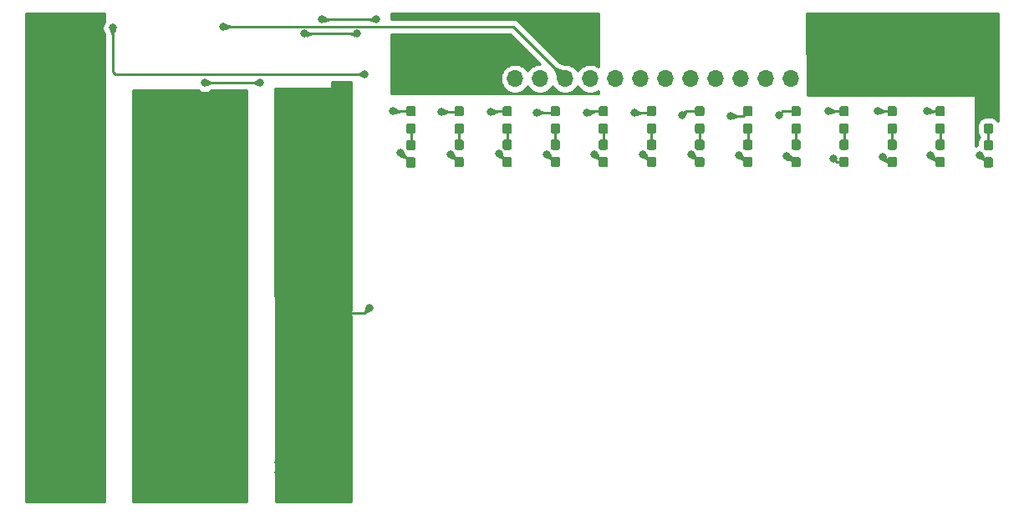
<source format=gbr>
G04 #@! TF.GenerationSoftware,KiCad,Pcbnew,(5.1.5)-3*
G04 #@! TF.CreationDate,2020-03-16T20:43:13+08:00*
G04 #@! TF.ProjectId,sd04,73643034-2e6b-4696-9361-645f70636258,v0.2*
G04 #@! TF.SameCoordinates,PX3e41030PY7464a18*
G04 #@! TF.FileFunction,Copper,L2,Bot*
G04 #@! TF.FilePolarity,Positive*
%FSLAX46Y46*%
G04 Gerber Fmt 4.6, Leading zero omitted, Abs format (unit mm)*
G04 Created by KiCad (PCBNEW (5.1.5)-3) date 2020-03-16 20:43:13*
%MOMM*%
%LPD*%
G04 APERTURE LIST*
%ADD10C,0.100000*%
%ADD11O,1.700000X1.700000*%
%ADD12R,1.700000X1.700000*%
%ADD13C,0.800000*%
%ADD14C,0.250000*%
%ADD15C,0.254000*%
%ADD16C,0.025400*%
G04 APERTURE END LIST*
G04 #@! TA.AperFunction,SMDPad,CuDef*
D10*
G36*
X39948279Y39018856D02*
G01*
X39971334Y39015437D01*
X39993943Y39009773D01*
X40015887Y39001921D01*
X40036957Y38991956D01*
X40056948Y38979974D01*
X40075668Y38966090D01*
X40092938Y38950438D01*
X40108590Y38933168D01*
X40122474Y38914448D01*
X40134456Y38894457D01*
X40144421Y38873387D01*
X40152273Y38851443D01*
X40157937Y38828834D01*
X40161356Y38805779D01*
X40162500Y38782500D01*
X40162500Y38207500D01*
X40161356Y38184221D01*
X40157937Y38161166D01*
X40152273Y38138557D01*
X40144421Y38116613D01*
X40134456Y38095543D01*
X40122474Y38075552D01*
X40108590Y38056832D01*
X40092938Y38039562D01*
X40075668Y38023910D01*
X40056948Y38010026D01*
X40036957Y37998044D01*
X40015887Y37988079D01*
X39993943Y37980227D01*
X39971334Y37974563D01*
X39948279Y37971144D01*
X39925000Y37970000D01*
X39450000Y37970000D01*
X39426721Y37971144D01*
X39403666Y37974563D01*
X39381057Y37980227D01*
X39359113Y37988079D01*
X39338043Y37998044D01*
X39318052Y38010026D01*
X39299332Y38023910D01*
X39282062Y38039562D01*
X39266410Y38056832D01*
X39252526Y38075552D01*
X39240544Y38095543D01*
X39230579Y38116613D01*
X39222727Y38138557D01*
X39217063Y38161166D01*
X39213644Y38184221D01*
X39212500Y38207500D01*
X39212500Y38782500D01*
X39213644Y38805779D01*
X39217063Y38828834D01*
X39222727Y38851443D01*
X39230579Y38873387D01*
X39240544Y38894457D01*
X39252526Y38914448D01*
X39266410Y38933168D01*
X39282062Y38950438D01*
X39299332Y38966090D01*
X39318052Y38979974D01*
X39338043Y38991956D01*
X39359113Y39001921D01*
X39381057Y39009773D01*
X39403666Y39015437D01*
X39426721Y39018856D01*
X39450000Y39020000D01*
X39925000Y39020000D01*
X39948279Y39018856D01*
G37*
G04 #@! TD.AperFunction*
G04 #@! TA.AperFunction,SMDPad,CuDef*
G36*
X39948279Y40768856D02*
G01*
X39971334Y40765437D01*
X39993943Y40759773D01*
X40015887Y40751921D01*
X40036957Y40741956D01*
X40056948Y40729974D01*
X40075668Y40716090D01*
X40092938Y40700438D01*
X40108590Y40683168D01*
X40122474Y40664448D01*
X40134456Y40644457D01*
X40144421Y40623387D01*
X40152273Y40601443D01*
X40157937Y40578834D01*
X40161356Y40555779D01*
X40162500Y40532500D01*
X40162500Y39957500D01*
X40161356Y39934221D01*
X40157937Y39911166D01*
X40152273Y39888557D01*
X40144421Y39866613D01*
X40134456Y39845543D01*
X40122474Y39825552D01*
X40108590Y39806832D01*
X40092938Y39789562D01*
X40075668Y39773910D01*
X40056948Y39760026D01*
X40036957Y39748044D01*
X40015887Y39738079D01*
X39993943Y39730227D01*
X39971334Y39724563D01*
X39948279Y39721144D01*
X39925000Y39720000D01*
X39450000Y39720000D01*
X39426721Y39721144D01*
X39403666Y39724563D01*
X39381057Y39730227D01*
X39359113Y39738079D01*
X39338043Y39748044D01*
X39318052Y39760026D01*
X39299332Y39773910D01*
X39282062Y39789562D01*
X39266410Y39806832D01*
X39252526Y39825552D01*
X39240544Y39845543D01*
X39230579Y39866613D01*
X39222727Y39888557D01*
X39217063Y39911166D01*
X39213644Y39934221D01*
X39212500Y39957500D01*
X39212500Y40532500D01*
X39213644Y40555779D01*
X39217063Y40578834D01*
X39222727Y40601443D01*
X39230579Y40623387D01*
X39240544Y40644457D01*
X39252526Y40664448D01*
X39266410Y40683168D01*
X39282062Y40700438D01*
X39299332Y40716090D01*
X39318052Y40729974D01*
X39338043Y40741956D01*
X39359113Y40751921D01*
X39381057Y40759773D01*
X39403666Y40765437D01*
X39426721Y40768856D01*
X39450000Y40770000D01*
X39925000Y40770000D01*
X39948279Y40768856D01*
G37*
G04 #@! TD.AperFunction*
G04 #@! TA.AperFunction,SMDPad,CuDef*
G36*
X44821904Y39018856D02*
G01*
X44844959Y39015437D01*
X44867568Y39009773D01*
X44889512Y39001921D01*
X44910582Y38991956D01*
X44930573Y38979974D01*
X44949293Y38966090D01*
X44966563Y38950438D01*
X44982215Y38933168D01*
X44996099Y38914448D01*
X45008081Y38894457D01*
X45018046Y38873387D01*
X45025898Y38851443D01*
X45031562Y38828834D01*
X45034981Y38805779D01*
X45036125Y38782500D01*
X45036125Y38207500D01*
X45034981Y38184221D01*
X45031562Y38161166D01*
X45025898Y38138557D01*
X45018046Y38116613D01*
X45008081Y38095543D01*
X44996099Y38075552D01*
X44982215Y38056832D01*
X44966563Y38039562D01*
X44949293Y38023910D01*
X44930573Y38010026D01*
X44910582Y37998044D01*
X44889512Y37988079D01*
X44867568Y37980227D01*
X44844959Y37974563D01*
X44821904Y37971144D01*
X44798625Y37970000D01*
X44323625Y37970000D01*
X44300346Y37971144D01*
X44277291Y37974563D01*
X44254682Y37980227D01*
X44232738Y37988079D01*
X44211668Y37998044D01*
X44191677Y38010026D01*
X44172957Y38023910D01*
X44155687Y38039562D01*
X44140035Y38056832D01*
X44126151Y38075552D01*
X44114169Y38095543D01*
X44104204Y38116613D01*
X44096352Y38138557D01*
X44090688Y38161166D01*
X44087269Y38184221D01*
X44086125Y38207500D01*
X44086125Y38782500D01*
X44087269Y38805779D01*
X44090688Y38828834D01*
X44096352Y38851443D01*
X44104204Y38873387D01*
X44114169Y38894457D01*
X44126151Y38914448D01*
X44140035Y38933168D01*
X44155687Y38950438D01*
X44172957Y38966090D01*
X44191677Y38979974D01*
X44211668Y38991956D01*
X44232738Y39001921D01*
X44254682Y39009773D01*
X44277291Y39015437D01*
X44300346Y39018856D01*
X44323625Y39020000D01*
X44798625Y39020000D01*
X44821904Y39018856D01*
G37*
G04 #@! TD.AperFunction*
G04 #@! TA.AperFunction,SMDPad,CuDef*
G36*
X44821904Y40768856D02*
G01*
X44844959Y40765437D01*
X44867568Y40759773D01*
X44889512Y40751921D01*
X44910582Y40741956D01*
X44930573Y40729974D01*
X44949293Y40716090D01*
X44966563Y40700438D01*
X44982215Y40683168D01*
X44996099Y40664448D01*
X45008081Y40644457D01*
X45018046Y40623387D01*
X45025898Y40601443D01*
X45031562Y40578834D01*
X45034981Y40555779D01*
X45036125Y40532500D01*
X45036125Y39957500D01*
X45034981Y39934221D01*
X45031562Y39911166D01*
X45025898Y39888557D01*
X45018046Y39866613D01*
X45008081Y39845543D01*
X44996099Y39825552D01*
X44982215Y39806832D01*
X44966563Y39789562D01*
X44949293Y39773910D01*
X44930573Y39760026D01*
X44910582Y39748044D01*
X44889512Y39738079D01*
X44867568Y39730227D01*
X44844959Y39724563D01*
X44821904Y39721144D01*
X44798625Y39720000D01*
X44323625Y39720000D01*
X44300346Y39721144D01*
X44277291Y39724563D01*
X44254682Y39730227D01*
X44232738Y39738079D01*
X44211668Y39748044D01*
X44191677Y39760026D01*
X44172957Y39773910D01*
X44155687Y39789562D01*
X44140035Y39806832D01*
X44126151Y39825552D01*
X44114169Y39845543D01*
X44104204Y39866613D01*
X44096352Y39888557D01*
X44090688Y39911166D01*
X44087269Y39934221D01*
X44086125Y39957500D01*
X44086125Y40532500D01*
X44087269Y40555779D01*
X44090688Y40578834D01*
X44096352Y40601443D01*
X44104204Y40623387D01*
X44114169Y40644457D01*
X44126151Y40664448D01*
X44140035Y40683168D01*
X44155687Y40700438D01*
X44172957Y40716090D01*
X44191677Y40729974D01*
X44211668Y40741956D01*
X44232738Y40751921D01*
X44254682Y40759773D01*
X44277291Y40765437D01*
X44300346Y40768856D01*
X44323625Y40770000D01*
X44798625Y40770000D01*
X44821904Y40768856D01*
G37*
G04 #@! TD.AperFunction*
G04 #@! TA.AperFunction,SMDPad,CuDef*
G36*
X49695529Y39018856D02*
G01*
X49718584Y39015437D01*
X49741193Y39009773D01*
X49763137Y39001921D01*
X49784207Y38991956D01*
X49804198Y38979974D01*
X49822918Y38966090D01*
X49840188Y38950438D01*
X49855840Y38933168D01*
X49869724Y38914448D01*
X49881706Y38894457D01*
X49891671Y38873387D01*
X49899523Y38851443D01*
X49905187Y38828834D01*
X49908606Y38805779D01*
X49909750Y38782500D01*
X49909750Y38207500D01*
X49908606Y38184221D01*
X49905187Y38161166D01*
X49899523Y38138557D01*
X49891671Y38116613D01*
X49881706Y38095543D01*
X49869724Y38075552D01*
X49855840Y38056832D01*
X49840188Y38039562D01*
X49822918Y38023910D01*
X49804198Y38010026D01*
X49784207Y37998044D01*
X49763137Y37988079D01*
X49741193Y37980227D01*
X49718584Y37974563D01*
X49695529Y37971144D01*
X49672250Y37970000D01*
X49197250Y37970000D01*
X49173971Y37971144D01*
X49150916Y37974563D01*
X49128307Y37980227D01*
X49106363Y37988079D01*
X49085293Y37998044D01*
X49065302Y38010026D01*
X49046582Y38023910D01*
X49029312Y38039562D01*
X49013660Y38056832D01*
X48999776Y38075552D01*
X48987794Y38095543D01*
X48977829Y38116613D01*
X48969977Y38138557D01*
X48964313Y38161166D01*
X48960894Y38184221D01*
X48959750Y38207500D01*
X48959750Y38782500D01*
X48960894Y38805779D01*
X48964313Y38828834D01*
X48969977Y38851443D01*
X48977829Y38873387D01*
X48987794Y38894457D01*
X48999776Y38914448D01*
X49013660Y38933168D01*
X49029312Y38950438D01*
X49046582Y38966090D01*
X49065302Y38979974D01*
X49085293Y38991956D01*
X49106363Y39001921D01*
X49128307Y39009773D01*
X49150916Y39015437D01*
X49173971Y39018856D01*
X49197250Y39020000D01*
X49672250Y39020000D01*
X49695529Y39018856D01*
G37*
G04 #@! TD.AperFunction*
G04 #@! TA.AperFunction,SMDPad,CuDef*
G36*
X49695529Y40768856D02*
G01*
X49718584Y40765437D01*
X49741193Y40759773D01*
X49763137Y40751921D01*
X49784207Y40741956D01*
X49804198Y40729974D01*
X49822918Y40716090D01*
X49840188Y40700438D01*
X49855840Y40683168D01*
X49869724Y40664448D01*
X49881706Y40644457D01*
X49891671Y40623387D01*
X49899523Y40601443D01*
X49905187Y40578834D01*
X49908606Y40555779D01*
X49909750Y40532500D01*
X49909750Y39957500D01*
X49908606Y39934221D01*
X49905187Y39911166D01*
X49899523Y39888557D01*
X49891671Y39866613D01*
X49881706Y39845543D01*
X49869724Y39825552D01*
X49855840Y39806832D01*
X49840188Y39789562D01*
X49822918Y39773910D01*
X49804198Y39760026D01*
X49784207Y39748044D01*
X49763137Y39738079D01*
X49741193Y39730227D01*
X49718584Y39724563D01*
X49695529Y39721144D01*
X49672250Y39720000D01*
X49197250Y39720000D01*
X49173971Y39721144D01*
X49150916Y39724563D01*
X49128307Y39730227D01*
X49106363Y39738079D01*
X49085293Y39748044D01*
X49065302Y39760026D01*
X49046582Y39773910D01*
X49029312Y39789562D01*
X49013660Y39806832D01*
X48999776Y39825552D01*
X48987794Y39845543D01*
X48977829Y39866613D01*
X48969977Y39888557D01*
X48964313Y39911166D01*
X48960894Y39934221D01*
X48959750Y39957500D01*
X48959750Y40532500D01*
X48960894Y40555779D01*
X48964313Y40578834D01*
X48969977Y40601443D01*
X48977829Y40623387D01*
X48987794Y40644457D01*
X48999776Y40664448D01*
X49013660Y40683168D01*
X49029312Y40700438D01*
X49046582Y40716090D01*
X49065302Y40729974D01*
X49085293Y40741956D01*
X49106363Y40751921D01*
X49128307Y40759773D01*
X49150916Y40765437D01*
X49173971Y40768856D01*
X49197250Y40770000D01*
X49672250Y40770000D01*
X49695529Y40768856D01*
G37*
G04 #@! TD.AperFunction*
G04 #@! TA.AperFunction,SMDPad,CuDef*
G36*
X54569154Y39018856D02*
G01*
X54592209Y39015437D01*
X54614818Y39009773D01*
X54636762Y39001921D01*
X54657832Y38991956D01*
X54677823Y38979974D01*
X54696543Y38966090D01*
X54713813Y38950438D01*
X54729465Y38933168D01*
X54743349Y38914448D01*
X54755331Y38894457D01*
X54765296Y38873387D01*
X54773148Y38851443D01*
X54778812Y38828834D01*
X54782231Y38805779D01*
X54783375Y38782500D01*
X54783375Y38207500D01*
X54782231Y38184221D01*
X54778812Y38161166D01*
X54773148Y38138557D01*
X54765296Y38116613D01*
X54755331Y38095543D01*
X54743349Y38075552D01*
X54729465Y38056832D01*
X54713813Y38039562D01*
X54696543Y38023910D01*
X54677823Y38010026D01*
X54657832Y37998044D01*
X54636762Y37988079D01*
X54614818Y37980227D01*
X54592209Y37974563D01*
X54569154Y37971144D01*
X54545875Y37970000D01*
X54070875Y37970000D01*
X54047596Y37971144D01*
X54024541Y37974563D01*
X54001932Y37980227D01*
X53979988Y37988079D01*
X53958918Y37998044D01*
X53938927Y38010026D01*
X53920207Y38023910D01*
X53902937Y38039562D01*
X53887285Y38056832D01*
X53873401Y38075552D01*
X53861419Y38095543D01*
X53851454Y38116613D01*
X53843602Y38138557D01*
X53837938Y38161166D01*
X53834519Y38184221D01*
X53833375Y38207500D01*
X53833375Y38782500D01*
X53834519Y38805779D01*
X53837938Y38828834D01*
X53843602Y38851443D01*
X53851454Y38873387D01*
X53861419Y38894457D01*
X53873401Y38914448D01*
X53887285Y38933168D01*
X53902937Y38950438D01*
X53920207Y38966090D01*
X53938927Y38979974D01*
X53958918Y38991956D01*
X53979988Y39001921D01*
X54001932Y39009773D01*
X54024541Y39015437D01*
X54047596Y39018856D01*
X54070875Y39020000D01*
X54545875Y39020000D01*
X54569154Y39018856D01*
G37*
G04 #@! TD.AperFunction*
G04 #@! TA.AperFunction,SMDPad,CuDef*
G36*
X54569154Y40768856D02*
G01*
X54592209Y40765437D01*
X54614818Y40759773D01*
X54636762Y40751921D01*
X54657832Y40741956D01*
X54677823Y40729974D01*
X54696543Y40716090D01*
X54713813Y40700438D01*
X54729465Y40683168D01*
X54743349Y40664448D01*
X54755331Y40644457D01*
X54765296Y40623387D01*
X54773148Y40601443D01*
X54778812Y40578834D01*
X54782231Y40555779D01*
X54783375Y40532500D01*
X54783375Y39957500D01*
X54782231Y39934221D01*
X54778812Y39911166D01*
X54773148Y39888557D01*
X54765296Y39866613D01*
X54755331Y39845543D01*
X54743349Y39825552D01*
X54729465Y39806832D01*
X54713813Y39789562D01*
X54696543Y39773910D01*
X54677823Y39760026D01*
X54657832Y39748044D01*
X54636762Y39738079D01*
X54614818Y39730227D01*
X54592209Y39724563D01*
X54569154Y39721144D01*
X54545875Y39720000D01*
X54070875Y39720000D01*
X54047596Y39721144D01*
X54024541Y39724563D01*
X54001932Y39730227D01*
X53979988Y39738079D01*
X53958918Y39748044D01*
X53938927Y39760026D01*
X53920207Y39773910D01*
X53902937Y39789562D01*
X53887285Y39806832D01*
X53873401Y39825552D01*
X53861419Y39845543D01*
X53851454Y39866613D01*
X53843602Y39888557D01*
X53837938Y39911166D01*
X53834519Y39934221D01*
X53833375Y39957500D01*
X53833375Y40532500D01*
X53834519Y40555779D01*
X53837938Y40578834D01*
X53843602Y40601443D01*
X53851454Y40623387D01*
X53861419Y40644457D01*
X53873401Y40664448D01*
X53887285Y40683168D01*
X53902937Y40700438D01*
X53920207Y40716090D01*
X53938927Y40729974D01*
X53958918Y40741956D01*
X53979988Y40751921D01*
X54001932Y40759773D01*
X54024541Y40765437D01*
X54047596Y40768856D01*
X54070875Y40770000D01*
X54545875Y40770000D01*
X54569154Y40768856D01*
G37*
G04 #@! TD.AperFunction*
G04 #@! TA.AperFunction,SMDPad,CuDef*
G36*
X59442779Y39018856D02*
G01*
X59465834Y39015437D01*
X59488443Y39009773D01*
X59510387Y39001921D01*
X59531457Y38991956D01*
X59551448Y38979974D01*
X59570168Y38966090D01*
X59587438Y38950438D01*
X59603090Y38933168D01*
X59616974Y38914448D01*
X59628956Y38894457D01*
X59638921Y38873387D01*
X59646773Y38851443D01*
X59652437Y38828834D01*
X59655856Y38805779D01*
X59657000Y38782500D01*
X59657000Y38207500D01*
X59655856Y38184221D01*
X59652437Y38161166D01*
X59646773Y38138557D01*
X59638921Y38116613D01*
X59628956Y38095543D01*
X59616974Y38075552D01*
X59603090Y38056832D01*
X59587438Y38039562D01*
X59570168Y38023910D01*
X59551448Y38010026D01*
X59531457Y37998044D01*
X59510387Y37988079D01*
X59488443Y37980227D01*
X59465834Y37974563D01*
X59442779Y37971144D01*
X59419500Y37970000D01*
X58944500Y37970000D01*
X58921221Y37971144D01*
X58898166Y37974563D01*
X58875557Y37980227D01*
X58853613Y37988079D01*
X58832543Y37998044D01*
X58812552Y38010026D01*
X58793832Y38023910D01*
X58776562Y38039562D01*
X58760910Y38056832D01*
X58747026Y38075552D01*
X58735044Y38095543D01*
X58725079Y38116613D01*
X58717227Y38138557D01*
X58711563Y38161166D01*
X58708144Y38184221D01*
X58707000Y38207500D01*
X58707000Y38782500D01*
X58708144Y38805779D01*
X58711563Y38828834D01*
X58717227Y38851443D01*
X58725079Y38873387D01*
X58735044Y38894457D01*
X58747026Y38914448D01*
X58760910Y38933168D01*
X58776562Y38950438D01*
X58793832Y38966090D01*
X58812552Y38979974D01*
X58832543Y38991956D01*
X58853613Y39001921D01*
X58875557Y39009773D01*
X58898166Y39015437D01*
X58921221Y39018856D01*
X58944500Y39020000D01*
X59419500Y39020000D01*
X59442779Y39018856D01*
G37*
G04 #@! TD.AperFunction*
G04 #@! TA.AperFunction,SMDPad,CuDef*
G36*
X59442779Y40768856D02*
G01*
X59465834Y40765437D01*
X59488443Y40759773D01*
X59510387Y40751921D01*
X59531457Y40741956D01*
X59551448Y40729974D01*
X59570168Y40716090D01*
X59587438Y40700438D01*
X59603090Y40683168D01*
X59616974Y40664448D01*
X59628956Y40644457D01*
X59638921Y40623387D01*
X59646773Y40601443D01*
X59652437Y40578834D01*
X59655856Y40555779D01*
X59657000Y40532500D01*
X59657000Y39957500D01*
X59655856Y39934221D01*
X59652437Y39911166D01*
X59646773Y39888557D01*
X59638921Y39866613D01*
X59628956Y39845543D01*
X59616974Y39825552D01*
X59603090Y39806832D01*
X59587438Y39789562D01*
X59570168Y39773910D01*
X59551448Y39760026D01*
X59531457Y39748044D01*
X59510387Y39738079D01*
X59488443Y39730227D01*
X59465834Y39724563D01*
X59442779Y39721144D01*
X59419500Y39720000D01*
X58944500Y39720000D01*
X58921221Y39721144D01*
X58898166Y39724563D01*
X58875557Y39730227D01*
X58853613Y39738079D01*
X58832543Y39748044D01*
X58812552Y39760026D01*
X58793832Y39773910D01*
X58776562Y39789562D01*
X58760910Y39806832D01*
X58747026Y39825552D01*
X58735044Y39845543D01*
X58725079Y39866613D01*
X58717227Y39888557D01*
X58711563Y39911166D01*
X58708144Y39934221D01*
X58707000Y39957500D01*
X58707000Y40532500D01*
X58708144Y40555779D01*
X58711563Y40578834D01*
X58717227Y40601443D01*
X58725079Y40623387D01*
X58735044Y40644457D01*
X58747026Y40664448D01*
X58760910Y40683168D01*
X58776562Y40700438D01*
X58793832Y40716090D01*
X58812552Y40729974D01*
X58832543Y40741956D01*
X58853613Y40751921D01*
X58875557Y40759773D01*
X58898166Y40765437D01*
X58921221Y40768856D01*
X58944500Y40770000D01*
X59419500Y40770000D01*
X59442779Y40768856D01*
G37*
G04 #@! TD.AperFunction*
G04 #@! TA.AperFunction,SMDPad,CuDef*
G36*
X64316404Y39018856D02*
G01*
X64339459Y39015437D01*
X64362068Y39009773D01*
X64384012Y39001921D01*
X64405082Y38991956D01*
X64425073Y38979974D01*
X64443793Y38966090D01*
X64461063Y38950438D01*
X64476715Y38933168D01*
X64490599Y38914448D01*
X64502581Y38894457D01*
X64512546Y38873387D01*
X64520398Y38851443D01*
X64526062Y38828834D01*
X64529481Y38805779D01*
X64530625Y38782500D01*
X64530625Y38207500D01*
X64529481Y38184221D01*
X64526062Y38161166D01*
X64520398Y38138557D01*
X64512546Y38116613D01*
X64502581Y38095543D01*
X64490599Y38075552D01*
X64476715Y38056832D01*
X64461063Y38039562D01*
X64443793Y38023910D01*
X64425073Y38010026D01*
X64405082Y37998044D01*
X64384012Y37988079D01*
X64362068Y37980227D01*
X64339459Y37974563D01*
X64316404Y37971144D01*
X64293125Y37970000D01*
X63818125Y37970000D01*
X63794846Y37971144D01*
X63771791Y37974563D01*
X63749182Y37980227D01*
X63727238Y37988079D01*
X63706168Y37998044D01*
X63686177Y38010026D01*
X63667457Y38023910D01*
X63650187Y38039562D01*
X63634535Y38056832D01*
X63620651Y38075552D01*
X63608669Y38095543D01*
X63598704Y38116613D01*
X63590852Y38138557D01*
X63585188Y38161166D01*
X63581769Y38184221D01*
X63580625Y38207500D01*
X63580625Y38782500D01*
X63581769Y38805779D01*
X63585188Y38828834D01*
X63590852Y38851443D01*
X63598704Y38873387D01*
X63608669Y38894457D01*
X63620651Y38914448D01*
X63634535Y38933168D01*
X63650187Y38950438D01*
X63667457Y38966090D01*
X63686177Y38979974D01*
X63706168Y38991956D01*
X63727238Y39001921D01*
X63749182Y39009773D01*
X63771791Y39015437D01*
X63794846Y39018856D01*
X63818125Y39020000D01*
X64293125Y39020000D01*
X64316404Y39018856D01*
G37*
G04 #@! TD.AperFunction*
G04 #@! TA.AperFunction,SMDPad,CuDef*
G36*
X64316404Y40768856D02*
G01*
X64339459Y40765437D01*
X64362068Y40759773D01*
X64384012Y40751921D01*
X64405082Y40741956D01*
X64425073Y40729974D01*
X64443793Y40716090D01*
X64461063Y40700438D01*
X64476715Y40683168D01*
X64490599Y40664448D01*
X64502581Y40644457D01*
X64512546Y40623387D01*
X64520398Y40601443D01*
X64526062Y40578834D01*
X64529481Y40555779D01*
X64530625Y40532500D01*
X64530625Y39957500D01*
X64529481Y39934221D01*
X64526062Y39911166D01*
X64520398Y39888557D01*
X64512546Y39866613D01*
X64502581Y39845543D01*
X64490599Y39825552D01*
X64476715Y39806832D01*
X64461063Y39789562D01*
X64443793Y39773910D01*
X64425073Y39760026D01*
X64405082Y39748044D01*
X64384012Y39738079D01*
X64362068Y39730227D01*
X64339459Y39724563D01*
X64316404Y39721144D01*
X64293125Y39720000D01*
X63818125Y39720000D01*
X63794846Y39721144D01*
X63771791Y39724563D01*
X63749182Y39730227D01*
X63727238Y39738079D01*
X63706168Y39748044D01*
X63686177Y39760026D01*
X63667457Y39773910D01*
X63650187Y39789562D01*
X63634535Y39806832D01*
X63620651Y39825552D01*
X63608669Y39845543D01*
X63598704Y39866613D01*
X63590852Y39888557D01*
X63585188Y39911166D01*
X63581769Y39934221D01*
X63580625Y39957500D01*
X63580625Y40532500D01*
X63581769Y40555779D01*
X63585188Y40578834D01*
X63590852Y40601443D01*
X63598704Y40623387D01*
X63608669Y40644457D01*
X63620651Y40664448D01*
X63634535Y40683168D01*
X63650187Y40700438D01*
X63667457Y40716090D01*
X63686177Y40729974D01*
X63706168Y40741956D01*
X63727238Y40751921D01*
X63749182Y40759773D01*
X63771791Y40765437D01*
X63794846Y40768856D01*
X63818125Y40770000D01*
X64293125Y40770000D01*
X64316404Y40768856D01*
G37*
G04 #@! TD.AperFunction*
G04 #@! TA.AperFunction,SMDPad,CuDef*
G36*
X69190029Y39018856D02*
G01*
X69213084Y39015437D01*
X69235693Y39009773D01*
X69257637Y39001921D01*
X69278707Y38991956D01*
X69298698Y38979974D01*
X69317418Y38966090D01*
X69334688Y38950438D01*
X69350340Y38933168D01*
X69364224Y38914448D01*
X69376206Y38894457D01*
X69386171Y38873387D01*
X69394023Y38851443D01*
X69399687Y38828834D01*
X69403106Y38805779D01*
X69404250Y38782500D01*
X69404250Y38207500D01*
X69403106Y38184221D01*
X69399687Y38161166D01*
X69394023Y38138557D01*
X69386171Y38116613D01*
X69376206Y38095543D01*
X69364224Y38075552D01*
X69350340Y38056832D01*
X69334688Y38039562D01*
X69317418Y38023910D01*
X69298698Y38010026D01*
X69278707Y37998044D01*
X69257637Y37988079D01*
X69235693Y37980227D01*
X69213084Y37974563D01*
X69190029Y37971144D01*
X69166750Y37970000D01*
X68691750Y37970000D01*
X68668471Y37971144D01*
X68645416Y37974563D01*
X68622807Y37980227D01*
X68600863Y37988079D01*
X68579793Y37998044D01*
X68559802Y38010026D01*
X68541082Y38023910D01*
X68523812Y38039562D01*
X68508160Y38056832D01*
X68494276Y38075552D01*
X68482294Y38095543D01*
X68472329Y38116613D01*
X68464477Y38138557D01*
X68458813Y38161166D01*
X68455394Y38184221D01*
X68454250Y38207500D01*
X68454250Y38782500D01*
X68455394Y38805779D01*
X68458813Y38828834D01*
X68464477Y38851443D01*
X68472329Y38873387D01*
X68482294Y38894457D01*
X68494276Y38914448D01*
X68508160Y38933168D01*
X68523812Y38950438D01*
X68541082Y38966090D01*
X68559802Y38979974D01*
X68579793Y38991956D01*
X68600863Y39001921D01*
X68622807Y39009773D01*
X68645416Y39015437D01*
X68668471Y39018856D01*
X68691750Y39020000D01*
X69166750Y39020000D01*
X69190029Y39018856D01*
G37*
G04 #@! TD.AperFunction*
G04 #@! TA.AperFunction,SMDPad,CuDef*
G36*
X69190029Y40768856D02*
G01*
X69213084Y40765437D01*
X69235693Y40759773D01*
X69257637Y40751921D01*
X69278707Y40741956D01*
X69298698Y40729974D01*
X69317418Y40716090D01*
X69334688Y40700438D01*
X69350340Y40683168D01*
X69364224Y40664448D01*
X69376206Y40644457D01*
X69386171Y40623387D01*
X69394023Y40601443D01*
X69399687Y40578834D01*
X69403106Y40555779D01*
X69404250Y40532500D01*
X69404250Y39957500D01*
X69403106Y39934221D01*
X69399687Y39911166D01*
X69394023Y39888557D01*
X69386171Y39866613D01*
X69376206Y39845543D01*
X69364224Y39825552D01*
X69350340Y39806832D01*
X69334688Y39789562D01*
X69317418Y39773910D01*
X69298698Y39760026D01*
X69278707Y39748044D01*
X69257637Y39738079D01*
X69235693Y39730227D01*
X69213084Y39724563D01*
X69190029Y39721144D01*
X69166750Y39720000D01*
X68691750Y39720000D01*
X68668471Y39721144D01*
X68645416Y39724563D01*
X68622807Y39730227D01*
X68600863Y39738079D01*
X68579793Y39748044D01*
X68559802Y39760026D01*
X68541082Y39773910D01*
X68523812Y39789562D01*
X68508160Y39806832D01*
X68494276Y39825552D01*
X68482294Y39845543D01*
X68472329Y39866613D01*
X68464477Y39888557D01*
X68458813Y39911166D01*
X68455394Y39934221D01*
X68454250Y39957500D01*
X68454250Y40532500D01*
X68455394Y40555779D01*
X68458813Y40578834D01*
X68464477Y40601443D01*
X68472329Y40623387D01*
X68482294Y40644457D01*
X68494276Y40664448D01*
X68508160Y40683168D01*
X68523812Y40700438D01*
X68541082Y40716090D01*
X68559802Y40729974D01*
X68579793Y40741956D01*
X68600863Y40751921D01*
X68622807Y40759773D01*
X68645416Y40765437D01*
X68668471Y40768856D01*
X68691750Y40770000D01*
X69166750Y40770000D01*
X69190029Y40768856D01*
G37*
G04 #@! TD.AperFunction*
G04 #@! TA.AperFunction,SMDPad,CuDef*
G36*
X74063654Y39018856D02*
G01*
X74086709Y39015437D01*
X74109318Y39009773D01*
X74131262Y39001921D01*
X74152332Y38991956D01*
X74172323Y38979974D01*
X74191043Y38966090D01*
X74208313Y38950438D01*
X74223965Y38933168D01*
X74237849Y38914448D01*
X74249831Y38894457D01*
X74259796Y38873387D01*
X74267648Y38851443D01*
X74273312Y38828834D01*
X74276731Y38805779D01*
X74277875Y38782500D01*
X74277875Y38207500D01*
X74276731Y38184221D01*
X74273312Y38161166D01*
X74267648Y38138557D01*
X74259796Y38116613D01*
X74249831Y38095543D01*
X74237849Y38075552D01*
X74223965Y38056832D01*
X74208313Y38039562D01*
X74191043Y38023910D01*
X74172323Y38010026D01*
X74152332Y37998044D01*
X74131262Y37988079D01*
X74109318Y37980227D01*
X74086709Y37974563D01*
X74063654Y37971144D01*
X74040375Y37970000D01*
X73565375Y37970000D01*
X73542096Y37971144D01*
X73519041Y37974563D01*
X73496432Y37980227D01*
X73474488Y37988079D01*
X73453418Y37998044D01*
X73433427Y38010026D01*
X73414707Y38023910D01*
X73397437Y38039562D01*
X73381785Y38056832D01*
X73367901Y38075552D01*
X73355919Y38095543D01*
X73345954Y38116613D01*
X73338102Y38138557D01*
X73332438Y38161166D01*
X73329019Y38184221D01*
X73327875Y38207500D01*
X73327875Y38782500D01*
X73329019Y38805779D01*
X73332438Y38828834D01*
X73338102Y38851443D01*
X73345954Y38873387D01*
X73355919Y38894457D01*
X73367901Y38914448D01*
X73381785Y38933168D01*
X73397437Y38950438D01*
X73414707Y38966090D01*
X73433427Y38979974D01*
X73453418Y38991956D01*
X73474488Y39001921D01*
X73496432Y39009773D01*
X73519041Y39015437D01*
X73542096Y39018856D01*
X73565375Y39020000D01*
X74040375Y39020000D01*
X74063654Y39018856D01*
G37*
G04 #@! TD.AperFunction*
G04 #@! TA.AperFunction,SMDPad,CuDef*
G36*
X74063654Y40768856D02*
G01*
X74086709Y40765437D01*
X74109318Y40759773D01*
X74131262Y40751921D01*
X74152332Y40741956D01*
X74172323Y40729974D01*
X74191043Y40716090D01*
X74208313Y40700438D01*
X74223965Y40683168D01*
X74237849Y40664448D01*
X74249831Y40644457D01*
X74259796Y40623387D01*
X74267648Y40601443D01*
X74273312Y40578834D01*
X74276731Y40555779D01*
X74277875Y40532500D01*
X74277875Y39957500D01*
X74276731Y39934221D01*
X74273312Y39911166D01*
X74267648Y39888557D01*
X74259796Y39866613D01*
X74249831Y39845543D01*
X74237849Y39825552D01*
X74223965Y39806832D01*
X74208313Y39789562D01*
X74191043Y39773910D01*
X74172323Y39760026D01*
X74152332Y39748044D01*
X74131262Y39738079D01*
X74109318Y39730227D01*
X74086709Y39724563D01*
X74063654Y39721144D01*
X74040375Y39720000D01*
X73565375Y39720000D01*
X73542096Y39721144D01*
X73519041Y39724563D01*
X73496432Y39730227D01*
X73474488Y39738079D01*
X73453418Y39748044D01*
X73433427Y39760026D01*
X73414707Y39773910D01*
X73397437Y39789562D01*
X73381785Y39806832D01*
X73367901Y39825552D01*
X73355919Y39845543D01*
X73345954Y39866613D01*
X73338102Y39888557D01*
X73332438Y39911166D01*
X73329019Y39934221D01*
X73327875Y39957500D01*
X73327875Y40532500D01*
X73329019Y40555779D01*
X73332438Y40578834D01*
X73338102Y40601443D01*
X73345954Y40623387D01*
X73355919Y40644457D01*
X73367901Y40664448D01*
X73381785Y40683168D01*
X73397437Y40700438D01*
X73414707Y40716090D01*
X73433427Y40729974D01*
X73453418Y40741956D01*
X73474488Y40751921D01*
X73496432Y40759773D01*
X73519041Y40765437D01*
X73542096Y40768856D01*
X73565375Y40770000D01*
X74040375Y40770000D01*
X74063654Y40768856D01*
G37*
G04 #@! TD.AperFunction*
G04 #@! TA.AperFunction,SMDPad,CuDef*
G36*
X78937279Y39018856D02*
G01*
X78960334Y39015437D01*
X78982943Y39009773D01*
X79004887Y39001921D01*
X79025957Y38991956D01*
X79045948Y38979974D01*
X79064668Y38966090D01*
X79081938Y38950438D01*
X79097590Y38933168D01*
X79111474Y38914448D01*
X79123456Y38894457D01*
X79133421Y38873387D01*
X79141273Y38851443D01*
X79146937Y38828834D01*
X79150356Y38805779D01*
X79151500Y38782500D01*
X79151500Y38207500D01*
X79150356Y38184221D01*
X79146937Y38161166D01*
X79141273Y38138557D01*
X79133421Y38116613D01*
X79123456Y38095543D01*
X79111474Y38075552D01*
X79097590Y38056832D01*
X79081938Y38039562D01*
X79064668Y38023910D01*
X79045948Y38010026D01*
X79025957Y37998044D01*
X79004887Y37988079D01*
X78982943Y37980227D01*
X78960334Y37974563D01*
X78937279Y37971144D01*
X78914000Y37970000D01*
X78439000Y37970000D01*
X78415721Y37971144D01*
X78392666Y37974563D01*
X78370057Y37980227D01*
X78348113Y37988079D01*
X78327043Y37998044D01*
X78307052Y38010026D01*
X78288332Y38023910D01*
X78271062Y38039562D01*
X78255410Y38056832D01*
X78241526Y38075552D01*
X78229544Y38095543D01*
X78219579Y38116613D01*
X78211727Y38138557D01*
X78206063Y38161166D01*
X78202644Y38184221D01*
X78201500Y38207500D01*
X78201500Y38782500D01*
X78202644Y38805779D01*
X78206063Y38828834D01*
X78211727Y38851443D01*
X78219579Y38873387D01*
X78229544Y38894457D01*
X78241526Y38914448D01*
X78255410Y38933168D01*
X78271062Y38950438D01*
X78288332Y38966090D01*
X78307052Y38979974D01*
X78327043Y38991956D01*
X78348113Y39001921D01*
X78370057Y39009773D01*
X78392666Y39015437D01*
X78415721Y39018856D01*
X78439000Y39020000D01*
X78914000Y39020000D01*
X78937279Y39018856D01*
G37*
G04 #@! TD.AperFunction*
G04 #@! TA.AperFunction,SMDPad,CuDef*
G36*
X78937279Y40768856D02*
G01*
X78960334Y40765437D01*
X78982943Y40759773D01*
X79004887Y40751921D01*
X79025957Y40741956D01*
X79045948Y40729974D01*
X79064668Y40716090D01*
X79081938Y40700438D01*
X79097590Y40683168D01*
X79111474Y40664448D01*
X79123456Y40644457D01*
X79133421Y40623387D01*
X79141273Y40601443D01*
X79146937Y40578834D01*
X79150356Y40555779D01*
X79151500Y40532500D01*
X79151500Y39957500D01*
X79150356Y39934221D01*
X79146937Y39911166D01*
X79141273Y39888557D01*
X79133421Y39866613D01*
X79123456Y39845543D01*
X79111474Y39825552D01*
X79097590Y39806832D01*
X79081938Y39789562D01*
X79064668Y39773910D01*
X79045948Y39760026D01*
X79025957Y39748044D01*
X79004887Y39738079D01*
X78982943Y39730227D01*
X78960334Y39724563D01*
X78937279Y39721144D01*
X78914000Y39720000D01*
X78439000Y39720000D01*
X78415721Y39721144D01*
X78392666Y39724563D01*
X78370057Y39730227D01*
X78348113Y39738079D01*
X78327043Y39748044D01*
X78307052Y39760026D01*
X78288332Y39773910D01*
X78271062Y39789562D01*
X78255410Y39806832D01*
X78241526Y39825552D01*
X78229544Y39845543D01*
X78219579Y39866613D01*
X78211727Y39888557D01*
X78206063Y39911166D01*
X78202644Y39934221D01*
X78201500Y39957500D01*
X78201500Y40532500D01*
X78202644Y40555779D01*
X78206063Y40578834D01*
X78211727Y40601443D01*
X78219579Y40623387D01*
X78229544Y40644457D01*
X78241526Y40664448D01*
X78255410Y40683168D01*
X78271062Y40700438D01*
X78288332Y40716090D01*
X78307052Y40729974D01*
X78327043Y40741956D01*
X78348113Y40751921D01*
X78370057Y40759773D01*
X78392666Y40765437D01*
X78415721Y40768856D01*
X78439000Y40770000D01*
X78914000Y40770000D01*
X78937279Y40768856D01*
G37*
G04 #@! TD.AperFunction*
G04 #@! TA.AperFunction,SMDPad,CuDef*
G36*
X83810904Y39018856D02*
G01*
X83833959Y39015437D01*
X83856568Y39009773D01*
X83878512Y39001921D01*
X83899582Y38991956D01*
X83919573Y38979974D01*
X83938293Y38966090D01*
X83955563Y38950438D01*
X83971215Y38933168D01*
X83985099Y38914448D01*
X83997081Y38894457D01*
X84007046Y38873387D01*
X84014898Y38851443D01*
X84020562Y38828834D01*
X84023981Y38805779D01*
X84025125Y38782500D01*
X84025125Y38207500D01*
X84023981Y38184221D01*
X84020562Y38161166D01*
X84014898Y38138557D01*
X84007046Y38116613D01*
X83997081Y38095543D01*
X83985099Y38075552D01*
X83971215Y38056832D01*
X83955563Y38039562D01*
X83938293Y38023910D01*
X83919573Y38010026D01*
X83899582Y37998044D01*
X83878512Y37988079D01*
X83856568Y37980227D01*
X83833959Y37974563D01*
X83810904Y37971144D01*
X83787625Y37970000D01*
X83312625Y37970000D01*
X83289346Y37971144D01*
X83266291Y37974563D01*
X83243682Y37980227D01*
X83221738Y37988079D01*
X83200668Y37998044D01*
X83180677Y38010026D01*
X83161957Y38023910D01*
X83144687Y38039562D01*
X83129035Y38056832D01*
X83115151Y38075552D01*
X83103169Y38095543D01*
X83093204Y38116613D01*
X83085352Y38138557D01*
X83079688Y38161166D01*
X83076269Y38184221D01*
X83075125Y38207500D01*
X83075125Y38782500D01*
X83076269Y38805779D01*
X83079688Y38828834D01*
X83085352Y38851443D01*
X83093204Y38873387D01*
X83103169Y38894457D01*
X83115151Y38914448D01*
X83129035Y38933168D01*
X83144687Y38950438D01*
X83161957Y38966090D01*
X83180677Y38979974D01*
X83200668Y38991956D01*
X83221738Y39001921D01*
X83243682Y39009773D01*
X83266291Y39015437D01*
X83289346Y39018856D01*
X83312625Y39020000D01*
X83787625Y39020000D01*
X83810904Y39018856D01*
G37*
G04 #@! TD.AperFunction*
G04 #@! TA.AperFunction,SMDPad,CuDef*
G36*
X83810904Y40768856D02*
G01*
X83833959Y40765437D01*
X83856568Y40759773D01*
X83878512Y40751921D01*
X83899582Y40741956D01*
X83919573Y40729974D01*
X83938293Y40716090D01*
X83955563Y40700438D01*
X83971215Y40683168D01*
X83985099Y40664448D01*
X83997081Y40644457D01*
X84007046Y40623387D01*
X84014898Y40601443D01*
X84020562Y40578834D01*
X84023981Y40555779D01*
X84025125Y40532500D01*
X84025125Y39957500D01*
X84023981Y39934221D01*
X84020562Y39911166D01*
X84014898Y39888557D01*
X84007046Y39866613D01*
X83997081Y39845543D01*
X83985099Y39825552D01*
X83971215Y39806832D01*
X83955563Y39789562D01*
X83938293Y39773910D01*
X83919573Y39760026D01*
X83899582Y39748044D01*
X83878512Y39738079D01*
X83856568Y39730227D01*
X83833959Y39724563D01*
X83810904Y39721144D01*
X83787625Y39720000D01*
X83312625Y39720000D01*
X83289346Y39721144D01*
X83266291Y39724563D01*
X83243682Y39730227D01*
X83221738Y39738079D01*
X83200668Y39748044D01*
X83180677Y39760026D01*
X83161957Y39773910D01*
X83144687Y39789562D01*
X83129035Y39806832D01*
X83115151Y39825552D01*
X83103169Y39845543D01*
X83093204Y39866613D01*
X83085352Y39888557D01*
X83079688Y39911166D01*
X83076269Y39934221D01*
X83075125Y39957500D01*
X83075125Y40532500D01*
X83076269Y40555779D01*
X83079688Y40578834D01*
X83085352Y40601443D01*
X83093204Y40623387D01*
X83103169Y40644457D01*
X83115151Y40664448D01*
X83129035Y40683168D01*
X83144687Y40700438D01*
X83161957Y40716090D01*
X83180677Y40729974D01*
X83200668Y40741956D01*
X83221738Y40751921D01*
X83243682Y40759773D01*
X83266291Y40765437D01*
X83289346Y40768856D01*
X83312625Y40770000D01*
X83787625Y40770000D01*
X83810904Y40768856D01*
G37*
G04 #@! TD.AperFunction*
G04 #@! TA.AperFunction,SMDPad,CuDef*
G36*
X88684529Y39018856D02*
G01*
X88707584Y39015437D01*
X88730193Y39009773D01*
X88752137Y39001921D01*
X88773207Y38991956D01*
X88793198Y38979974D01*
X88811918Y38966090D01*
X88829188Y38950438D01*
X88844840Y38933168D01*
X88858724Y38914448D01*
X88870706Y38894457D01*
X88880671Y38873387D01*
X88888523Y38851443D01*
X88894187Y38828834D01*
X88897606Y38805779D01*
X88898750Y38782500D01*
X88898750Y38207500D01*
X88897606Y38184221D01*
X88894187Y38161166D01*
X88888523Y38138557D01*
X88880671Y38116613D01*
X88870706Y38095543D01*
X88858724Y38075552D01*
X88844840Y38056832D01*
X88829188Y38039562D01*
X88811918Y38023910D01*
X88793198Y38010026D01*
X88773207Y37998044D01*
X88752137Y37988079D01*
X88730193Y37980227D01*
X88707584Y37974563D01*
X88684529Y37971144D01*
X88661250Y37970000D01*
X88186250Y37970000D01*
X88162971Y37971144D01*
X88139916Y37974563D01*
X88117307Y37980227D01*
X88095363Y37988079D01*
X88074293Y37998044D01*
X88054302Y38010026D01*
X88035582Y38023910D01*
X88018312Y38039562D01*
X88002660Y38056832D01*
X87988776Y38075552D01*
X87976794Y38095543D01*
X87966829Y38116613D01*
X87958977Y38138557D01*
X87953313Y38161166D01*
X87949894Y38184221D01*
X87948750Y38207500D01*
X87948750Y38782500D01*
X87949894Y38805779D01*
X87953313Y38828834D01*
X87958977Y38851443D01*
X87966829Y38873387D01*
X87976794Y38894457D01*
X87988776Y38914448D01*
X88002660Y38933168D01*
X88018312Y38950438D01*
X88035582Y38966090D01*
X88054302Y38979974D01*
X88074293Y38991956D01*
X88095363Y39001921D01*
X88117307Y39009773D01*
X88139916Y39015437D01*
X88162971Y39018856D01*
X88186250Y39020000D01*
X88661250Y39020000D01*
X88684529Y39018856D01*
G37*
G04 #@! TD.AperFunction*
G04 #@! TA.AperFunction,SMDPad,CuDef*
G36*
X88684529Y40768856D02*
G01*
X88707584Y40765437D01*
X88730193Y40759773D01*
X88752137Y40751921D01*
X88773207Y40741956D01*
X88793198Y40729974D01*
X88811918Y40716090D01*
X88829188Y40700438D01*
X88844840Y40683168D01*
X88858724Y40664448D01*
X88870706Y40644457D01*
X88880671Y40623387D01*
X88888523Y40601443D01*
X88894187Y40578834D01*
X88897606Y40555779D01*
X88898750Y40532500D01*
X88898750Y39957500D01*
X88897606Y39934221D01*
X88894187Y39911166D01*
X88888523Y39888557D01*
X88880671Y39866613D01*
X88870706Y39845543D01*
X88858724Y39825552D01*
X88844840Y39806832D01*
X88829188Y39789562D01*
X88811918Y39773910D01*
X88793198Y39760026D01*
X88773207Y39748044D01*
X88752137Y39738079D01*
X88730193Y39730227D01*
X88707584Y39724563D01*
X88684529Y39721144D01*
X88661250Y39720000D01*
X88186250Y39720000D01*
X88162971Y39721144D01*
X88139916Y39724563D01*
X88117307Y39730227D01*
X88095363Y39738079D01*
X88074293Y39748044D01*
X88054302Y39760026D01*
X88035582Y39773910D01*
X88018312Y39789562D01*
X88002660Y39806832D01*
X87988776Y39825552D01*
X87976794Y39845543D01*
X87966829Y39866613D01*
X87958977Y39888557D01*
X87953313Y39911166D01*
X87949894Y39934221D01*
X87948750Y39957500D01*
X87948750Y40532500D01*
X87949894Y40555779D01*
X87953313Y40578834D01*
X87958977Y40601443D01*
X87966829Y40623387D01*
X87976794Y40644457D01*
X87988776Y40664448D01*
X88002660Y40683168D01*
X88018312Y40700438D01*
X88035582Y40716090D01*
X88054302Y40729974D01*
X88074293Y40741956D01*
X88095363Y40751921D01*
X88117307Y40759773D01*
X88139916Y40765437D01*
X88162971Y40768856D01*
X88186250Y40770000D01*
X88661250Y40770000D01*
X88684529Y40768856D01*
G37*
G04 #@! TD.AperFunction*
G04 #@! TA.AperFunction,SMDPad,CuDef*
G36*
X93558154Y39018856D02*
G01*
X93581209Y39015437D01*
X93603818Y39009773D01*
X93625762Y39001921D01*
X93646832Y38991956D01*
X93666823Y38979974D01*
X93685543Y38966090D01*
X93702813Y38950438D01*
X93718465Y38933168D01*
X93732349Y38914448D01*
X93744331Y38894457D01*
X93754296Y38873387D01*
X93762148Y38851443D01*
X93767812Y38828834D01*
X93771231Y38805779D01*
X93772375Y38782500D01*
X93772375Y38207500D01*
X93771231Y38184221D01*
X93767812Y38161166D01*
X93762148Y38138557D01*
X93754296Y38116613D01*
X93744331Y38095543D01*
X93732349Y38075552D01*
X93718465Y38056832D01*
X93702813Y38039562D01*
X93685543Y38023910D01*
X93666823Y38010026D01*
X93646832Y37998044D01*
X93625762Y37988079D01*
X93603818Y37980227D01*
X93581209Y37974563D01*
X93558154Y37971144D01*
X93534875Y37970000D01*
X93059875Y37970000D01*
X93036596Y37971144D01*
X93013541Y37974563D01*
X92990932Y37980227D01*
X92968988Y37988079D01*
X92947918Y37998044D01*
X92927927Y38010026D01*
X92909207Y38023910D01*
X92891937Y38039562D01*
X92876285Y38056832D01*
X92862401Y38075552D01*
X92850419Y38095543D01*
X92840454Y38116613D01*
X92832602Y38138557D01*
X92826938Y38161166D01*
X92823519Y38184221D01*
X92822375Y38207500D01*
X92822375Y38782500D01*
X92823519Y38805779D01*
X92826938Y38828834D01*
X92832602Y38851443D01*
X92840454Y38873387D01*
X92850419Y38894457D01*
X92862401Y38914448D01*
X92876285Y38933168D01*
X92891937Y38950438D01*
X92909207Y38966090D01*
X92927927Y38979974D01*
X92947918Y38991956D01*
X92968988Y39001921D01*
X92990932Y39009773D01*
X93013541Y39015437D01*
X93036596Y39018856D01*
X93059875Y39020000D01*
X93534875Y39020000D01*
X93558154Y39018856D01*
G37*
G04 #@! TD.AperFunction*
G04 #@! TA.AperFunction,SMDPad,CuDef*
G36*
X93558154Y40768856D02*
G01*
X93581209Y40765437D01*
X93603818Y40759773D01*
X93625762Y40751921D01*
X93646832Y40741956D01*
X93666823Y40729974D01*
X93685543Y40716090D01*
X93702813Y40700438D01*
X93718465Y40683168D01*
X93732349Y40664448D01*
X93744331Y40644457D01*
X93754296Y40623387D01*
X93762148Y40601443D01*
X93767812Y40578834D01*
X93771231Y40555779D01*
X93772375Y40532500D01*
X93772375Y39957500D01*
X93771231Y39934221D01*
X93767812Y39911166D01*
X93762148Y39888557D01*
X93754296Y39866613D01*
X93744331Y39845543D01*
X93732349Y39825552D01*
X93718465Y39806832D01*
X93702813Y39789562D01*
X93685543Y39773910D01*
X93666823Y39760026D01*
X93646832Y39748044D01*
X93625762Y39738079D01*
X93603818Y39730227D01*
X93581209Y39724563D01*
X93558154Y39721144D01*
X93534875Y39720000D01*
X93059875Y39720000D01*
X93036596Y39721144D01*
X93013541Y39724563D01*
X92990932Y39730227D01*
X92968988Y39738079D01*
X92947918Y39748044D01*
X92927927Y39760026D01*
X92909207Y39773910D01*
X92891937Y39789562D01*
X92876285Y39806832D01*
X92862401Y39825552D01*
X92850419Y39845543D01*
X92840454Y39866613D01*
X92832602Y39888557D01*
X92826938Y39911166D01*
X92823519Y39934221D01*
X92822375Y39957500D01*
X92822375Y40532500D01*
X92823519Y40555779D01*
X92826938Y40578834D01*
X92832602Y40601443D01*
X92840454Y40623387D01*
X92850419Y40644457D01*
X92862401Y40664448D01*
X92876285Y40683168D01*
X92891937Y40700438D01*
X92909207Y40716090D01*
X92927927Y40729974D01*
X92947918Y40741956D01*
X92968988Y40751921D01*
X92990932Y40759773D01*
X93013541Y40765437D01*
X93036596Y40768856D01*
X93059875Y40770000D01*
X93534875Y40770000D01*
X93558154Y40768856D01*
G37*
G04 #@! TD.AperFunction*
G04 #@! TA.AperFunction,SMDPad,CuDef*
G36*
X39948279Y37325856D02*
G01*
X39971334Y37322437D01*
X39993943Y37316773D01*
X40015887Y37308921D01*
X40036957Y37298956D01*
X40056948Y37286974D01*
X40075668Y37273090D01*
X40092938Y37257438D01*
X40108590Y37240168D01*
X40122474Y37221448D01*
X40134456Y37201457D01*
X40144421Y37180387D01*
X40152273Y37158443D01*
X40157937Y37135834D01*
X40161356Y37112779D01*
X40162500Y37089500D01*
X40162500Y36514500D01*
X40161356Y36491221D01*
X40157937Y36468166D01*
X40152273Y36445557D01*
X40144421Y36423613D01*
X40134456Y36402543D01*
X40122474Y36382552D01*
X40108590Y36363832D01*
X40092938Y36346562D01*
X40075668Y36330910D01*
X40056948Y36317026D01*
X40036957Y36305044D01*
X40015887Y36295079D01*
X39993943Y36287227D01*
X39971334Y36281563D01*
X39948279Y36278144D01*
X39925000Y36277000D01*
X39450000Y36277000D01*
X39426721Y36278144D01*
X39403666Y36281563D01*
X39381057Y36287227D01*
X39359113Y36295079D01*
X39338043Y36305044D01*
X39318052Y36317026D01*
X39299332Y36330910D01*
X39282062Y36346562D01*
X39266410Y36363832D01*
X39252526Y36382552D01*
X39240544Y36402543D01*
X39230579Y36423613D01*
X39222727Y36445557D01*
X39217063Y36468166D01*
X39213644Y36491221D01*
X39212500Y36514500D01*
X39212500Y37089500D01*
X39213644Y37112779D01*
X39217063Y37135834D01*
X39222727Y37158443D01*
X39230579Y37180387D01*
X39240544Y37201457D01*
X39252526Y37221448D01*
X39266410Y37240168D01*
X39282062Y37257438D01*
X39299332Y37273090D01*
X39318052Y37286974D01*
X39338043Y37298956D01*
X39359113Y37308921D01*
X39381057Y37316773D01*
X39403666Y37322437D01*
X39426721Y37325856D01*
X39450000Y37327000D01*
X39925000Y37327000D01*
X39948279Y37325856D01*
G37*
G04 #@! TD.AperFunction*
G04 #@! TA.AperFunction,SMDPad,CuDef*
G36*
X39948279Y35575856D02*
G01*
X39971334Y35572437D01*
X39993943Y35566773D01*
X40015887Y35558921D01*
X40036957Y35548956D01*
X40056948Y35536974D01*
X40075668Y35523090D01*
X40092938Y35507438D01*
X40108590Y35490168D01*
X40122474Y35471448D01*
X40134456Y35451457D01*
X40144421Y35430387D01*
X40152273Y35408443D01*
X40157937Y35385834D01*
X40161356Y35362779D01*
X40162500Y35339500D01*
X40162500Y34764500D01*
X40161356Y34741221D01*
X40157937Y34718166D01*
X40152273Y34695557D01*
X40144421Y34673613D01*
X40134456Y34652543D01*
X40122474Y34632552D01*
X40108590Y34613832D01*
X40092938Y34596562D01*
X40075668Y34580910D01*
X40056948Y34567026D01*
X40036957Y34555044D01*
X40015887Y34545079D01*
X39993943Y34537227D01*
X39971334Y34531563D01*
X39948279Y34528144D01*
X39925000Y34527000D01*
X39450000Y34527000D01*
X39426721Y34528144D01*
X39403666Y34531563D01*
X39381057Y34537227D01*
X39359113Y34545079D01*
X39338043Y34555044D01*
X39318052Y34567026D01*
X39299332Y34580910D01*
X39282062Y34596562D01*
X39266410Y34613832D01*
X39252526Y34632552D01*
X39240544Y34652543D01*
X39230579Y34673613D01*
X39222727Y34695557D01*
X39217063Y34718166D01*
X39213644Y34741221D01*
X39212500Y34764500D01*
X39212500Y35339500D01*
X39213644Y35362779D01*
X39217063Y35385834D01*
X39222727Y35408443D01*
X39230579Y35430387D01*
X39240544Y35451457D01*
X39252526Y35471448D01*
X39266410Y35490168D01*
X39282062Y35507438D01*
X39299332Y35523090D01*
X39318052Y35536974D01*
X39338043Y35548956D01*
X39359113Y35558921D01*
X39381057Y35566773D01*
X39403666Y35572437D01*
X39426721Y35575856D01*
X39450000Y35577000D01*
X39925000Y35577000D01*
X39948279Y35575856D01*
G37*
G04 #@! TD.AperFunction*
G04 #@! TA.AperFunction,SMDPad,CuDef*
G36*
X44821904Y37370856D02*
G01*
X44844959Y37367437D01*
X44867568Y37361773D01*
X44889512Y37353921D01*
X44910582Y37343956D01*
X44930573Y37331974D01*
X44949293Y37318090D01*
X44966563Y37302438D01*
X44982215Y37285168D01*
X44996099Y37266448D01*
X45008081Y37246457D01*
X45018046Y37225387D01*
X45025898Y37203443D01*
X45031562Y37180834D01*
X45034981Y37157779D01*
X45036125Y37134500D01*
X45036125Y36559500D01*
X45034981Y36536221D01*
X45031562Y36513166D01*
X45025898Y36490557D01*
X45018046Y36468613D01*
X45008081Y36447543D01*
X44996099Y36427552D01*
X44982215Y36408832D01*
X44966563Y36391562D01*
X44949293Y36375910D01*
X44930573Y36362026D01*
X44910582Y36350044D01*
X44889512Y36340079D01*
X44867568Y36332227D01*
X44844959Y36326563D01*
X44821904Y36323144D01*
X44798625Y36322000D01*
X44323625Y36322000D01*
X44300346Y36323144D01*
X44277291Y36326563D01*
X44254682Y36332227D01*
X44232738Y36340079D01*
X44211668Y36350044D01*
X44191677Y36362026D01*
X44172957Y36375910D01*
X44155687Y36391562D01*
X44140035Y36408832D01*
X44126151Y36427552D01*
X44114169Y36447543D01*
X44104204Y36468613D01*
X44096352Y36490557D01*
X44090688Y36513166D01*
X44087269Y36536221D01*
X44086125Y36559500D01*
X44086125Y37134500D01*
X44087269Y37157779D01*
X44090688Y37180834D01*
X44096352Y37203443D01*
X44104204Y37225387D01*
X44114169Y37246457D01*
X44126151Y37266448D01*
X44140035Y37285168D01*
X44155687Y37302438D01*
X44172957Y37318090D01*
X44191677Y37331974D01*
X44211668Y37343956D01*
X44232738Y37353921D01*
X44254682Y37361773D01*
X44277291Y37367437D01*
X44300346Y37370856D01*
X44323625Y37372000D01*
X44798625Y37372000D01*
X44821904Y37370856D01*
G37*
G04 #@! TD.AperFunction*
G04 #@! TA.AperFunction,SMDPad,CuDef*
G36*
X44821904Y35620856D02*
G01*
X44844959Y35617437D01*
X44867568Y35611773D01*
X44889512Y35603921D01*
X44910582Y35593956D01*
X44930573Y35581974D01*
X44949293Y35568090D01*
X44966563Y35552438D01*
X44982215Y35535168D01*
X44996099Y35516448D01*
X45008081Y35496457D01*
X45018046Y35475387D01*
X45025898Y35453443D01*
X45031562Y35430834D01*
X45034981Y35407779D01*
X45036125Y35384500D01*
X45036125Y34809500D01*
X45034981Y34786221D01*
X45031562Y34763166D01*
X45025898Y34740557D01*
X45018046Y34718613D01*
X45008081Y34697543D01*
X44996099Y34677552D01*
X44982215Y34658832D01*
X44966563Y34641562D01*
X44949293Y34625910D01*
X44930573Y34612026D01*
X44910582Y34600044D01*
X44889512Y34590079D01*
X44867568Y34582227D01*
X44844959Y34576563D01*
X44821904Y34573144D01*
X44798625Y34572000D01*
X44323625Y34572000D01*
X44300346Y34573144D01*
X44277291Y34576563D01*
X44254682Y34582227D01*
X44232738Y34590079D01*
X44211668Y34600044D01*
X44191677Y34612026D01*
X44172957Y34625910D01*
X44155687Y34641562D01*
X44140035Y34658832D01*
X44126151Y34677552D01*
X44114169Y34697543D01*
X44104204Y34718613D01*
X44096352Y34740557D01*
X44090688Y34763166D01*
X44087269Y34786221D01*
X44086125Y34809500D01*
X44086125Y35384500D01*
X44087269Y35407779D01*
X44090688Y35430834D01*
X44096352Y35453443D01*
X44104204Y35475387D01*
X44114169Y35496457D01*
X44126151Y35516448D01*
X44140035Y35535168D01*
X44155687Y35552438D01*
X44172957Y35568090D01*
X44191677Y35581974D01*
X44211668Y35593956D01*
X44232738Y35603921D01*
X44254682Y35611773D01*
X44277291Y35617437D01*
X44300346Y35620856D01*
X44323625Y35622000D01*
X44798625Y35622000D01*
X44821904Y35620856D01*
G37*
G04 #@! TD.AperFunction*
G04 #@! TA.AperFunction,SMDPad,CuDef*
G36*
X49695529Y37370856D02*
G01*
X49718584Y37367437D01*
X49741193Y37361773D01*
X49763137Y37353921D01*
X49784207Y37343956D01*
X49804198Y37331974D01*
X49822918Y37318090D01*
X49840188Y37302438D01*
X49855840Y37285168D01*
X49869724Y37266448D01*
X49881706Y37246457D01*
X49891671Y37225387D01*
X49899523Y37203443D01*
X49905187Y37180834D01*
X49908606Y37157779D01*
X49909750Y37134500D01*
X49909750Y36559500D01*
X49908606Y36536221D01*
X49905187Y36513166D01*
X49899523Y36490557D01*
X49891671Y36468613D01*
X49881706Y36447543D01*
X49869724Y36427552D01*
X49855840Y36408832D01*
X49840188Y36391562D01*
X49822918Y36375910D01*
X49804198Y36362026D01*
X49784207Y36350044D01*
X49763137Y36340079D01*
X49741193Y36332227D01*
X49718584Y36326563D01*
X49695529Y36323144D01*
X49672250Y36322000D01*
X49197250Y36322000D01*
X49173971Y36323144D01*
X49150916Y36326563D01*
X49128307Y36332227D01*
X49106363Y36340079D01*
X49085293Y36350044D01*
X49065302Y36362026D01*
X49046582Y36375910D01*
X49029312Y36391562D01*
X49013660Y36408832D01*
X48999776Y36427552D01*
X48987794Y36447543D01*
X48977829Y36468613D01*
X48969977Y36490557D01*
X48964313Y36513166D01*
X48960894Y36536221D01*
X48959750Y36559500D01*
X48959750Y37134500D01*
X48960894Y37157779D01*
X48964313Y37180834D01*
X48969977Y37203443D01*
X48977829Y37225387D01*
X48987794Y37246457D01*
X48999776Y37266448D01*
X49013660Y37285168D01*
X49029312Y37302438D01*
X49046582Y37318090D01*
X49065302Y37331974D01*
X49085293Y37343956D01*
X49106363Y37353921D01*
X49128307Y37361773D01*
X49150916Y37367437D01*
X49173971Y37370856D01*
X49197250Y37372000D01*
X49672250Y37372000D01*
X49695529Y37370856D01*
G37*
G04 #@! TD.AperFunction*
G04 #@! TA.AperFunction,SMDPad,CuDef*
G36*
X49695529Y35620856D02*
G01*
X49718584Y35617437D01*
X49741193Y35611773D01*
X49763137Y35603921D01*
X49784207Y35593956D01*
X49804198Y35581974D01*
X49822918Y35568090D01*
X49840188Y35552438D01*
X49855840Y35535168D01*
X49869724Y35516448D01*
X49881706Y35496457D01*
X49891671Y35475387D01*
X49899523Y35453443D01*
X49905187Y35430834D01*
X49908606Y35407779D01*
X49909750Y35384500D01*
X49909750Y34809500D01*
X49908606Y34786221D01*
X49905187Y34763166D01*
X49899523Y34740557D01*
X49891671Y34718613D01*
X49881706Y34697543D01*
X49869724Y34677552D01*
X49855840Y34658832D01*
X49840188Y34641562D01*
X49822918Y34625910D01*
X49804198Y34612026D01*
X49784207Y34600044D01*
X49763137Y34590079D01*
X49741193Y34582227D01*
X49718584Y34576563D01*
X49695529Y34573144D01*
X49672250Y34572000D01*
X49197250Y34572000D01*
X49173971Y34573144D01*
X49150916Y34576563D01*
X49128307Y34582227D01*
X49106363Y34590079D01*
X49085293Y34600044D01*
X49065302Y34612026D01*
X49046582Y34625910D01*
X49029312Y34641562D01*
X49013660Y34658832D01*
X48999776Y34677552D01*
X48987794Y34697543D01*
X48977829Y34718613D01*
X48969977Y34740557D01*
X48964313Y34763166D01*
X48960894Y34786221D01*
X48959750Y34809500D01*
X48959750Y35384500D01*
X48960894Y35407779D01*
X48964313Y35430834D01*
X48969977Y35453443D01*
X48977829Y35475387D01*
X48987794Y35496457D01*
X48999776Y35516448D01*
X49013660Y35535168D01*
X49029312Y35552438D01*
X49046582Y35568090D01*
X49065302Y35581974D01*
X49085293Y35593956D01*
X49106363Y35603921D01*
X49128307Y35611773D01*
X49150916Y35617437D01*
X49173971Y35620856D01*
X49197250Y35622000D01*
X49672250Y35622000D01*
X49695529Y35620856D01*
G37*
G04 #@! TD.AperFunction*
G04 #@! TA.AperFunction,SMDPad,CuDef*
G36*
X54569154Y37370856D02*
G01*
X54592209Y37367437D01*
X54614818Y37361773D01*
X54636762Y37353921D01*
X54657832Y37343956D01*
X54677823Y37331974D01*
X54696543Y37318090D01*
X54713813Y37302438D01*
X54729465Y37285168D01*
X54743349Y37266448D01*
X54755331Y37246457D01*
X54765296Y37225387D01*
X54773148Y37203443D01*
X54778812Y37180834D01*
X54782231Y37157779D01*
X54783375Y37134500D01*
X54783375Y36559500D01*
X54782231Y36536221D01*
X54778812Y36513166D01*
X54773148Y36490557D01*
X54765296Y36468613D01*
X54755331Y36447543D01*
X54743349Y36427552D01*
X54729465Y36408832D01*
X54713813Y36391562D01*
X54696543Y36375910D01*
X54677823Y36362026D01*
X54657832Y36350044D01*
X54636762Y36340079D01*
X54614818Y36332227D01*
X54592209Y36326563D01*
X54569154Y36323144D01*
X54545875Y36322000D01*
X54070875Y36322000D01*
X54047596Y36323144D01*
X54024541Y36326563D01*
X54001932Y36332227D01*
X53979988Y36340079D01*
X53958918Y36350044D01*
X53938927Y36362026D01*
X53920207Y36375910D01*
X53902937Y36391562D01*
X53887285Y36408832D01*
X53873401Y36427552D01*
X53861419Y36447543D01*
X53851454Y36468613D01*
X53843602Y36490557D01*
X53837938Y36513166D01*
X53834519Y36536221D01*
X53833375Y36559500D01*
X53833375Y37134500D01*
X53834519Y37157779D01*
X53837938Y37180834D01*
X53843602Y37203443D01*
X53851454Y37225387D01*
X53861419Y37246457D01*
X53873401Y37266448D01*
X53887285Y37285168D01*
X53902937Y37302438D01*
X53920207Y37318090D01*
X53938927Y37331974D01*
X53958918Y37343956D01*
X53979988Y37353921D01*
X54001932Y37361773D01*
X54024541Y37367437D01*
X54047596Y37370856D01*
X54070875Y37372000D01*
X54545875Y37372000D01*
X54569154Y37370856D01*
G37*
G04 #@! TD.AperFunction*
G04 #@! TA.AperFunction,SMDPad,CuDef*
G36*
X54569154Y35620856D02*
G01*
X54592209Y35617437D01*
X54614818Y35611773D01*
X54636762Y35603921D01*
X54657832Y35593956D01*
X54677823Y35581974D01*
X54696543Y35568090D01*
X54713813Y35552438D01*
X54729465Y35535168D01*
X54743349Y35516448D01*
X54755331Y35496457D01*
X54765296Y35475387D01*
X54773148Y35453443D01*
X54778812Y35430834D01*
X54782231Y35407779D01*
X54783375Y35384500D01*
X54783375Y34809500D01*
X54782231Y34786221D01*
X54778812Y34763166D01*
X54773148Y34740557D01*
X54765296Y34718613D01*
X54755331Y34697543D01*
X54743349Y34677552D01*
X54729465Y34658832D01*
X54713813Y34641562D01*
X54696543Y34625910D01*
X54677823Y34612026D01*
X54657832Y34600044D01*
X54636762Y34590079D01*
X54614818Y34582227D01*
X54592209Y34576563D01*
X54569154Y34573144D01*
X54545875Y34572000D01*
X54070875Y34572000D01*
X54047596Y34573144D01*
X54024541Y34576563D01*
X54001932Y34582227D01*
X53979988Y34590079D01*
X53958918Y34600044D01*
X53938927Y34612026D01*
X53920207Y34625910D01*
X53902937Y34641562D01*
X53887285Y34658832D01*
X53873401Y34677552D01*
X53861419Y34697543D01*
X53851454Y34718613D01*
X53843602Y34740557D01*
X53837938Y34763166D01*
X53834519Y34786221D01*
X53833375Y34809500D01*
X53833375Y35384500D01*
X53834519Y35407779D01*
X53837938Y35430834D01*
X53843602Y35453443D01*
X53851454Y35475387D01*
X53861419Y35496457D01*
X53873401Y35516448D01*
X53887285Y35535168D01*
X53902937Y35552438D01*
X53920207Y35568090D01*
X53938927Y35581974D01*
X53958918Y35593956D01*
X53979988Y35603921D01*
X54001932Y35611773D01*
X54024541Y35617437D01*
X54047596Y35620856D01*
X54070875Y35622000D01*
X54545875Y35622000D01*
X54569154Y35620856D01*
G37*
G04 #@! TD.AperFunction*
G04 #@! TA.AperFunction,SMDPad,CuDef*
G36*
X59442779Y37370856D02*
G01*
X59465834Y37367437D01*
X59488443Y37361773D01*
X59510387Y37353921D01*
X59531457Y37343956D01*
X59551448Y37331974D01*
X59570168Y37318090D01*
X59587438Y37302438D01*
X59603090Y37285168D01*
X59616974Y37266448D01*
X59628956Y37246457D01*
X59638921Y37225387D01*
X59646773Y37203443D01*
X59652437Y37180834D01*
X59655856Y37157779D01*
X59657000Y37134500D01*
X59657000Y36559500D01*
X59655856Y36536221D01*
X59652437Y36513166D01*
X59646773Y36490557D01*
X59638921Y36468613D01*
X59628956Y36447543D01*
X59616974Y36427552D01*
X59603090Y36408832D01*
X59587438Y36391562D01*
X59570168Y36375910D01*
X59551448Y36362026D01*
X59531457Y36350044D01*
X59510387Y36340079D01*
X59488443Y36332227D01*
X59465834Y36326563D01*
X59442779Y36323144D01*
X59419500Y36322000D01*
X58944500Y36322000D01*
X58921221Y36323144D01*
X58898166Y36326563D01*
X58875557Y36332227D01*
X58853613Y36340079D01*
X58832543Y36350044D01*
X58812552Y36362026D01*
X58793832Y36375910D01*
X58776562Y36391562D01*
X58760910Y36408832D01*
X58747026Y36427552D01*
X58735044Y36447543D01*
X58725079Y36468613D01*
X58717227Y36490557D01*
X58711563Y36513166D01*
X58708144Y36536221D01*
X58707000Y36559500D01*
X58707000Y37134500D01*
X58708144Y37157779D01*
X58711563Y37180834D01*
X58717227Y37203443D01*
X58725079Y37225387D01*
X58735044Y37246457D01*
X58747026Y37266448D01*
X58760910Y37285168D01*
X58776562Y37302438D01*
X58793832Y37318090D01*
X58812552Y37331974D01*
X58832543Y37343956D01*
X58853613Y37353921D01*
X58875557Y37361773D01*
X58898166Y37367437D01*
X58921221Y37370856D01*
X58944500Y37372000D01*
X59419500Y37372000D01*
X59442779Y37370856D01*
G37*
G04 #@! TD.AperFunction*
G04 #@! TA.AperFunction,SMDPad,CuDef*
G36*
X59442779Y35620856D02*
G01*
X59465834Y35617437D01*
X59488443Y35611773D01*
X59510387Y35603921D01*
X59531457Y35593956D01*
X59551448Y35581974D01*
X59570168Y35568090D01*
X59587438Y35552438D01*
X59603090Y35535168D01*
X59616974Y35516448D01*
X59628956Y35496457D01*
X59638921Y35475387D01*
X59646773Y35453443D01*
X59652437Y35430834D01*
X59655856Y35407779D01*
X59657000Y35384500D01*
X59657000Y34809500D01*
X59655856Y34786221D01*
X59652437Y34763166D01*
X59646773Y34740557D01*
X59638921Y34718613D01*
X59628956Y34697543D01*
X59616974Y34677552D01*
X59603090Y34658832D01*
X59587438Y34641562D01*
X59570168Y34625910D01*
X59551448Y34612026D01*
X59531457Y34600044D01*
X59510387Y34590079D01*
X59488443Y34582227D01*
X59465834Y34576563D01*
X59442779Y34573144D01*
X59419500Y34572000D01*
X58944500Y34572000D01*
X58921221Y34573144D01*
X58898166Y34576563D01*
X58875557Y34582227D01*
X58853613Y34590079D01*
X58832543Y34600044D01*
X58812552Y34612026D01*
X58793832Y34625910D01*
X58776562Y34641562D01*
X58760910Y34658832D01*
X58747026Y34677552D01*
X58735044Y34697543D01*
X58725079Y34718613D01*
X58717227Y34740557D01*
X58711563Y34763166D01*
X58708144Y34786221D01*
X58707000Y34809500D01*
X58707000Y35384500D01*
X58708144Y35407779D01*
X58711563Y35430834D01*
X58717227Y35453443D01*
X58725079Y35475387D01*
X58735044Y35496457D01*
X58747026Y35516448D01*
X58760910Y35535168D01*
X58776562Y35552438D01*
X58793832Y35568090D01*
X58812552Y35581974D01*
X58832543Y35593956D01*
X58853613Y35603921D01*
X58875557Y35611773D01*
X58898166Y35617437D01*
X58921221Y35620856D01*
X58944500Y35622000D01*
X59419500Y35622000D01*
X59442779Y35620856D01*
G37*
G04 #@! TD.AperFunction*
G04 #@! TA.AperFunction,SMDPad,CuDef*
G36*
X64316404Y37370856D02*
G01*
X64339459Y37367437D01*
X64362068Y37361773D01*
X64384012Y37353921D01*
X64405082Y37343956D01*
X64425073Y37331974D01*
X64443793Y37318090D01*
X64461063Y37302438D01*
X64476715Y37285168D01*
X64490599Y37266448D01*
X64502581Y37246457D01*
X64512546Y37225387D01*
X64520398Y37203443D01*
X64526062Y37180834D01*
X64529481Y37157779D01*
X64530625Y37134500D01*
X64530625Y36559500D01*
X64529481Y36536221D01*
X64526062Y36513166D01*
X64520398Y36490557D01*
X64512546Y36468613D01*
X64502581Y36447543D01*
X64490599Y36427552D01*
X64476715Y36408832D01*
X64461063Y36391562D01*
X64443793Y36375910D01*
X64425073Y36362026D01*
X64405082Y36350044D01*
X64384012Y36340079D01*
X64362068Y36332227D01*
X64339459Y36326563D01*
X64316404Y36323144D01*
X64293125Y36322000D01*
X63818125Y36322000D01*
X63794846Y36323144D01*
X63771791Y36326563D01*
X63749182Y36332227D01*
X63727238Y36340079D01*
X63706168Y36350044D01*
X63686177Y36362026D01*
X63667457Y36375910D01*
X63650187Y36391562D01*
X63634535Y36408832D01*
X63620651Y36427552D01*
X63608669Y36447543D01*
X63598704Y36468613D01*
X63590852Y36490557D01*
X63585188Y36513166D01*
X63581769Y36536221D01*
X63580625Y36559500D01*
X63580625Y37134500D01*
X63581769Y37157779D01*
X63585188Y37180834D01*
X63590852Y37203443D01*
X63598704Y37225387D01*
X63608669Y37246457D01*
X63620651Y37266448D01*
X63634535Y37285168D01*
X63650187Y37302438D01*
X63667457Y37318090D01*
X63686177Y37331974D01*
X63706168Y37343956D01*
X63727238Y37353921D01*
X63749182Y37361773D01*
X63771791Y37367437D01*
X63794846Y37370856D01*
X63818125Y37372000D01*
X64293125Y37372000D01*
X64316404Y37370856D01*
G37*
G04 #@! TD.AperFunction*
G04 #@! TA.AperFunction,SMDPad,CuDef*
G36*
X64316404Y35620856D02*
G01*
X64339459Y35617437D01*
X64362068Y35611773D01*
X64384012Y35603921D01*
X64405082Y35593956D01*
X64425073Y35581974D01*
X64443793Y35568090D01*
X64461063Y35552438D01*
X64476715Y35535168D01*
X64490599Y35516448D01*
X64502581Y35496457D01*
X64512546Y35475387D01*
X64520398Y35453443D01*
X64526062Y35430834D01*
X64529481Y35407779D01*
X64530625Y35384500D01*
X64530625Y34809500D01*
X64529481Y34786221D01*
X64526062Y34763166D01*
X64520398Y34740557D01*
X64512546Y34718613D01*
X64502581Y34697543D01*
X64490599Y34677552D01*
X64476715Y34658832D01*
X64461063Y34641562D01*
X64443793Y34625910D01*
X64425073Y34612026D01*
X64405082Y34600044D01*
X64384012Y34590079D01*
X64362068Y34582227D01*
X64339459Y34576563D01*
X64316404Y34573144D01*
X64293125Y34572000D01*
X63818125Y34572000D01*
X63794846Y34573144D01*
X63771791Y34576563D01*
X63749182Y34582227D01*
X63727238Y34590079D01*
X63706168Y34600044D01*
X63686177Y34612026D01*
X63667457Y34625910D01*
X63650187Y34641562D01*
X63634535Y34658832D01*
X63620651Y34677552D01*
X63608669Y34697543D01*
X63598704Y34718613D01*
X63590852Y34740557D01*
X63585188Y34763166D01*
X63581769Y34786221D01*
X63580625Y34809500D01*
X63580625Y35384500D01*
X63581769Y35407779D01*
X63585188Y35430834D01*
X63590852Y35453443D01*
X63598704Y35475387D01*
X63608669Y35496457D01*
X63620651Y35516448D01*
X63634535Y35535168D01*
X63650187Y35552438D01*
X63667457Y35568090D01*
X63686177Y35581974D01*
X63706168Y35593956D01*
X63727238Y35603921D01*
X63749182Y35611773D01*
X63771791Y35617437D01*
X63794846Y35620856D01*
X63818125Y35622000D01*
X64293125Y35622000D01*
X64316404Y35620856D01*
G37*
G04 #@! TD.AperFunction*
G04 #@! TA.AperFunction,SMDPad,CuDef*
G36*
X69190029Y37370856D02*
G01*
X69213084Y37367437D01*
X69235693Y37361773D01*
X69257637Y37353921D01*
X69278707Y37343956D01*
X69298698Y37331974D01*
X69317418Y37318090D01*
X69334688Y37302438D01*
X69350340Y37285168D01*
X69364224Y37266448D01*
X69376206Y37246457D01*
X69386171Y37225387D01*
X69394023Y37203443D01*
X69399687Y37180834D01*
X69403106Y37157779D01*
X69404250Y37134500D01*
X69404250Y36559500D01*
X69403106Y36536221D01*
X69399687Y36513166D01*
X69394023Y36490557D01*
X69386171Y36468613D01*
X69376206Y36447543D01*
X69364224Y36427552D01*
X69350340Y36408832D01*
X69334688Y36391562D01*
X69317418Y36375910D01*
X69298698Y36362026D01*
X69278707Y36350044D01*
X69257637Y36340079D01*
X69235693Y36332227D01*
X69213084Y36326563D01*
X69190029Y36323144D01*
X69166750Y36322000D01*
X68691750Y36322000D01*
X68668471Y36323144D01*
X68645416Y36326563D01*
X68622807Y36332227D01*
X68600863Y36340079D01*
X68579793Y36350044D01*
X68559802Y36362026D01*
X68541082Y36375910D01*
X68523812Y36391562D01*
X68508160Y36408832D01*
X68494276Y36427552D01*
X68482294Y36447543D01*
X68472329Y36468613D01*
X68464477Y36490557D01*
X68458813Y36513166D01*
X68455394Y36536221D01*
X68454250Y36559500D01*
X68454250Y37134500D01*
X68455394Y37157779D01*
X68458813Y37180834D01*
X68464477Y37203443D01*
X68472329Y37225387D01*
X68482294Y37246457D01*
X68494276Y37266448D01*
X68508160Y37285168D01*
X68523812Y37302438D01*
X68541082Y37318090D01*
X68559802Y37331974D01*
X68579793Y37343956D01*
X68600863Y37353921D01*
X68622807Y37361773D01*
X68645416Y37367437D01*
X68668471Y37370856D01*
X68691750Y37372000D01*
X69166750Y37372000D01*
X69190029Y37370856D01*
G37*
G04 #@! TD.AperFunction*
G04 #@! TA.AperFunction,SMDPad,CuDef*
G36*
X69190029Y35620856D02*
G01*
X69213084Y35617437D01*
X69235693Y35611773D01*
X69257637Y35603921D01*
X69278707Y35593956D01*
X69298698Y35581974D01*
X69317418Y35568090D01*
X69334688Y35552438D01*
X69350340Y35535168D01*
X69364224Y35516448D01*
X69376206Y35496457D01*
X69386171Y35475387D01*
X69394023Y35453443D01*
X69399687Y35430834D01*
X69403106Y35407779D01*
X69404250Y35384500D01*
X69404250Y34809500D01*
X69403106Y34786221D01*
X69399687Y34763166D01*
X69394023Y34740557D01*
X69386171Y34718613D01*
X69376206Y34697543D01*
X69364224Y34677552D01*
X69350340Y34658832D01*
X69334688Y34641562D01*
X69317418Y34625910D01*
X69298698Y34612026D01*
X69278707Y34600044D01*
X69257637Y34590079D01*
X69235693Y34582227D01*
X69213084Y34576563D01*
X69190029Y34573144D01*
X69166750Y34572000D01*
X68691750Y34572000D01*
X68668471Y34573144D01*
X68645416Y34576563D01*
X68622807Y34582227D01*
X68600863Y34590079D01*
X68579793Y34600044D01*
X68559802Y34612026D01*
X68541082Y34625910D01*
X68523812Y34641562D01*
X68508160Y34658832D01*
X68494276Y34677552D01*
X68482294Y34697543D01*
X68472329Y34718613D01*
X68464477Y34740557D01*
X68458813Y34763166D01*
X68455394Y34786221D01*
X68454250Y34809500D01*
X68454250Y35384500D01*
X68455394Y35407779D01*
X68458813Y35430834D01*
X68464477Y35453443D01*
X68472329Y35475387D01*
X68482294Y35496457D01*
X68494276Y35516448D01*
X68508160Y35535168D01*
X68523812Y35552438D01*
X68541082Y35568090D01*
X68559802Y35581974D01*
X68579793Y35593956D01*
X68600863Y35603921D01*
X68622807Y35611773D01*
X68645416Y35617437D01*
X68668471Y35620856D01*
X68691750Y35622000D01*
X69166750Y35622000D01*
X69190029Y35620856D01*
G37*
G04 #@! TD.AperFunction*
G04 #@! TA.AperFunction,SMDPad,CuDef*
G36*
X74063654Y37370856D02*
G01*
X74086709Y37367437D01*
X74109318Y37361773D01*
X74131262Y37353921D01*
X74152332Y37343956D01*
X74172323Y37331974D01*
X74191043Y37318090D01*
X74208313Y37302438D01*
X74223965Y37285168D01*
X74237849Y37266448D01*
X74249831Y37246457D01*
X74259796Y37225387D01*
X74267648Y37203443D01*
X74273312Y37180834D01*
X74276731Y37157779D01*
X74277875Y37134500D01*
X74277875Y36559500D01*
X74276731Y36536221D01*
X74273312Y36513166D01*
X74267648Y36490557D01*
X74259796Y36468613D01*
X74249831Y36447543D01*
X74237849Y36427552D01*
X74223965Y36408832D01*
X74208313Y36391562D01*
X74191043Y36375910D01*
X74172323Y36362026D01*
X74152332Y36350044D01*
X74131262Y36340079D01*
X74109318Y36332227D01*
X74086709Y36326563D01*
X74063654Y36323144D01*
X74040375Y36322000D01*
X73565375Y36322000D01*
X73542096Y36323144D01*
X73519041Y36326563D01*
X73496432Y36332227D01*
X73474488Y36340079D01*
X73453418Y36350044D01*
X73433427Y36362026D01*
X73414707Y36375910D01*
X73397437Y36391562D01*
X73381785Y36408832D01*
X73367901Y36427552D01*
X73355919Y36447543D01*
X73345954Y36468613D01*
X73338102Y36490557D01*
X73332438Y36513166D01*
X73329019Y36536221D01*
X73327875Y36559500D01*
X73327875Y37134500D01*
X73329019Y37157779D01*
X73332438Y37180834D01*
X73338102Y37203443D01*
X73345954Y37225387D01*
X73355919Y37246457D01*
X73367901Y37266448D01*
X73381785Y37285168D01*
X73397437Y37302438D01*
X73414707Y37318090D01*
X73433427Y37331974D01*
X73453418Y37343956D01*
X73474488Y37353921D01*
X73496432Y37361773D01*
X73519041Y37367437D01*
X73542096Y37370856D01*
X73565375Y37372000D01*
X74040375Y37372000D01*
X74063654Y37370856D01*
G37*
G04 #@! TD.AperFunction*
G04 #@! TA.AperFunction,SMDPad,CuDef*
G36*
X74063654Y35620856D02*
G01*
X74086709Y35617437D01*
X74109318Y35611773D01*
X74131262Y35603921D01*
X74152332Y35593956D01*
X74172323Y35581974D01*
X74191043Y35568090D01*
X74208313Y35552438D01*
X74223965Y35535168D01*
X74237849Y35516448D01*
X74249831Y35496457D01*
X74259796Y35475387D01*
X74267648Y35453443D01*
X74273312Y35430834D01*
X74276731Y35407779D01*
X74277875Y35384500D01*
X74277875Y34809500D01*
X74276731Y34786221D01*
X74273312Y34763166D01*
X74267648Y34740557D01*
X74259796Y34718613D01*
X74249831Y34697543D01*
X74237849Y34677552D01*
X74223965Y34658832D01*
X74208313Y34641562D01*
X74191043Y34625910D01*
X74172323Y34612026D01*
X74152332Y34600044D01*
X74131262Y34590079D01*
X74109318Y34582227D01*
X74086709Y34576563D01*
X74063654Y34573144D01*
X74040375Y34572000D01*
X73565375Y34572000D01*
X73542096Y34573144D01*
X73519041Y34576563D01*
X73496432Y34582227D01*
X73474488Y34590079D01*
X73453418Y34600044D01*
X73433427Y34612026D01*
X73414707Y34625910D01*
X73397437Y34641562D01*
X73381785Y34658832D01*
X73367901Y34677552D01*
X73355919Y34697543D01*
X73345954Y34718613D01*
X73338102Y34740557D01*
X73332438Y34763166D01*
X73329019Y34786221D01*
X73327875Y34809500D01*
X73327875Y35384500D01*
X73329019Y35407779D01*
X73332438Y35430834D01*
X73338102Y35453443D01*
X73345954Y35475387D01*
X73355919Y35496457D01*
X73367901Y35516448D01*
X73381785Y35535168D01*
X73397437Y35552438D01*
X73414707Y35568090D01*
X73433427Y35581974D01*
X73453418Y35593956D01*
X73474488Y35603921D01*
X73496432Y35611773D01*
X73519041Y35617437D01*
X73542096Y35620856D01*
X73565375Y35622000D01*
X74040375Y35622000D01*
X74063654Y35620856D01*
G37*
G04 #@! TD.AperFunction*
G04 #@! TA.AperFunction,SMDPad,CuDef*
G36*
X78937279Y37370856D02*
G01*
X78960334Y37367437D01*
X78982943Y37361773D01*
X79004887Y37353921D01*
X79025957Y37343956D01*
X79045948Y37331974D01*
X79064668Y37318090D01*
X79081938Y37302438D01*
X79097590Y37285168D01*
X79111474Y37266448D01*
X79123456Y37246457D01*
X79133421Y37225387D01*
X79141273Y37203443D01*
X79146937Y37180834D01*
X79150356Y37157779D01*
X79151500Y37134500D01*
X79151500Y36559500D01*
X79150356Y36536221D01*
X79146937Y36513166D01*
X79141273Y36490557D01*
X79133421Y36468613D01*
X79123456Y36447543D01*
X79111474Y36427552D01*
X79097590Y36408832D01*
X79081938Y36391562D01*
X79064668Y36375910D01*
X79045948Y36362026D01*
X79025957Y36350044D01*
X79004887Y36340079D01*
X78982943Y36332227D01*
X78960334Y36326563D01*
X78937279Y36323144D01*
X78914000Y36322000D01*
X78439000Y36322000D01*
X78415721Y36323144D01*
X78392666Y36326563D01*
X78370057Y36332227D01*
X78348113Y36340079D01*
X78327043Y36350044D01*
X78307052Y36362026D01*
X78288332Y36375910D01*
X78271062Y36391562D01*
X78255410Y36408832D01*
X78241526Y36427552D01*
X78229544Y36447543D01*
X78219579Y36468613D01*
X78211727Y36490557D01*
X78206063Y36513166D01*
X78202644Y36536221D01*
X78201500Y36559500D01*
X78201500Y37134500D01*
X78202644Y37157779D01*
X78206063Y37180834D01*
X78211727Y37203443D01*
X78219579Y37225387D01*
X78229544Y37246457D01*
X78241526Y37266448D01*
X78255410Y37285168D01*
X78271062Y37302438D01*
X78288332Y37318090D01*
X78307052Y37331974D01*
X78327043Y37343956D01*
X78348113Y37353921D01*
X78370057Y37361773D01*
X78392666Y37367437D01*
X78415721Y37370856D01*
X78439000Y37372000D01*
X78914000Y37372000D01*
X78937279Y37370856D01*
G37*
G04 #@! TD.AperFunction*
G04 #@! TA.AperFunction,SMDPad,CuDef*
G36*
X78937279Y35620856D02*
G01*
X78960334Y35617437D01*
X78982943Y35611773D01*
X79004887Y35603921D01*
X79025957Y35593956D01*
X79045948Y35581974D01*
X79064668Y35568090D01*
X79081938Y35552438D01*
X79097590Y35535168D01*
X79111474Y35516448D01*
X79123456Y35496457D01*
X79133421Y35475387D01*
X79141273Y35453443D01*
X79146937Y35430834D01*
X79150356Y35407779D01*
X79151500Y35384500D01*
X79151500Y34809500D01*
X79150356Y34786221D01*
X79146937Y34763166D01*
X79141273Y34740557D01*
X79133421Y34718613D01*
X79123456Y34697543D01*
X79111474Y34677552D01*
X79097590Y34658832D01*
X79081938Y34641562D01*
X79064668Y34625910D01*
X79045948Y34612026D01*
X79025957Y34600044D01*
X79004887Y34590079D01*
X78982943Y34582227D01*
X78960334Y34576563D01*
X78937279Y34573144D01*
X78914000Y34572000D01*
X78439000Y34572000D01*
X78415721Y34573144D01*
X78392666Y34576563D01*
X78370057Y34582227D01*
X78348113Y34590079D01*
X78327043Y34600044D01*
X78307052Y34612026D01*
X78288332Y34625910D01*
X78271062Y34641562D01*
X78255410Y34658832D01*
X78241526Y34677552D01*
X78229544Y34697543D01*
X78219579Y34718613D01*
X78211727Y34740557D01*
X78206063Y34763166D01*
X78202644Y34786221D01*
X78201500Y34809500D01*
X78201500Y35384500D01*
X78202644Y35407779D01*
X78206063Y35430834D01*
X78211727Y35453443D01*
X78219579Y35475387D01*
X78229544Y35496457D01*
X78241526Y35516448D01*
X78255410Y35535168D01*
X78271062Y35552438D01*
X78288332Y35568090D01*
X78307052Y35581974D01*
X78327043Y35593956D01*
X78348113Y35603921D01*
X78370057Y35611773D01*
X78392666Y35617437D01*
X78415721Y35620856D01*
X78439000Y35622000D01*
X78914000Y35622000D01*
X78937279Y35620856D01*
G37*
G04 #@! TD.AperFunction*
G04 #@! TA.AperFunction,SMDPad,CuDef*
G36*
X83810904Y37370856D02*
G01*
X83833959Y37367437D01*
X83856568Y37361773D01*
X83878512Y37353921D01*
X83899582Y37343956D01*
X83919573Y37331974D01*
X83938293Y37318090D01*
X83955563Y37302438D01*
X83971215Y37285168D01*
X83985099Y37266448D01*
X83997081Y37246457D01*
X84007046Y37225387D01*
X84014898Y37203443D01*
X84020562Y37180834D01*
X84023981Y37157779D01*
X84025125Y37134500D01*
X84025125Y36559500D01*
X84023981Y36536221D01*
X84020562Y36513166D01*
X84014898Y36490557D01*
X84007046Y36468613D01*
X83997081Y36447543D01*
X83985099Y36427552D01*
X83971215Y36408832D01*
X83955563Y36391562D01*
X83938293Y36375910D01*
X83919573Y36362026D01*
X83899582Y36350044D01*
X83878512Y36340079D01*
X83856568Y36332227D01*
X83833959Y36326563D01*
X83810904Y36323144D01*
X83787625Y36322000D01*
X83312625Y36322000D01*
X83289346Y36323144D01*
X83266291Y36326563D01*
X83243682Y36332227D01*
X83221738Y36340079D01*
X83200668Y36350044D01*
X83180677Y36362026D01*
X83161957Y36375910D01*
X83144687Y36391562D01*
X83129035Y36408832D01*
X83115151Y36427552D01*
X83103169Y36447543D01*
X83093204Y36468613D01*
X83085352Y36490557D01*
X83079688Y36513166D01*
X83076269Y36536221D01*
X83075125Y36559500D01*
X83075125Y37134500D01*
X83076269Y37157779D01*
X83079688Y37180834D01*
X83085352Y37203443D01*
X83093204Y37225387D01*
X83103169Y37246457D01*
X83115151Y37266448D01*
X83129035Y37285168D01*
X83144687Y37302438D01*
X83161957Y37318090D01*
X83180677Y37331974D01*
X83200668Y37343956D01*
X83221738Y37353921D01*
X83243682Y37361773D01*
X83266291Y37367437D01*
X83289346Y37370856D01*
X83312625Y37372000D01*
X83787625Y37372000D01*
X83810904Y37370856D01*
G37*
G04 #@! TD.AperFunction*
G04 #@! TA.AperFunction,SMDPad,CuDef*
G36*
X83810904Y35620856D02*
G01*
X83833959Y35617437D01*
X83856568Y35611773D01*
X83878512Y35603921D01*
X83899582Y35593956D01*
X83919573Y35581974D01*
X83938293Y35568090D01*
X83955563Y35552438D01*
X83971215Y35535168D01*
X83985099Y35516448D01*
X83997081Y35496457D01*
X84007046Y35475387D01*
X84014898Y35453443D01*
X84020562Y35430834D01*
X84023981Y35407779D01*
X84025125Y35384500D01*
X84025125Y34809500D01*
X84023981Y34786221D01*
X84020562Y34763166D01*
X84014898Y34740557D01*
X84007046Y34718613D01*
X83997081Y34697543D01*
X83985099Y34677552D01*
X83971215Y34658832D01*
X83955563Y34641562D01*
X83938293Y34625910D01*
X83919573Y34612026D01*
X83899582Y34600044D01*
X83878512Y34590079D01*
X83856568Y34582227D01*
X83833959Y34576563D01*
X83810904Y34573144D01*
X83787625Y34572000D01*
X83312625Y34572000D01*
X83289346Y34573144D01*
X83266291Y34576563D01*
X83243682Y34582227D01*
X83221738Y34590079D01*
X83200668Y34600044D01*
X83180677Y34612026D01*
X83161957Y34625910D01*
X83144687Y34641562D01*
X83129035Y34658832D01*
X83115151Y34677552D01*
X83103169Y34697543D01*
X83093204Y34718613D01*
X83085352Y34740557D01*
X83079688Y34763166D01*
X83076269Y34786221D01*
X83075125Y34809500D01*
X83075125Y35384500D01*
X83076269Y35407779D01*
X83079688Y35430834D01*
X83085352Y35453443D01*
X83093204Y35475387D01*
X83103169Y35496457D01*
X83115151Y35516448D01*
X83129035Y35535168D01*
X83144687Y35552438D01*
X83161957Y35568090D01*
X83180677Y35581974D01*
X83200668Y35593956D01*
X83221738Y35603921D01*
X83243682Y35611773D01*
X83266291Y35617437D01*
X83289346Y35620856D01*
X83312625Y35622000D01*
X83787625Y35622000D01*
X83810904Y35620856D01*
G37*
G04 #@! TD.AperFunction*
G04 #@! TA.AperFunction,SMDPad,CuDef*
G36*
X88684529Y37370856D02*
G01*
X88707584Y37367437D01*
X88730193Y37361773D01*
X88752137Y37353921D01*
X88773207Y37343956D01*
X88793198Y37331974D01*
X88811918Y37318090D01*
X88829188Y37302438D01*
X88844840Y37285168D01*
X88858724Y37266448D01*
X88870706Y37246457D01*
X88880671Y37225387D01*
X88888523Y37203443D01*
X88894187Y37180834D01*
X88897606Y37157779D01*
X88898750Y37134500D01*
X88898750Y36559500D01*
X88897606Y36536221D01*
X88894187Y36513166D01*
X88888523Y36490557D01*
X88880671Y36468613D01*
X88870706Y36447543D01*
X88858724Y36427552D01*
X88844840Y36408832D01*
X88829188Y36391562D01*
X88811918Y36375910D01*
X88793198Y36362026D01*
X88773207Y36350044D01*
X88752137Y36340079D01*
X88730193Y36332227D01*
X88707584Y36326563D01*
X88684529Y36323144D01*
X88661250Y36322000D01*
X88186250Y36322000D01*
X88162971Y36323144D01*
X88139916Y36326563D01*
X88117307Y36332227D01*
X88095363Y36340079D01*
X88074293Y36350044D01*
X88054302Y36362026D01*
X88035582Y36375910D01*
X88018312Y36391562D01*
X88002660Y36408832D01*
X87988776Y36427552D01*
X87976794Y36447543D01*
X87966829Y36468613D01*
X87958977Y36490557D01*
X87953313Y36513166D01*
X87949894Y36536221D01*
X87948750Y36559500D01*
X87948750Y37134500D01*
X87949894Y37157779D01*
X87953313Y37180834D01*
X87958977Y37203443D01*
X87966829Y37225387D01*
X87976794Y37246457D01*
X87988776Y37266448D01*
X88002660Y37285168D01*
X88018312Y37302438D01*
X88035582Y37318090D01*
X88054302Y37331974D01*
X88074293Y37343956D01*
X88095363Y37353921D01*
X88117307Y37361773D01*
X88139916Y37367437D01*
X88162971Y37370856D01*
X88186250Y37372000D01*
X88661250Y37372000D01*
X88684529Y37370856D01*
G37*
G04 #@! TD.AperFunction*
G04 #@! TA.AperFunction,SMDPad,CuDef*
G36*
X88684529Y35620856D02*
G01*
X88707584Y35617437D01*
X88730193Y35611773D01*
X88752137Y35603921D01*
X88773207Y35593956D01*
X88793198Y35581974D01*
X88811918Y35568090D01*
X88829188Y35552438D01*
X88844840Y35535168D01*
X88858724Y35516448D01*
X88870706Y35496457D01*
X88880671Y35475387D01*
X88888523Y35453443D01*
X88894187Y35430834D01*
X88897606Y35407779D01*
X88898750Y35384500D01*
X88898750Y34809500D01*
X88897606Y34786221D01*
X88894187Y34763166D01*
X88888523Y34740557D01*
X88880671Y34718613D01*
X88870706Y34697543D01*
X88858724Y34677552D01*
X88844840Y34658832D01*
X88829188Y34641562D01*
X88811918Y34625910D01*
X88793198Y34612026D01*
X88773207Y34600044D01*
X88752137Y34590079D01*
X88730193Y34582227D01*
X88707584Y34576563D01*
X88684529Y34573144D01*
X88661250Y34572000D01*
X88186250Y34572000D01*
X88162971Y34573144D01*
X88139916Y34576563D01*
X88117307Y34582227D01*
X88095363Y34590079D01*
X88074293Y34600044D01*
X88054302Y34612026D01*
X88035582Y34625910D01*
X88018312Y34641562D01*
X88002660Y34658832D01*
X87988776Y34677552D01*
X87976794Y34697543D01*
X87966829Y34718613D01*
X87958977Y34740557D01*
X87953313Y34763166D01*
X87949894Y34786221D01*
X87948750Y34809500D01*
X87948750Y35384500D01*
X87949894Y35407779D01*
X87953313Y35430834D01*
X87958977Y35453443D01*
X87966829Y35475387D01*
X87976794Y35496457D01*
X87988776Y35516448D01*
X88002660Y35535168D01*
X88018312Y35552438D01*
X88035582Y35568090D01*
X88054302Y35581974D01*
X88074293Y35593956D01*
X88095363Y35603921D01*
X88117307Y35611773D01*
X88139916Y35617437D01*
X88162971Y35620856D01*
X88186250Y35622000D01*
X88661250Y35622000D01*
X88684529Y35620856D01*
G37*
G04 #@! TD.AperFunction*
G04 #@! TA.AperFunction,SMDPad,CuDef*
G36*
X93558154Y37370856D02*
G01*
X93581209Y37367437D01*
X93603818Y37361773D01*
X93625762Y37353921D01*
X93646832Y37343956D01*
X93666823Y37331974D01*
X93685543Y37318090D01*
X93702813Y37302438D01*
X93718465Y37285168D01*
X93732349Y37266448D01*
X93744331Y37246457D01*
X93754296Y37225387D01*
X93762148Y37203443D01*
X93767812Y37180834D01*
X93771231Y37157779D01*
X93772375Y37134500D01*
X93772375Y36559500D01*
X93771231Y36536221D01*
X93767812Y36513166D01*
X93762148Y36490557D01*
X93754296Y36468613D01*
X93744331Y36447543D01*
X93732349Y36427552D01*
X93718465Y36408832D01*
X93702813Y36391562D01*
X93685543Y36375910D01*
X93666823Y36362026D01*
X93646832Y36350044D01*
X93625762Y36340079D01*
X93603818Y36332227D01*
X93581209Y36326563D01*
X93558154Y36323144D01*
X93534875Y36322000D01*
X93059875Y36322000D01*
X93036596Y36323144D01*
X93013541Y36326563D01*
X92990932Y36332227D01*
X92968988Y36340079D01*
X92947918Y36350044D01*
X92927927Y36362026D01*
X92909207Y36375910D01*
X92891937Y36391562D01*
X92876285Y36408832D01*
X92862401Y36427552D01*
X92850419Y36447543D01*
X92840454Y36468613D01*
X92832602Y36490557D01*
X92826938Y36513166D01*
X92823519Y36536221D01*
X92822375Y36559500D01*
X92822375Y37134500D01*
X92823519Y37157779D01*
X92826938Y37180834D01*
X92832602Y37203443D01*
X92840454Y37225387D01*
X92850419Y37246457D01*
X92862401Y37266448D01*
X92876285Y37285168D01*
X92891937Y37302438D01*
X92909207Y37318090D01*
X92927927Y37331974D01*
X92947918Y37343956D01*
X92968988Y37353921D01*
X92990932Y37361773D01*
X93013541Y37367437D01*
X93036596Y37370856D01*
X93059875Y37372000D01*
X93534875Y37372000D01*
X93558154Y37370856D01*
G37*
G04 #@! TD.AperFunction*
G04 #@! TA.AperFunction,SMDPad,CuDef*
G36*
X93558154Y35620856D02*
G01*
X93581209Y35617437D01*
X93603818Y35611773D01*
X93625762Y35603921D01*
X93646832Y35593956D01*
X93666823Y35581974D01*
X93685543Y35568090D01*
X93702813Y35552438D01*
X93718465Y35535168D01*
X93732349Y35516448D01*
X93744331Y35496457D01*
X93754296Y35475387D01*
X93762148Y35453443D01*
X93767812Y35430834D01*
X93771231Y35407779D01*
X93772375Y35384500D01*
X93772375Y34809500D01*
X93771231Y34786221D01*
X93767812Y34763166D01*
X93762148Y34740557D01*
X93754296Y34718613D01*
X93744331Y34697543D01*
X93732349Y34677552D01*
X93718465Y34658832D01*
X93702813Y34641562D01*
X93685543Y34625910D01*
X93666823Y34612026D01*
X93646832Y34600044D01*
X93625762Y34590079D01*
X93603818Y34582227D01*
X93581209Y34576563D01*
X93558154Y34573144D01*
X93534875Y34572000D01*
X93059875Y34572000D01*
X93036596Y34573144D01*
X93013541Y34576563D01*
X92990932Y34582227D01*
X92968988Y34590079D01*
X92947918Y34600044D01*
X92927927Y34612026D01*
X92909207Y34625910D01*
X92891937Y34641562D01*
X92876285Y34658832D01*
X92862401Y34677552D01*
X92850419Y34697543D01*
X92840454Y34718613D01*
X92832602Y34740557D01*
X92826938Y34763166D01*
X92823519Y34786221D01*
X92822375Y34809500D01*
X92822375Y35384500D01*
X92823519Y35407779D01*
X92826938Y35430834D01*
X92832602Y35453443D01*
X92840454Y35475387D01*
X92850419Y35496457D01*
X92862401Y35516448D01*
X92876285Y35535168D01*
X92891937Y35552438D01*
X92909207Y35568090D01*
X92927927Y35581974D01*
X92947918Y35593956D01*
X92968988Y35603921D01*
X92990932Y35611773D01*
X93013541Y35617437D01*
X93036596Y35620856D01*
X93059875Y35622000D01*
X93534875Y35622000D01*
X93558154Y35620856D01*
G37*
G04 #@! TD.AperFunction*
G04 #@! TA.AperFunction,SMDPad,CuDef*
G36*
X98431779Y39018856D02*
G01*
X98454834Y39015437D01*
X98477443Y39009773D01*
X98499387Y39001921D01*
X98520457Y38991956D01*
X98540448Y38979974D01*
X98559168Y38966090D01*
X98576438Y38950438D01*
X98592090Y38933168D01*
X98605974Y38914448D01*
X98617956Y38894457D01*
X98627921Y38873387D01*
X98635773Y38851443D01*
X98641437Y38828834D01*
X98644856Y38805779D01*
X98646000Y38782500D01*
X98646000Y38207500D01*
X98644856Y38184221D01*
X98641437Y38161166D01*
X98635773Y38138557D01*
X98627921Y38116613D01*
X98617956Y38095543D01*
X98605974Y38075552D01*
X98592090Y38056832D01*
X98576438Y38039562D01*
X98559168Y38023910D01*
X98540448Y38010026D01*
X98520457Y37998044D01*
X98499387Y37988079D01*
X98477443Y37980227D01*
X98454834Y37974563D01*
X98431779Y37971144D01*
X98408500Y37970000D01*
X97933500Y37970000D01*
X97910221Y37971144D01*
X97887166Y37974563D01*
X97864557Y37980227D01*
X97842613Y37988079D01*
X97821543Y37998044D01*
X97801552Y38010026D01*
X97782832Y38023910D01*
X97765562Y38039562D01*
X97749910Y38056832D01*
X97736026Y38075552D01*
X97724044Y38095543D01*
X97714079Y38116613D01*
X97706227Y38138557D01*
X97700563Y38161166D01*
X97697144Y38184221D01*
X97696000Y38207500D01*
X97696000Y38782500D01*
X97697144Y38805779D01*
X97700563Y38828834D01*
X97706227Y38851443D01*
X97714079Y38873387D01*
X97724044Y38894457D01*
X97736026Y38914448D01*
X97749910Y38933168D01*
X97765562Y38950438D01*
X97782832Y38966090D01*
X97801552Y38979974D01*
X97821543Y38991956D01*
X97842613Y39001921D01*
X97864557Y39009773D01*
X97887166Y39015437D01*
X97910221Y39018856D01*
X97933500Y39020000D01*
X98408500Y39020000D01*
X98431779Y39018856D01*
G37*
G04 #@! TD.AperFunction*
G04 #@! TA.AperFunction,SMDPad,CuDef*
G36*
X98431779Y40768856D02*
G01*
X98454834Y40765437D01*
X98477443Y40759773D01*
X98499387Y40751921D01*
X98520457Y40741956D01*
X98540448Y40729974D01*
X98559168Y40716090D01*
X98576438Y40700438D01*
X98592090Y40683168D01*
X98605974Y40664448D01*
X98617956Y40644457D01*
X98627921Y40623387D01*
X98635773Y40601443D01*
X98641437Y40578834D01*
X98644856Y40555779D01*
X98646000Y40532500D01*
X98646000Y39957500D01*
X98644856Y39934221D01*
X98641437Y39911166D01*
X98635773Y39888557D01*
X98627921Y39866613D01*
X98617956Y39845543D01*
X98605974Y39825552D01*
X98592090Y39806832D01*
X98576438Y39789562D01*
X98559168Y39773910D01*
X98540448Y39760026D01*
X98520457Y39748044D01*
X98499387Y39738079D01*
X98477443Y39730227D01*
X98454834Y39724563D01*
X98431779Y39721144D01*
X98408500Y39720000D01*
X97933500Y39720000D01*
X97910221Y39721144D01*
X97887166Y39724563D01*
X97864557Y39730227D01*
X97842613Y39738079D01*
X97821543Y39748044D01*
X97801552Y39760026D01*
X97782832Y39773910D01*
X97765562Y39789562D01*
X97749910Y39806832D01*
X97736026Y39825552D01*
X97724044Y39845543D01*
X97714079Y39866613D01*
X97706227Y39888557D01*
X97700563Y39911166D01*
X97697144Y39934221D01*
X97696000Y39957500D01*
X97696000Y40532500D01*
X97697144Y40555779D01*
X97700563Y40578834D01*
X97706227Y40601443D01*
X97714079Y40623387D01*
X97724044Y40644457D01*
X97736026Y40664448D01*
X97749910Y40683168D01*
X97765562Y40700438D01*
X97782832Y40716090D01*
X97801552Y40729974D01*
X97821543Y40741956D01*
X97842613Y40751921D01*
X97864557Y40759773D01*
X97887166Y40765437D01*
X97910221Y40768856D01*
X97933500Y40770000D01*
X98408500Y40770000D01*
X98431779Y40768856D01*
G37*
G04 #@! TD.AperFunction*
G04 #@! TA.AperFunction,SMDPad,CuDef*
G36*
X98431779Y37325856D02*
G01*
X98454834Y37322437D01*
X98477443Y37316773D01*
X98499387Y37308921D01*
X98520457Y37298956D01*
X98540448Y37286974D01*
X98559168Y37273090D01*
X98576438Y37257438D01*
X98592090Y37240168D01*
X98605974Y37221448D01*
X98617956Y37201457D01*
X98627921Y37180387D01*
X98635773Y37158443D01*
X98641437Y37135834D01*
X98644856Y37112779D01*
X98646000Y37089500D01*
X98646000Y36514500D01*
X98644856Y36491221D01*
X98641437Y36468166D01*
X98635773Y36445557D01*
X98627921Y36423613D01*
X98617956Y36402543D01*
X98605974Y36382552D01*
X98592090Y36363832D01*
X98576438Y36346562D01*
X98559168Y36330910D01*
X98540448Y36317026D01*
X98520457Y36305044D01*
X98499387Y36295079D01*
X98477443Y36287227D01*
X98454834Y36281563D01*
X98431779Y36278144D01*
X98408500Y36277000D01*
X97933500Y36277000D01*
X97910221Y36278144D01*
X97887166Y36281563D01*
X97864557Y36287227D01*
X97842613Y36295079D01*
X97821543Y36305044D01*
X97801552Y36317026D01*
X97782832Y36330910D01*
X97765562Y36346562D01*
X97749910Y36363832D01*
X97736026Y36382552D01*
X97724044Y36402543D01*
X97714079Y36423613D01*
X97706227Y36445557D01*
X97700563Y36468166D01*
X97697144Y36491221D01*
X97696000Y36514500D01*
X97696000Y37089500D01*
X97697144Y37112779D01*
X97700563Y37135834D01*
X97706227Y37158443D01*
X97714079Y37180387D01*
X97724044Y37201457D01*
X97736026Y37221448D01*
X97749910Y37240168D01*
X97765562Y37257438D01*
X97782832Y37273090D01*
X97801552Y37286974D01*
X97821543Y37298956D01*
X97842613Y37308921D01*
X97864557Y37316773D01*
X97887166Y37322437D01*
X97910221Y37325856D01*
X97933500Y37327000D01*
X98408500Y37327000D01*
X98431779Y37325856D01*
G37*
G04 #@! TD.AperFunction*
G04 #@! TA.AperFunction,SMDPad,CuDef*
G36*
X98431779Y35575856D02*
G01*
X98454834Y35572437D01*
X98477443Y35566773D01*
X98499387Y35558921D01*
X98520457Y35548956D01*
X98540448Y35536974D01*
X98559168Y35523090D01*
X98576438Y35507438D01*
X98592090Y35490168D01*
X98605974Y35471448D01*
X98617956Y35451457D01*
X98627921Y35430387D01*
X98635773Y35408443D01*
X98641437Y35385834D01*
X98644856Y35362779D01*
X98646000Y35339500D01*
X98646000Y34764500D01*
X98644856Y34741221D01*
X98641437Y34718166D01*
X98635773Y34695557D01*
X98627921Y34673613D01*
X98617956Y34652543D01*
X98605974Y34632552D01*
X98592090Y34613832D01*
X98576438Y34596562D01*
X98559168Y34580910D01*
X98540448Y34567026D01*
X98520457Y34555044D01*
X98499387Y34545079D01*
X98477443Y34537227D01*
X98454834Y34531563D01*
X98431779Y34528144D01*
X98408500Y34527000D01*
X97933500Y34527000D01*
X97910221Y34528144D01*
X97887166Y34531563D01*
X97864557Y34537227D01*
X97842613Y34545079D01*
X97821543Y34555044D01*
X97801552Y34567026D01*
X97782832Y34580910D01*
X97765562Y34596562D01*
X97749910Y34613832D01*
X97736026Y34632552D01*
X97724044Y34652543D01*
X97714079Y34673613D01*
X97706227Y34695557D01*
X97700563Y34718166D01*
X97697144Y34741221D01*
X97696000Y34764500D01*
X97696000Y35339500D01*
X97697144Y35362779D01*
X97700563Y35385834D01*
X97706227Y35408443D01*
X97714079Y35430387D01*
X97724044Y35451457D01*
X97736026Y35471448D01*
X97749910Y35490168D01*
X97765562Y35507438D01*
X97782832Y35523090D01*
X97801552Y35536974D01*
X97821543Y35548956D01*
X97842613Y35558921D01*
X97864557Y35566773D01*
X97887166Y35572437D01*
X97910221Y35575856D01*
X97933500Y35577000D01*
X98408500Y35577000D01*
X98431779Y35575856D01*
G37*
G04 #@! TD.AperFunction*
D11*
X80708500Y43561000D03*
X78168500Y43561000D03*
X75628500Y43561000D03*
X73088500Y43561000D03*
X70548500Y43561000D03*
X68008500Y43561000D03*
X65468500Y43561000D03*
X62928500Y43561000D03*
X60388500Y43561000D03*
X57848500Y43561000D03*
X55308500Y43561000D03*
X52768500Y43561000D03*
X50228500Y43561000D03*
D12*
X47688500Y43561000D03*
D13*
X91948000Y40259000D03*
X86995000Y40259000D03*
X81978500Y40259000D03*
X76962000Y39878000D03*
X72072500Y39751000D03*
X67119500Y39814500D03*
X62293500Y40068500D03*
X57467500Y40068500D03*
X52387500Y40132000D03*
X20701000Y48831500D03*
X47752000Y40195500D03*
X28892500Y48104500D03*
X34255000Y48104500D03*
X30670500Y49558500D03*
X36195000Y49558500D03*
X40259000Y44069000D03*
X45974000Y47434500D03*
X41259000Y44069000D03*
X42259000Y44069000D03*
X43259000Y44069000D03*
X40259000Y43069000D03*
X41259000Y43069000D03*
X42259000Y43069000D03*
X43259000Y43069000D03*
X53467000Y49212500D03*
X46974000Y47434500D03*
X47974000Y47434500D03*
X48974000Y47434500D03*
X45974000Y46434500D03*
X46974000Y46434500D03*
X47974000Y46434500D03*
X48974000Y46434500D03*
X54467000Y49212500D03*
X55467000Y49212500D03*
X56467000Y49212500D03*
X57467000Y49212500D03*
X53467000Y48212500D03*
X54467000Y48212500D03*
X55467000Y48212500D03*
X56467000Y48212500D03*
X57467000Y48212500D03*
X53467000Y47212500D03*
X54467000Y47212500D03*
X55467000Y47212500D03*
X56467000Y47212500D03*
X57467000Y47212500D03*
X42799000Y40195500D03*
X37846000Y40259000D03*
X80327500Y49339500D03*
X90170000Y49339500D03*
X93853000Y43561000D03*
X81327500Y49339500D03*
X82327500Y49339500D03*
X83327500Y49339500D03*
X80327500Y48339500D03*
X81327500Y48339500D03*
X82327500Y48339500D03*
X83327500Y48339500D03*
X80327500Y47339500D03*
X81327500Y47339500D03*
X82327500Y47339500D03*
X83327500Y47339500D03*
X80327500Y46339500D03*
X81327500Y46339500D03*
X82327500Y46339500D03*
X83327500Y46339500D03*
X80327500Y45339500D03*
X81327500Y45339500D03*
X82327500Y45339500D03*
X83327500Y45339500D03*
X91170000Y49339500D03*
X92170000Y49339500D03*
X90170000Y48339500D03*
X91170000Y48339500D03*
X92170000Y48339500D03*
X90170000Y47339500D03*
X91170000Y47339500D03*
X92170000Y47339500D03*
X90170000Y46339500D03*
X91170000Y46339500D03*
X92170000Y46339500D03*
X90170000Y45339500D03*
X91170000Y45339500D03*
X92170000Y45339500D03*
X94853000Y43561000D03*
X95853000Y43561000D03*
X96853000Y43561000D03*
X97853000Y43561000D03*
X93853000Y42561000D03*
X94853000Y42561000D03*
X95853000Y42561000D03*
X96853000Y42561000D03*
X97853000Y42561000D03*
X18796000Y43151500D03*
X24384000Y43151500D03*
X12065000Y21463000D03*
X12001500Y35560000D03*
X12001500Y28511500D03*
X12001500Y14414500D03*
X12065000Y7366000D03*
X13001500Y35560000D03*
X14001500Y35560000D03*
X15001500Y35560000D03*
X16001500Y35560000D03*
X17001500Y35560000D03*
X18001500Y35560000D03*
X19001500Y35560000D03*
X20001500Y35560000D03*
X21001500Y35560000D03*
X22001500Y35560000D03*
X13001500Y28511500D03*
X14001500Y28511500D03*
X15001500Y28511500D03*
X16001500Y28511500D03*
X17001500Y28511500D03*
X18001500Y28511500D03*
X19001500Y28511500D03*
X20001500Y28511500D03*
X21001500Y28511500D03*
X22001500Y28511500D03*
X13065000Y21463000D03*
X14065000Y21463000D03*
X15065000Y21463000D03*
X16065000Y21463000D03*
X17065000Y21463000D03*
X18065000Y21463000D03*
X19065000Y21463000D03*
X20065000Y21463000D03*
X21065000Y21463000D03*
X22065000Y21463000D03*
X13001500Y14414500D03*
X14001500Y14414500D03*
X15001500Y14414500D03*
X16001500Y14414500D03*
X17001500Y14414500D03*
X18001500Y14414500D03*
X19001500Y14414500D03*
X20001500Y14414500D03*
X21001500Y14414500D03*
X22001500Y14414500D03*
X13065000Y7366000D03*
X14065000Y7366000D03*
X15065000Y7366000D03*
X16065000Y7366000D03*
X17065000Y7366000D03*
X18065000Y7366000D03*
X19065000Y7366000D03*
X20065000Y7366000D03*
X21065000Y7366000D03*
X22065000Y7366000D03*
X26289000Y4635500D03*
X26352500Y11811000D03*
X26352500Y18796000D03*
X26352500Y25717500D03*
X26352500Y32956500D03*
X26352500Y39941500D03*
X29337000Y41783000D03*
X27352500Y39941500D03*
X26352500Y38941500D03*
X27352500Y38941500D03*
X27352500Y32956500D03*
X26352500Y31956500D03*
X27352500Y31956500D03*
X27352500Y25717500D03*
X26352500Y24717500D03*
X27352500Y24717500D03*
X27352500Y18796000D03*
X26352500Y17796000D03*
X27352500Y17796000D03*
X27352500Y11811000D03*
X26352500Y10811000D03*
X27352500Y10811000D03*
X27289000Y4635500D03*
X26289000Y3635500D03*
X27289000Y3635500D03*
X30537000Y41783000D03*
X31737000Y41783000D03*
X32937000Y41783000D03*
X29337000Y39783000D03*
X30537000Y39783000D03*
X31737000Y39783000D03*
X32937000Y39783000D03*
X29337000Y37783000D03*
X30537000Y37783000D03*
X31737000Y37783000D03*
X32937000Y37783000D03*
X29337000Y35783000D03*
X30537000Y35783000D03*
X31737000Y35783000D03*
X32937000Y35783000D03*
X29337000Y33783000D03*
X30537000Y33783000D03*
X31737000Y33783000D03*
X32937000Y33783000D03*
X29337000Y31783000D03*
X30537000Y31783000D03*
X31737000Y31783000D03*
X32937000Y31783000D03*
X29337000Y29783000D03*
X30537000Y29783000D03*
X31737000Y29783000D03*
X32937000Y29783000D03*
X29337000Y27783000D03*
X30537000Y27783000D03*
X31737000Y27783000D03*
X32937000Y27783000D03*
X29337000Y25783000D03*
X30537000Y25783000D03*
X31737000Y25783000D03*
X32937000Y25783000D03*
X29337000Y23783000D03*
X30537000Y23783000D03*
X31737000Y23783000D03*
X32937000Y23783000D03*
X29337000Y21783000D03*
X30537000Y21783000D03*
X31737000Y21783000D03*
X32937000Y21783000D03*
X29337000Y19783000D03*
X30537000Y19783000D03*
X31737000Y19783000D03*
X32937000Y19783000D03*
X29337000Y17783000D03*
X30537000Y17783000D03*
X31737000Y17783000D03*
X32937000Y17783000D03*
X29337000Y15783000D03*
X30537000Y15783000D03*
X31737000Y15783000D03*
X32937000Y15783000D03*
X29337000Y13783000D03*
X30537000Y13783000D03*
X31737000Y13783000D03*
X32937000Y13783000D03*
X29337000Y11783000D03*
X30537000Y11783000D03*
X31737000Y11783000D03*
X32937000Y11783000D03*
X29337000Y9783000D03*
X30537000Y9783000D03*
X31737000Y9783000D03*
X32937000Y9783000D03*
X29337000Y7783000D03*
X30537000Y7783000D03*
X31737000Y7783000D03*
X32937000Y7783000D03*
X29337000Y5783000D03*
X30537000Y5783000D03*
X31737000Y5783000D03*
X32937000Y5783000D03*
X29337000Y3783000D03*
X30537000Y3783000D03*
X31737000Y3783000D03*
X32937000Y3783000D03*
X29337000Y1783000D03*
X30537000Y1783000D03*
X31737000Y1783000D03*
X32937000Y1783000D03*
X30537000Y41783000D03*
X31737000Y41783000D03*
X29337000Y39783000D03*
X30537000Y39783000D03*
X31737000Y39783000D03*
X29337000Y37783000D03*
X30537000Y37783000D03*
X31737000Y37783000D03*
X29337000Y35783000D03*
X30537000Y35783000D03*
X31737000Y35783000D03*
X29337000Y33783000D03*
X30537000Y33783000D03*
X31737000Y33783000D03*
X29337000Y31783000D03*
X30537000Y31783000D03*
X31737000Y31783000D03*
X29337000Y29783000D03*
X30537000Y29783000D03*
X31737000Y29783000D03*
X29337000Y27783000D03*
X30537000Y27783000D03*
X31737000Y27783000D03*
X29337000Y25783000D03*
X30537000Y25783000D03*
X31737000Y25783000D03*
X29337000Y23783000D03*
X30537000Y23783000D03*
X31737000Y23783000D03*
X29337000Y21783000D03*
X30537000Y21783000D03*
X31737000Y21783000D03*
X29337000Y19783000D03*
X30537000Y19783000D03*
X31737000Y19783000D03*
X29337000Y17783000D03*
X30537000Y17783000D03*
X31737000Y17783000D03*
X29337000Y15783000D03*
X30537000Y15783000D03*
X31737000Y15783000D03*
X29337000Y13783000D03*
X30537000Y13783000D03*
X31737000Y13783000D03*
X29337000Y11783000D03*
X30537000Y11783000D03*
X31737000Y11783000D03*
X29337000Y9783000D03*
X30537000Y9783000D03*
X31737000Y9783000D03*
X29337000Y7783000D03*
X30537000Y7783000D03*
X31737000Y7783000D03*
X29337000Y5783000D03*
X30537000Y5783000D03*
X31737000Y5783000D03*
X29337000Y3783000D03*
X30537000Y3783000D03*
X31737000Y3783000D03*
X29337000Y1783000D03*
X30537000Y1783000D03*
X31737000Y1783000D03*
X35496500Y20320000D03*
X7175500Y47434500D03*
X8175500Y47434500D03*
X7175500Y46434500D03*
X8175500Y46434500D03*
X7175500Y45434500D03*
X8175500Y45434500D03*
X7175500Y44434500D03*
X8175500Y44434500D03*
X6794500Y39370000D03*
X7794500Y39370000D03*
X6794500Y38370000D03*
X7794500Y38370000D03*
X6794500Y32448500D03*
X6731000Y25400000D03*
X6731000Y18415000D03*
X6667500Y11430000D03*
X6667500Y4318000D03*
X1397000Y43243500D03*
X7794500Y32448500D03*
X6794500Y31448500D03*
X7794500Y31448500D03*
X7731000Y25400000D03*
X6731000Y24400000D03*
X7731000Y24400000D03*
X7731000Y18415000D03*
X6731000Y17415000D03*
X7731000Y17415000D03*
X7667500Y11430000D03*
X6667500Y10430000D03*
X7667500Y10430000D03*
X7667500Y4318000D03*
X6667500Y3318000D03*
X7667500Y3318000D03*
X2597000Y43243500D03*
X3797000Y43243500D03*
X4997000Y43243500D03*
X1397000Y41243500D03*
X2597000Y41243500D03*
X3797000Y41243500D03*
X4997000Y41243500D03*
X1397000Y39243500D03*
X2597000Y39243500D03*
X3797000Y39243500D03*
X4997000Y39243500D03*
X1397000Y37243500D03*
X2597000Y37243500D03*
X3797000Y37243500D03*
X4997000Y37243500D03*
X1397000Y35243500D03*
X2597000Y35243500D03*
X3797000Y35243500D03*
X4997000Y35243500D03*
X1397000Y33243500D03*
X2597000Y33243500D03*
X3797000Y33243500D03*
X4997000Y33243500D03*
X1397000Y31243500D03*
X2597000Y31243500D03*
X3797000Y31243500D03*
X4997000Y31243500D03*
X1397000Y29243500D03*
X2597000Y29243500D03*
X3797000Y29243500D03*
X4997000Y29243500D03*
X1397000Y27243500D03*
X2597000Y27243500D03*
X3797000Y27243500D03*
X4997000Y27243500D03*
X1397000Y25243500D03*
X2597000Y25243500D03*
X3797000Y25243500D03*
X4997000Y25243500D03*
X1397000Y23243500D03*
X2597000Y23243500D03*
X3797000Y23243500D03*
X4997000Y23243500D03*
X1397000Y21243500D03*
X2597000Y21243500D03*
X3797000Y21243500D03*
X4997000Y21243500D03*
X1397000Y19243500D03*
X2597000Y19243500D03*
X3797000Y19243500D03*
X4997000Y19243500D03*
X1397000Y17243500D03*
X2597000Y17243500D03*
X3797000Y17243500D03*
X4997000Y17243500D03*
X1397000Y15243500D03*
X2597000Y15243500D03*
X3797000Y15243500D03*
X4997000Y15243500D03*
X1397000Y13243500D03*
X2597000Y13243500D03*
X3797000Y13243500D03*
X4997000Y13243500D03*
X1397000Y11243500D03*
X2597000Y11243500D03*
X3797000Y11243500D03*
X4997000Y11243500D03*
X1397000Y9243500D03*
X2597000Y9243500D03*
X3797000Y9243500D03*
X4997000Y9243500D03*
X1397000Y7243500D03*
X2597000Y7243500D03*
X3797000Y7243500D03*
X4997000Y7243500D03*
X1397000Y5243500D03*
X2597000Y5243500D03*
X3797000Y5243500D03*
X4997000Y5243500D03*
X1397000Y3243500D03*
X2597000Y3243500D03*
X3797000Y3243500D03*
X4997000Y3243500D03*
X1397000Y1243500D03*
X2597000Y1243500D03*
X3797000Y1243500D03*
X4997000Y1243500D03*
X9461500Y48704500D03*
X35015000Y44005500D03*
X97282000Y35814000D03*
X92329000Y35750500D03*
X87439500Y35623500D03*
X82486500Y35433000D03*
X77724000Y35687000D03*
X72898000Y35814000D03*
X68072000Y35877500D03*
X63182500Y35877500D03*
X58293000Y35877500D03*
X53467000Y35877500D03*
X48577500Y35941000D03*
X43688000Y35877500D03*
X38608000Y36004500D03*
D14*
X93297375Y40245000D02*
X91962000Y40245000D01*
X91962000Y40245000D02*
X91948000Y40259000D01*
X88409750Y40259000D02*
X88423750Y40245000D01*
X86995000Y40259000D02*
X88409750Y40259000D01*
X83536125Y40259000D02*
X83550125Y40245000D01*
X81978500Y40259000D02*
X83536125Y40259000D01*
X78676500Y40245000D02*
X77329000Y40245000D01*
X77329000Y40245000D02*
X76962000Y39878000D01*
X73308875Y39751000D02*
X73802875Y40245000D01*
X72072500Y39751000D02*
X73308875Y39751000D01*
X68929250Y40245000D02*
X67550000Y40245000D01*
X67550000Y40245000D02*
X67119500Y39814500D01*
X63879125Y40068500D02*
X64055625Y40245000D01*
X62293500Y40068500D02*
X63879125Y40068500D01*
X59182000Y40245000D02*
X57644000Y40245000D01*
X57644000Y40245000D02*
X57467500Y40068500D01*
X54195375Y40132000D02*
X54308375Y40245000D01*
X52387500Y40132000D02*
X54195375Y40132000D01*
D15*
X50038000Y48831500D02*
X55308500Y43561000D01*
X20701000Y48831500D02*
X50038000Y48831500D01*
D14*
X49434750Y40245000D02*
X47801500Y40245000D01*
X47801500Y40245000D02*
X47752000Y40195500D01*
D15*
X28892500Y48104500D02*
X34255000Y48104500D01*
X30670500Y49558500D02*
X36195000Y49558500D01*
D14*
X44511625Y40195500D02*
X44561125Y40245000D01*
X42799000Y40195500D02*
X44511625Y40195500D01*
X39687500Y40245000D02*
X37860000Y40245000D01*
X37860000Y40245000D02*
X37846000Y40259000D01*
D15*
X18796000Y43151500D02*
X24384000Y43151500D01*
D14*
X32937000Y19783000D02*
X34959500Y19783000D01*
X34959500Y19783000D02*
X35496500Y20320000D01*
D15*
X9461500Y44259500D02*
X9461500Y48704500D01*
D14*
X9715500Y44005500D02*
X9652000Y44069000D01*
X35015000Y44005500D02*
X9715500Y44005500D01*
D15*
X9652000Y44069000D02*
X9461500Y44259500D01*
D14*
X98171000Y38495000D02*
X98171000Y36802000D01*
X98171000Y35052000D02*
X98044000Y35052000D01*
X98044000Y35052000D02*
X97282000Y35814000D01*
X93297375Y35097000D02*
X92982500Y35097000D01*
X92982500Y35097000D02*
X92329000Y35750500D01*
X93297375Y38495000D02*
X93297375Y36847000D01*
X88423750Y35097000D02*
X87966000Y35097000D01*
X87966000Y35097000D02*
X87439500Y35623500D01*
X88423750Y36847000D02*
X88423750Y38495000D01*
X83550125Y35097000D02*
X82822500Y35097000D01*
X82822500Y35097000D02*
X82486500Y35433000D01*
X83550125Y36847000D02*
X83550125Y38495000D01*
X78086500Y35687000D02*
X78676500Y35097000D01*
X77724000Y35687000D02*
X78086500Y35687000D01*
X78676500Y36847000D02*
X78676500Y38495000D01*
X73802875Y35097000D02*
X73615000Y35097000D01*
X73615000Y35097000D02*
X72898000Y35814000D01*
X73802875Y36847000D02*
X73802875Y38495000D01*
X68929250Y35097000D02*
X68852500Y35097000D01*
X68852500Y35097000D02*
X68072000Y35877500D01*
X68929250Y36847000D02*
X68929250Y38495000D01*
X64055625Y35097000D02*
X63963000Y35097000D01*
X63963000Y35097000D02*
X63182500Y35877500D01*
X64055625Y36847000D02*
X64055625Y38495000D01*
X59182000Y35097000D02*
X59073500Y35097000D01*
X59073500Y35097000D02*
X58293000Y35877500D01*
X59182000Y36847000D02*
X59182000Y38495000D01*
X54308375Y35097000D02*
X54247500Y35097000D01*
X54247500Y35097000D02*
X53467000Y35877500D01*
X54308375Y36847000D02*
X54308375Y38495000D01*
X49434750Y35097000D02*
X49421500Y35097000D01*
X49421500Y35097000D02*
X48577500Y35941000D01*
X49434750Y36847000D02*
X49434750Y38495000D01*
X44561125Y35097000D02*
X44468500Y35097000D01*
X44468500Y35097000D02*
X43688000Y35877500D01*
X44561125Y36847000D02*
X44561125Y38495000D01*
X38735000Y36004500D02*
X39687500Y35052000D01*
X38608000Y36004500D02*
X38735000Y36004500D01*
X39687500Y36802000D02*
X39687500Y38495000D01*
D15*
G36*
X99162001Y39221255D02*
G01*
X99136512Y39268942D01*
X99027623Y39401623D01*
X98894942Y39510512D01*
X98743567Y39591423D01*
X98579316Y39641248D01*
X98408500Y39658072D01*
X97933500Y39658072D01*
X97762684Y39641248D01*
X97598433Y39591423D01*
X97447058Y39510512D01*
X97314377Y39401623D01*
X97205488Y39268942D01*
X97124577Y39117567D01*
X97074752Y38953316D01*
X97057928Y38782500D01*
X97057928Y38207500D01*
X97074752Y38036684D01*
X97124577Y37872433D01*
X97205488Y37721058D01*
X97265035Y37648500D01*
X97205488Y37575942D01*
X97124577Y37424567D01*
X97074752Y37260316D01*
X97057928Y37089500D01*
X97057928Y36824706D01*
X96980102Y36809226D01*
X96837500Y36750158D01*
X96837500Y41719500D01*
X96835060Y41744276D01*
X96827833Y41768101D01*
X96816097Y41790057D01*
X96800303Y41809303D01*
X96781057Y41825097D01*
X96759101Y41836833D01*
X96735276Y41844060D01*
X96710500Y41846500D01*
X79818615Y41846500D01*
X79760618Y50140000D01*
X99162001Y50140000D01*
X99162001Y39221255D01*
G37*
X99162001Y39221255D02*
X99136512Y39268942D01*
X99027623Y39401623D01*
X98894942Y39510512D01*
X98743567Y39591423D01*
X98579316Y39641248D01*
X98408500Y39658072D01*
X97933500Y39658072D01*
X97762684Y39641248D01*
X97598433Y39591423D01*
X97447058Y39510512D01*
X97314377Y39401623D01*
X97205488Y39268942D01*
X97124577Y39117567D01*
X97074752Y38953316D01*
X97057928Y38782500D01*
X97057928Y38207500D01*
X97074752Y38036684D01*
X97124577Y37872433D01*
X97205488Y37721058D01*
X97265035Y37648500D01*
X97205488Y37575942D01*
X97124577Y37424567D01*
X97074752Y37260316D01*
X97057928Y37089500D01*
X97057928Y36824706D01*
X96980102Y36809226D01*
X96837500Y36750158D01*
X96837500Y41719500D01*
X96835060Y41744276D01*
X96827833Y41768101D01*
X96816097Y41790057D01*
X96800303Y41809303D01*
X96781057Y41825097D01*
X96759101Y41836833D01*
X96735276Y41844060D01*
X96710500Y41846500D01*
X79818615Y41846500D01*
X79760618Y50140000D01*
X99162001Y50140000D01*
X99162001Y39221255D01*
G36*
X52745870Y45046000D02*
G01*
X52622240Y45046000D01*
X52335342Y44988932D01*
X52065089Y44876990D01*
X51821868Y44714475D01*
X51615025Y44507632D01*
X51498500Y44333240D01*
X51381975Y44507632D01*
X51175132Y44714475D01*
X50931911Y44876990D01*
X50661658Y44988932D01*
X50374760Y45046000D01*
X50082240Y45046000D01*
X49795342Y44988932D01*
X49525089Y44876990D01*
X49281868Y44714475D01*
X49075025Y44507632D01*
X48912510Y44264411D01*
X48800568Y43994158D01*
X48743500Y43707260D01*
X48743500Y43414740D01*
X48800568Y43127842D01*
X48912510Y42857589D01*
X49075025Y42614368D01*
X49281868Y42407525D01*
X49525089Y42245010D01*
X49795342Y42133068D01*
X50082240Y42076000D01*
X50374760Y42076000D01*
X50661658Y42133068D01*
X50931911Y42245010D01*
X51175132Y42407525D01*
X51381975Y42614368D01*
X51498500Y42788760D01*
X51615025Y42614368D01*
X51821868Y42407525D01*
X52065089Y42245010D01*
X52335342Y42133068D01*
X52622240Y42076000D01*
X52914760Y42076000D01*
X53201658Y42133068D01*
X53471911Y42245010D01*
X53715132Y42407525D01*
X53921975Y42614368D01*
X54038500Y42788760D01*
X54155025Y42614368D01*
X54361868Y42407525D01*
X54605089Y42245010D01*
X54875342Y42133068D01*
X55162240Y42076000D01*
X55454760Y42076000D01*
X55741658Y42133068D01*
X56011911Y42245010D01*
X56255132Y42407525D01*
X56461975Y42614368D01*
X56578500Y42788760D01*
X56695025Y42614368D01*
X56901868Y42407525D01*
X57145089Y42245010D01*
X57415342Y42133068D01*
X57702240Y42076000D01*
X57994760Y42076000D01*
X58281658Y42133068D01*
X58551911Y42245010D01*
X58674000Y42326587D01*
X58674000Y42037000D01*
X37719000Y42037000D01*
X37719000Y48069500D01*
X49722370Y48069500D01*
X52745870Y45046000D01*
G37*
X52745870Y45046000D02*
X52622240Y45046000D01*
X52335342Y44988932D01*
X52065089Y44876990D01*
X51821868Y44714475D01*
X51615025Y44507632D01*
X51498500Y44333240D01*
X51381975Y44507632D01*
X51175132Y44714475D01*
X50931911Y44876990D01*
X50661658Y44988932D01*
X50374760Y45046000D01*
X50082240Y45046000D01*
X49795342Y44988932D01*
X49525089Y44876990D01*
X49281868Y44714475D01*
X49075025Y44507632D01*
X48912510Y44264411D01*
X48800568Y43994158D01*
X48743500Y43707260D01*
X48743500Y43414740D01*
X48800568Y43127842D01*
X48912510Y42857589D01*
X49075025Y42614368D01*
X49281868Y42407525D01*
X49525089Y42245010D01*
X49795342Y42133068D01*
X50082240Y42076000D01*
X50374760Y42076000D01*
X50661658Y42133068D01*
X50931911Y42245010D01*
X51175132Y42407525D01*
X51381975Y42614368D01*
X51498500Y42788760D01*
X51615025Y42614368D01*
X51821868Y42407525D01*
X52065089Y42245010D01*
X52335342Y42133068D01*
X52622240Y42076000D01*
X52914760Y42076000D01*
X53201658Y42133068D01*
X53471911Y42245010D01*
X53715132Y42407525D01*
X53921975Y42614368D01*
X54038500Y42788760D01*
X54155025Y42614368D01*
X54361868Y42407525D01*
X54605089Y42245010D01*
X54875342Y42133068D01*
X55162240Y42076000D01*
X55454760Y42076000D01*
X55741658Y42133068D01*
X56011911Y42245010D01*
X56255132Y42407525D01*
X56461975Y42614368D01*
X56578500Y42788760D01*
X56695025Y42614368D01*
X56901868Y42407525D01*
X57145089Y42245010D01*
X57415342Y42133068D01*
X57702240Y42076000D01*
X57994760Y42076000D01*
X58281658Y42133068D01*
X58551911Y42245010D01*
X58674000Y42326587D01*
X58674000Y42037000D01*
X37719000Y42037000D01*
X37719000Y48069500D01*
X49722370Y48069500D01*
X52745870Y45046000D01*
G36*
X58674000Y44795413D02*
G01*
X58551911Y44876990D01*
X58281658Y44988932D01*
X57994760Y45046000D01*
X57702240Y45046000D01*
X57415342Y44988932D01*
X57145089Y44876990D01*
X56901868Y44714475D01*
X56695025Y44507632D01*
X56578500Y44333240D01*
X56461975Y44507632D01*
X56255132Y44714475D01*
X56011911Y44876990D01*
X55741658Y44988932D01*
X55454760Y45046000D01*
X55307174Y45046000D01*
X55212887Y45048597D01*
X55137184Y45056602D01*
X55066034Y45070008D01*
X54998369Y45088680D01*
X54933101Y45112750D01*
X54869205Y45142616D01*
X54805763Y45178932D01*
X54742156Y45222465D01*
X54677982Y45274069D01*
X54605212Y45341918D01*
X50603284Y49343846D01*
X50579422Y49372922D01*
X50463392Y49468145D01*
X50331015Y49538902D01*
X50187378Y49582474D01*
X50075426Y49593500D01*
X50075423Y49593500D01*
X50038000Y49597186D01*
X50000577Y49593500D01*
X37719000Y49593500D01*
X37719000Y50140000D01*
X58674000Y50140000D01*
X58674000Y44795413D01*
G37*
X58674000Y44795413D02*
X58551911Y44876990D01*
X58281658Y44988932D01*
X57994760Y45046000D01*
X57702240Y45046000D01*
X57415342Y44988932D01*
X57145089Y44876990D01*
X56901868Y44714475D01*
X56695025Y44507632D01*
X56578500Y44333240D01*
X56461975Y44507632D01*
X56255132Y44714475D01*
X56011911Y44876990D01*
X55741658Y44988932D01*
X55454760Y45046000D01*
X55307174Y45046000D01*
X55212887Y45048597D01*
X55137184Y45056602D01*
X55066034Y45070008D01*
X54998369Y45088680D01*
X54933101Y45112750D01*
X54869205Y45142616D01*
X54805763Y45178932D01*
X54742156Y45222465D01*
X54677982Y45274069D01*
X54605212Y45341918D01*
X50603284Y49343846D01*
X50579422Y49372922D01*
X50463392Y49468145D01*
X50331015Y49538902D01*
X50187378Y49582474D01*
X50075426Y49593500D01*
X50075423Y49593500D01*
X50038000Y49597186D01*
X50000577Y49593500D01*
X37719000Y49593500D01*
X37719000Y50140000D01*
X58674000Y50140000D01*
X58674000Y44795413D01*
G36*
X8636000Y49332003D02*
G01*
X8544295Y49194756D01*
X8466274Y49006398D01*
X8426500Y48806439D01*
X8426500Y48602561D01*
X8466274Y48402602D01*
X8544295Y48214244D01*
X8636000Y48076997D01*
X8636000Y660000D01*
X660000Y660000D01*
X660000Y50140000D01*
X8636000Y50140000D01*
X8636000Y49332003D01*
G37*
X8636000Y49332003D02*
X8544295Y49194756D01*
X8466274Y49006398D01*
X8426500Y48806439D01*
X8426500Y48602561D01*
X8466274Y48402602D01*
X8544295Y48214244D01*
X8636000Y48076997D01*
X8636000Y660000D01*
X660000Y660000D01*
X660000Y50140000D01*
X8636000Y50140000D01*
X8636000Y49332003D01*
G36*
X33629960Y20031627D02*
G01*
X33605323Y20034923D01*
X33565429Y20036312D01*
X33531843Y20039941D01*
X33500108Y20045861D01*
X33470010Y20054014D01*
X33441396Y20064364D01*
X33414019Y20076951D01*
X33387678Y20091864D01*
X33362197Y20109234D01*
X33337456Y20129222D01*
X33309937Y20155256D01*
X33300031Y20163709D01*
X33278897Y20176869D01*
X33255602Y20185653D01*
X33231040Y20189723D01*
X33206157Y20188924D01*
X33181907Y20183285D01*
X33159224Y20173024D01*
X32673567Y19893024D01*
X32659626Y19883709D01*
X32641465Y19866679D01*
X32626976Y19846433D01*
X32616715Y19823750D01*
X32611076Y19799500D01*
X32610277Y19774617D01*
X32614347Y19750055D01*
X32623131Y19726760D01*
X32636291Y19705626D01*
X32653321Y19687465D01*
X32673567Y19672976D01*
X33159224Y19392976D01*
X33170826Y19387058D01*
X33194441Y19379174D01*
X33219141Y19376049D01*
X33243975Y19377802D01*
X33267990Y19384367D01*
X33290264Y19395490D01*
X33309939Y19410745D01*
X33337463Y19436785D01*
X33362197Y19456767D01*
X33387678Y19474137D01*
X33414019Y19489050D01*
X33441396Y19501637D01*
X33470010Y19511987D01*
X33500108Y19520140D01*
X33531843Y19526060D01*
X33565429Y19529689D01*
X33605320Y19531077D01*
X33625680Y19533440D01*
X33630581Y19534927D01*
X33654175Y660000D01*
X25970518Y660000D01*
X25908189Y42545000D01*
X31559500Y42545000D01*
X31584276Y42547440D01*
X31608101Y42554667D01*
X31630057Y42566403D01*
X31649303Y42582197D01*
X31665097Y42601443D01*
X31676833Y42623399D01*
X31684060Y42647224D01*
X31686500Y42672000D01*
X31686500Y43245500D01*
X33600943Y43245500D01*
X33629960Y20031627D01*
G37*
X33629960Y20031627D02*
X33605323Y20034923D01*
X33565429Y20036312D01*
X33531843Y20039941D01*
X33500108Y20045861D01*
X33470010Y20054014D01*
X33441396Y20064364D01*
X33414019Y20076951D01*
X33387678Y20091864D01*
X33362197Y20109234D01*
X33337456Y20129222D01*
X33309937Y20155256D01*
X33300031Y20163709D01*
X33278897Y20176869D01*
X33255602Y20185653D01*
X33231040Y20189723D01*
X33206157Y20188924D01*
X33181907Y20183285D01*
X33159224Y20173024D01*
X32673567Y19893024D01*
X32659626Y19883709D01*
X32641465Y19866679D01*
X32626976Y19846433D01*
X32616715Y19823750D01*
X32611076Y19799500D01*
X32610277Y19774617D01*
X32614347Y19750055D01*
X32623131Y19726760D01*
X32636291Y19705626D01*
X32653321Y19687465D01*
X32673567Y19672976D01*
X33159224Y19392976D01*
X33170826Y19387058D01*
X33194441Y19379174D01*
X33219141Y19376049D01*
X33243975Y19377802D01*
X33267990Y19384367D01*
X33290264Y19395490D01*
X33309939Y19410745D01*
X33337463Y19436785D01*
X33362197Y19456767D01*
X33387678Y19474137D01*
X33414019Y19489050D01*
X33441396Y19501637D01*
X33470010Y19511987D01*
X33500108Y19520140D01*
X33531843Y19526060D01*
X33565429Y19529689D01*
X33605320Y19531077D01*
X33625680Y19533440D01*
X33630581Y19534927D01*
X33654175Y660000D01*
X25970518Y660000D01*
X25908189Y42545000D01*
X31559500Y42545000D01*
X31584276Y42547440D01*
X31608101Y42554667D01*
X31630057Y42566403D01*
X31649303Y42582197D01*
X31665097Y42601443D01*
X31676833Y42623399D01*
X31684060Y42647224D01*
X31686500Y42672000D01*
X31686500Y43245500D01*
X33600943Y43245500D01*
X33629960Y20031627D01*
G36*
X18136226Y42347563D02*
G01*
X18305744Y42234295D01*
X18494102Y42156274D01*
X18694061Y42116500D01*
X18897939Y42116500D01*
X19097898Y42156274D01*
X19286256Y42234295D01*
X19455774Y42347563D01*
X19497711Y42389500D01*
X23050500Y42389500D01*
X23050500Y660000D01*
X11493500Y660000D01*
X11493500Y42418000D01*
X18065789Y42418000D01*
X18136226Y42347563D01*
G37*
X18136226Y42347563D02*
X18305744Y42234295D01*
X18494102Y42156274D01*
X18694061Y42116500D01*
X18897939Y42116500D01*
X19097898Y42156274D01*
X19286256Y42234295D01*
X19455774Y42347563D01*
X19497711Y42389500D01*
X23050500Y42389500D01*
X23050500Y660000D01*
X11493500Y660000D01*
X11493500Y42418000D01*
X18065789Y42418000D01*
X18136226Y42347563D01*
D16*
G36*
X92256197Y40500186D02*
G01*
X92256931Y40499543D01*
X92289969Y40472773D01*
X92290765Y40472178D01*
X92325570Y40448228D01*
X92326416Y40447693D01*
X92362989Y40426563D01*
X92363869Y40426100D01*
X92402210Y40407790D01*
X92403108Y40407403D01*
X92443217Y40391913D01*
X92444114Y40391604D01*
X92485990Y40378934D01*
X92486872Y40378702D01*
X92530516Y40368852D01*
X92531369Y40368689D01*
X92576781Y40361659D01*
X92577595Y40361560D01*
X92613204Y40358383D01*
X92613204Y40133002D01*
X92579023Y40133807D01*
X92578090Y40133795D01*
X92532678Y40131525D01*
X92531682Y40131436D01*
X92488038Y40125786D01*
X92486991Y40125606D01*
X92445115Y40116576D01*
X92444038Y40116294D01*
X92403929Y40103884D01*
X92402847Y40103494D01*
X92364506Y40087704D01*
X92363446Y40087209D01*
X92326873Y40068039D01*
X92325863Y40067449D01*
X92291058Y40044899D01*
X92290123Y40044231D01*
X92257085Y40018301D01*
X92256241Y40017577D01*
X92231842Y39994706D01*
X91773426Y40259000D01*
X92231802Y40523271D01*
X92256197Y40500186D01*
G37*
X92256197Y40500186D02*
X92256931Y40499543D01*
X92289969Y40472773D01*
X92290765Y40472178D01*
X92325570Y40448228D01*
X92326416Y40447693D01*
X92362989Y40426563D01*
X92363869Y40426100D01*
X92402210Y40407790D01*
X92403108Y40407403D01*
X92443217Y40391913D01*
X92444114Y40391604D01*
X92485990Y40378934D01*
X92486872Y40378702D01*
X92530516Y40368852D01*
X92531369Y40368689D01*
X92576781Y40361659D01*
X92577595Y40361560D01*
X92613204Y40358383D01*
X92613204Y40133002D01*
X92579023Y40133807D01*
X92578090Y40133795D01*
X92532678Y40131525D01*
X92531682Y40131436D01*
X92488038Y40125786D01*
X92486991Y40125606D01*
X92445115Y40116576D01*
X92444038Y40116294D01*
X92403929Y40103884D01*
X92402847Y40103494D01*
X92364506Y40087704D01*
X92363446Y40087209D01*
X92326873Y40068039D01*
X92325863Y40067449D01*
X92291058Y40044899D01*
X92290123Y40044231D01*
X92257085Y40018301D01*
X92256241Y40017577D01*
X92231842Y39994706D01*
X91773426Y40259000D01*
X92231802Y40523271D01*
X92256197Y40500186D01*
G36*
X87303058Y40500324D02*
G01*
X87303805Y40499671D01*
X87336423Y40473321D01*
X87337250Y40472706D01*
X87371355Y40449456D01*
X87372252Y40448898D01*
X87407845Y40428748D01*
X87408796Y40428261D01*
X87445877Y40411211D01*
X87446863Y40410807D01*
X87485432Y40396857D01*
X87486432Y40396542D01*
X87526488Y40385692D01*
X87527479Y40385465D01*
X87569023Y40377715D01*
X87569988Y40377574D01*
X87613020Y40372924D01*
X87613942Y40372858D01*
X87646204Y40371735D01*
X87646204Y40146266D01*
X87613942Y40145143D01*
X87613020Y40145077D01*
X87569988Y40140427D01*
X87569023Y40140286D01*
X87527479Y40132536D01*
X87526488Y40132309D01*
X87486432Y40121459D01*
X87485432Y40121144D01*
X87446863Y40107194D01*
X87445877Y40106790D01*
X87408796Y40089740D01*
X87407845Y40089253D01*
X87372252Y40069103D01*
X87371355Y40068545D01*
X87337250Y40045295D01*
X87336423Y40044680D01*
X87303805Y40018330D01*
X87303058Y40017676D01*
X87278803Y39994728D01*
X86820426Y40259000D01*
X87278802Y40523272D01*
X87303058Y40500324D01*
G37*
X87303058Y40500324D02*
X87303805Y40499671D01*
X87336423Y40473321D01*
X87337250Y40472706D01*
X87371355Y40449456D01*
X87372252Y40448898D01*
X87407845Y40428748D01*
X87408796Y40428261D01*
X87445877Y40411211D01*
X87446863Y40410807D01*
X87485432Y40396857D01*
X87486432Y40396542D01*
X87526488Y40385692D01*
X87527479Y40385465D01*
X87569023Y40377715D01*
X87569988Y40377574D01*
X87613020Y40372924D01*
X87613942Y40372858D01*
X87646204Y40371735D01*
X87646204Y40146266D01*
X87613942Y40145143D01*
X87613020Y40145077D01*
X87569988Y40140427D01*
X87569023Y40140286D01*
X87527479Y40132536D01*
X87526488Y40132309D01*
X87486432Y40121459D01*
X87485432Y40121144D01*
X87446863Y40107194D01*
X87445877Y40106790D01*
X87408796Y40089740D01*
X87407845Y40089253D01*
X87372252Y40069103D01*
X87371355Y40068545D01*
X87337250Y40045295D01*
X87336423Y40044680D01*
X87303805Y40018330D01*
X87303058Y40017676D01*
X87278803Y39994728D01*
X86820426Y40259000D01*
X87278802Y40523272D01*
X87303058Y40500324D01*
G36*
X82286558Y40500324D02*
G01*
X82287305Y40499671D01*
X82319923Y40473321D01*
X82320750Y40472706D01*
X82354855Y40449456D01*
X82355752Y40448898D01*
X82391345Y40428748D01*
X82392296Y40428261D01*
X82429377Y40411211D01*
X82430363Y40410807D01*
X82468932Y40396857D01*
X82469932Y40396542D01*
X82509988Y40385692D01*
X82510979Y40385465D01*
X82552523Y40377715D01*
X82553488Y40377574D01*
X82596520Y40372924D01*
X82597442Y40372858D01*
X82629704Y40371735D01*
X82629704Y40146266D01*
X82597442Y40145143D01*
X82596520Y40145077D01*
X82553488Y40140427D01*
X82552523Y40140286D01*
X82510979Y40132536D01*
X82509988Y40132309D01*
X82469932Y40121459D01*
X82468932Y40121144D01*
X82430363Y40107194D01*
X82429377Y40106790D01*
X82392296Y40089740D01*
X82391345Y40089253D01*
X82355752Y40069103D01*
X82354855Y40068545D01*
X82320750Y40045295D01*
X82319923Y40044680D01*
X82287305Y40018330D01*
X82286558Y40017676D01*
X82262303Y39994728D01*
X81803926Y40259000D01*
X82262302Y40523272D01*
X82286558Y40500324D01*
G37*
X82286558Y40500324D02*
X82287305Y40499671D01*
X82319923Y40473321D01*
X82320750Y40472706D01*
X82354855Y40449456D01*
X82355752Y40448898D01*
X82391345Y40428748D01*
X82392296Y40428261D01*
X82429377Y40411211D01*
X82430363Y40410807D01*
X82468932Y40396857D01*
X82469932Y40396542D01*
X82509988Y40385692D01*
X82510979Y40385465D01*
X82552523Y40377715D01*
X82553488Y40377574D01*
X82596520Y40372924D01*
X82597442Y40372858D01*
X82629704Y40371735D01*
X82629704Y40146266D01*
X82597442Y40145143D01*
X82596520Y40145077D01*
X82553488Y40140427D01*
X82552523Y40140286D01*
X82510979Y40132536D01*
X82509988Y40132309D01*
X82469932Y40121459D01*
X82468932Y40121144D01*
X82430363Y40107194D01*
X82429377Y40106790D01*
X82392296Y40089740D01*
X82391345Y40089253D01*
X82355752Y40069103D01*
X82354855Y40068545D01*
X82320750Y40045295D01*
X82319923Y40044680D01*
X82287305Y40018330D01*
X82286558Y40017676D01*
X82262303Y39994728D01*
X81803926Y40259000D01*
X82262302Y40523272D01*
X82286558Y40500324D01*
G36*
X72380558Y39992324D02*
G01*
X72381305Y39991671D01*
X72413923Y39965321D01*
X72414750Y39964706D01*
X72448855Y39941456D01*
X72449752Y39940898D01*
X72485345Y39920748D01*
X72486296Y39920261D01*
X72523377Y39903211D01*
X72524363Y39902807D01*
X72562932Y39888857D01*
X72563932Y39888542D01*
X72603988Y39877692D01*
X72604979Y39877465D01*
X72646523Y39869715D01*
X72647488Y39869574D01*
X72690520Y39864924D01*
X72691442Y39864858D01*
X72723704Y39863735D01*
X72723704Y39638266D01*
X72691442Y39637143D01*
X72690520Y39637077D01*
X72647488Y39632427D01*
X72646523Y39632286D01*
X72604979Y39624536D01*
X72603988Y39624309D01*
X72563932Y39613459D01*
X72562932Y39613144D01*
X72524363Y39599194D01*
X72523377Y39598790D01*
X72486296Y39581740D01*
X72485345Y39581253D01*
X72449752Y39561103D01*
X72448855Y39560545D01*
X72414750Y39537295D01*
X72413923Y39536680D01*
X72381305Y39510330D01*
X72380558Y39509676D01*
X72356303Y39486728D01*
X71897926Y39751000D01*
X72356302Y40015272D01*
X72380558Y39992324D01*
G37*
X72380558Y39992324D02*
X72381305Y39991671D01*
X72413923Y39965321D01*
X72414750Y39964706D01*
X72448855Y39941456D01*
X72449752Y39940898D01*
X72485345Y39920748D01*
X72486296Y39920261D01*
X72523377Y39903211D01*
X72524363Y39902807D01*
X72562932Y39888857D01*
X72563932Y39888542D01*
X72603988Y39877692D01*
X72604979Y39877465D01*
X72646523Y39869715D01*
X72647488Y39869574D01*
X72690520Y39864924D01*
X72691442Y39864858D01*
X72723704Y39863735D01*
X72723704Y39638266D01*
X72691442Y39637143D01*
X72690520Y39637077D01*
X72647488Y39632427D01*
X72646523Y39632286D01*
X72604979Y39624536D01*
X72603988Y39624309D01*
X72563932Y39613459D01*
X72562932Y39613144D01*
X72524363Y39599194D01*
X72523377Y39598790D01*
X72486296Y39581740D01*
X72485345Y39581253D01*
X72449752Y39561103D01*
X72448855Y39560545D01*
X72414750Y39537295D01*
X72413923Y39536680D01*
X72381305Y39510330D01*
X72380558Y39509676D01*
X72356303Y39486728D01*
X71897926Y39751000D01*
X72356302Y40015272D01*
X72380558Y39992324D01*
G36*
X67620827Y40156212D02*
G01*
X67606025Y40139999D01*
X67605280Y40139103D01*
X67584762Y40112009D01*
X67584103Y40111051D01*
X67566050Y40082037D01*
X67565492Y40081044D01*
X67549903Y40050112D01*
X67549450Y40049107D01*
X67536327Y40016255D01*
X67535979Y40015266D01*
X67525320Y39980496D01*
X67525067Y39979542D01*
X67516874Y39942852D01*
X67516707Y39941948D01*
X67510978Y39903339D01*
X67510881Y39902494D01*
X67507618Y39861966D01*
X67507579Y39861186D01*
X67506961Y39828287D01*
X66996058Y39691058D01*
X67133287Y40201961D01*
X67166185Y40202580D01*
X67166965Y40202619D01*
X67207493Y40205882D01*
X67208338Y40205979D01*
X67246947Y40211708D01*
X67247851Y40211875D01*
X67284541Y40220068D01*
X67285495Y40220321D01*
X67320265Y40230980D01*
X67321254Y40231328D01*
X67354106Y40244451D01*
X67355111Y40244904D01*
X67386043Y40260493D01*
X67387036Y40261051D01*
X67416050Y40279104D01*
X67417008Y40279763D01*
X67444102Y40300281D01*
X67444997Y40301026D01*
X67461211Y40315828D01*
X67620827Y40156212D01*
G37*
X67620827Y40156212D02*
X67606025Y40139999D01*
X67605280Y40139103D01*
X67584762Y40112009D01*
X67584103Y40111051D01*
X67566050Y40082037D01*
X67565492Y40081044D01*
X67549903Y40050112D01*
X67549450Y40049107D01*
X67536327Y40016255D01*
X67535979Y40015266D01*
X67525320Y39980496D01*
X67525067Y39979542D01*
X67516874Y39942852D01*
X67516707Y39941948D01*
X67510978Y39903339D01*
X67510881Y39902494D01*
X67507618Y39861966D01*
X67507579Y39861186D01*
X67506961Y39828287D01*
X66996058Y39691058D01*
X67133287Y40201961D01*
X67166185Y40202580D01*
X67166965Y40202619D01*
X67207493Y40205882D01*
X67208338Y40205979D01*
X67246947Y40211708D01*
X67247851Y40211875D01*
X67284541Y40220068D01*
X67285495Y40220321D01*
X67320265Y40230980D01*
X67321254Y40231328D01*
X67354106Y40244451D01*
X67355111Y40244904D01*
X67386043Y40260493D01*
X67387036Y40261051D01*
X67416050Y40279104D01*
X67417008Y40279763D01*
X67444102Y40300281D01*
X67444997Y40301026D01*
X67461211Y40315828D01*
X67620827Y40156212D01*
G36*
X62601558Y40309824D02*
G01*
X62602305Y40309171D01*
X62634923Y40282821D01*
X62635750Y40282206D01*
X62669855Y40258956D01*
X62670752Y40258398D01*
X62706345Y40238248D01*
X62707296Y40237761D01*
X62744377Y40220711D01*
X62745363Y40220307D01*
X62783932Y40206357D01*
X62784932Y40206042D01*
X62824988Y40195192D01*
X62825979Y40194965D01*
X62867523Y40187215D01*
X62868488Y40187074D01*
X62911520Y40182424D01*
X62912442Y40182358D01*
X62944704Y40181235D01*
X62944704Y39955766D01*
X62912442Y39954643D01*
X62911520Y39954577D01*
X62868488Y39949927D01*
X62867523Y39949786D01*
X62825979Y39942036D01*
X62824988Y39941809D01*
X62784932Y39930959D01*
X62783932Y39930644D01*
X62745363Y39916694D01*
X62744377Y39916290D01*
X62707296Y39899240D01*
X62706345Y39898753D01*
X62670752Y39878603D01*
X62669855Y39878045D01*
X62635750Y39854795D01*
X62634923Y39854180D01*
X62602305Y39827830D01*
X62601558Y39827176D01*
X62577303Y39804228D01*
X62118926Y40068500D01*
X62577302Y40332772D01*
X62601558Y40309824D01*
G37*
X62601558Y40309824D02*
X62602305Y40309171D01*
X62634923Y40282821D01*
X62635750Y40282206D01*
X62669855Y40258956D01*
X62670752Y40258398D01*
X62706345Y40238248D01*
X62707296Y40237761D01*
X62744377Y40220711D01*
X62745363Y40220307D01*
X62783932Y40206357D01*
X62784932Y40206042D01*
X62824988Y40195192D01*
X62825979Y40194965D01*
X62867523Y40187215D01*
X62868488Y40187074D01*
X62911520Y40182424D01*
X62912442Y40182358D01*
X62944704Y40181235D01*
X62944704Y39955766D01*
X62912442Y39954643D01*
X62911520Y39954577D01*
X62868488Y39949927D01*
X62867523Y39949786D01*
X62825979Y39942036D01*
X62824988Y39941809D01*
X62784932Y39930959D01*
X62783932Y39930644D01*
X62745363Y39916694D01*
X62744377Y39916290D01*
X62707296Y39899240D01*
X62706345Y39898753D01*
X62670752Y39878603D01*
X62669855Y39878045D01*
X62635750Y39854795D01*
X62634923Y39854180D01*
X62602305Y39827830D01*
X62601558Y39827176D01*
X62577303Y39804228D01*
X62118926Y40068500D01*
X62577302Y40332772D01*
X62601558Y40309824D01*
G36*
X58295204Y40128216D02*
G01*
X58224642Y40096500D01*
X58224405Y40096390D01*
X58151368Y40061735D01*
X58151104Y40061606D01*
X58083085Y40027381D01*
X58082790Y40027228D01*
X58019789Y39993433D01*
X58019458Y39993249D01*
X57961474Y39959884D01*
X57961102Y39959661D01*
X57908136Y39926726D01*
X57907716Y39926453D01*
X57859768Y39893948D01*
X57859293Y39893610D01*
X57816363Y39861535D01*
X57815826Y39861111D01*
X57777913Y39829466D01*
X57777309Y39828928D01*
X57751289Y39804236D01*
X57292926Y40068500D01*
X57751788Y40333052D01*
X57777873Y40311098D01*
X57779885Y40309712D01*
X57817798Y40288657D01*
X57819919Y40287721D01*
X57862849Y40273296D01*
X57864856Y40272800D01*
X57912804Y40265005D01*
X57914563Y40264843D01*
X57967529Y40263678D01*
X57969000Y40263731D01*
X58026984Y40269196D01*
X58028186Y40269368D01*
X58091187Y40281463D01*
X58092164Y40281691D01*
X58160183Y40300416D01*
X58160977Y40300662D01*
X58234014Y40326017D01*
X58234665Y40326263D01*
X58295204Y40351070D01*
X58295204Y40128216D01*
G37*
X58295204Y40128216D02*
X58224642Y40096500D01*
X58224405Y40096390D01*
X58151368Y40061735D01*
X58151104Y40061606D01*
X58083085Y40027381D01*
X58082790Y40027228D01*
X58019789Y39993433D01*
X58019458Y39993249D01*
X57961474Y39959884D01*
X57961102Y39959661D01*
X57908136Y39926726D01*
X57907716Y39926453D01*
X57859768Y39893948D01*
X57859293Y39893610D01*
X57816363Y39861535D01*
X57815826Y39861111D01*
X57777913Y39829466D01*
X57777309Y39828928D01*
X57751289Y39804236D01*
X57292926Y40068500D01*
X57751788Y40333052D01*
X57777873Y40311098D01*
X57779885Y40309712D01*
X57817798Y40288657D01*
X57819919Y40287721D01*
X57862849Y40273296D01*
X57864856Y40272800D01*
X57912804Y40265005D01*
X57914563Y40264843D01*
X57967529Y40263678D01*
X57969000Y40263731D01*
X58026984Y40269196D01*
X58028186Y40269368D01*
X58091187Y40281463D01*
X58092164Y40281691D01*
X58160183Y40300416D01*
X58160977Y40300662D01*
X58234014Y40326017D01*
X58234665Y40326263D01*
X58295204Y40351070D01*
X58295204Y40128216D01*
G36*
X52695558Y40373324D02*
G01*
X52696305Y40372671D01*
X52728923Y40346321D01*
X52729750Y40345706D01*
X52763855Y40322456D01*
X52764752Y40321898D01*
X52800345Y40301748D01*
X52801296Y40301261D01*
X52838377Y40284211D01*
X52839363Y40283807D01*
X52877932Y40269857D01*
X52878932Y40269542D01*
X52918988Y40258692D01*
X52919979Y40258465D01*
X52961523Y40250715D01*
X52962488Y40250574D01*
X53005520Y40245924D01*
X53006442Y40245858D01*
X53038704Y40244735D01*
X53038704Y40019266D01*
X53006442Y40018143D01*
X53005520Y40018077D01*
X52962488Y40013427D01*
X52961523Y40013286D01*
X52919979Y40005536D01*
X52918988Y40005309D01*
X52878932Y39994459D01*
X52877932Y39994144D01*
X52839363Y39980194D01*
X52838377Y39979790D01*
X52801296Y39962740D01*
X52800345Y39962253D01*
X52764752Y39942103D01*
X52763855Y39941545D01*
X52729750Y39918295D01*
X52728923Y39917680D01*
X52696305Y39891330D01*
X52695558Y39890676D01*
X52671303Y39867728D01*
X52212926Y40132000D01*
X52671302Y40396272D01*
X52695558Y40373324D01*
G37*
X52695558Y40373324D02*
X52696305Y40372671D01*
X52728923Y40346321D01*
X52729750Y40345706D01*
X52763855Y40322456D01*
X52764752Y40321898D01*
X52800345Y40301748D01*
X52801296Y40301261D01*
X52838377Y40284211D01*
X52839363Y40283807D01*
X52877932Y40269857D01*
X52878932Y40269542D01*
X52918988Y40258692D01*
X52919979Y40258465D01*
X52961523Y40250715D01*
X52962488Y40250574D01*
X53005520Y40245924D01*
X53006442Y40245858D01*
X53038704Y40244735D01*
X53038704Y40019266D01*
X53006442Y40018143D01*
X53005520Y40018077D01*
X52962488Y40013427D01*
X52961523Y40013286D01*
X52919979Y40005536D01*
X52918988Y40005309D01*
X52878932Y39994459D01*
X52877932Y39994144D01*
X52839363Y39980194D01*
X52838377Y39979790D01*
X52801296Y39962740D01*
X52800345Y39962253D01*
X52764752Y39942103D01*
X52763855Y39941545D01*
X52729750Y39918295D01*
X52728923Y39917680D01*
X52696305Y39891330D01*
X52695558Y39890676D01*
X52671303Y39867728D01*
X52212926Y40132000D01*
X52671302Y40396272D01*
X52695558Y40373324D01*
G36*
X54253283Y44784490D02*
G01*
X54253986Y44783882D01*
X54355352Y44702372D01*
X54356137Y44701789D01*
X54460997Y44630022D01*
X54461861Y44629480D01*
X54570213Y44567457D01*
X54571144Y44566974D01*
X54682991Y44514694D01*
X54683975Y44514283D01*
X54799314Y44471748D01*
X54800330Y44471422D01*
X54919163Y44438630D01*
X54920189Y44438392D01*
X55042515Y44415343D01*
X55043532Y44415193D01*
X55169352Y44401889D01*
X55170337Y44401824D01*
X55290190Y44398523D01*
X55591041Y43278459D01*
X54470977Y43579310D01*
X54467676Y43699163D01*
X54467611Y43700148D01*
X54454307Y43825968D01*
X54454157Y43826985D01*
X54431108Y43949311D01*
X54430870Y43950337D01*
X54398078Y44069170D01*
X54397752Y44070186D01*
X54355217Y44185525D01*
X54354806Y44186509D01*
X54302526Y44298356D01*
X54302043Y44299287D01*
X54240020Y44407639D01*
X54239478Y44408503D01*
X54167711Y44513363D01*
X54167128Y44514148D01*
X54085618Y44615514D01*
X54085010Y44616217D01*
X54002119Y44705120D01*
X54164380Y44867381D01*
X54253283Y44784490D01*
G37*
X54253283Y44784490D02*
X54253986Y44783882D01*
X54355352Y44702372D01*
X54356137Y44701789D01*
X54460997Y44630022D01*
X54461861Y44629480D01*
X54570213Y44567457D01*
X54571144Y44566974D01*
X54682991Y44514694D01*
X54683975Y44514283D01*
X54799314Y44471748D01*
X54800330Y44471422D01*
X54919163Y44438630D01*
X54920189Y44438392D01*
X55042515Y44415343D01*
X55043532Y44415193D01*
X55169352Y44401889D01*
X55170337Y44401824D01*
X55290190Y44398523D01*
X55591041Y43278459D01*
X54470977Y43579310D01*
X54467676Y43699163D01*
X54467611Y43700148D01*
X54454307Y43825968D01*
X54454157Y43826985D01*
X54431108Y43949311D01*
X54430870Y43950337D01*
X54398078Y44069170D01*
X54397752Y44070186D01*
X54355217Y44185525D01*
X54354806Y44186509D01*
X54302526Y44298356D01*
X54302043Y44299287D01*
X54240020Y44407639D01*
X54239478Y44408503D01*
X54167711Y44513363D01*
X54167128Y44514148D01*
X54085618Y44615514D01*
X54085010Y44616217D01*
X54002119Y44705120D01*
X54164380Y44867381D01*
X54253283Y44784490D01*
G36*
X21008657Y49073204D02*
G01*
X21009405Y49072551D01*
X21041604Y49046541D01*
X21042431Y49045926D01*
X21076099Y49022976D01*
X21076996Y49022418D01*
X21112133Y49002528D01*
X21113084Y49002041D01*
X21149691Y48985211D01*
X21150677Y48984807D01*
X21188754Y48971037D01*
X21189753Y48970722D01*
X21229299Y48960012D01*
X21230290Y48959785D01*
X21271306Y48952135D01*
X21272271Y48951993D01*
X21314756Y48947403D01*
X21315678Y48947338D01*
X21347376Y48946235D01*
X21347376Y48716766D01*
X21315679Y48715663D01*
X21314756Y48715598D01*
X21272271Y48711008D01*
X21271306Y48710866D01*
X21230290Y48703216D01*
X21229299Y48702989D01*
X21189753Y48692279D01*
X21188754Y48691964D01*
X21150677Y48678194D01*
X21149691Y48677790D01*
X21113084Y48660960D01*
X21112133Y48660473D01*
X21076996Y48640583D01*
X21076099Y48640025D01*
X21042431Y48617075D01*
X21041604Y48616460D01*
X21009405Y48590450D01*
X21008657Y48589797D01*
X20984802Y48567228D01*
X20526426Y48831500D01*
X20984802Y49095772D01*
X21008657Y49073204D01*
G37*
X21008657Y49073204D02*
X21009405Y49072551D01*
X21041604Y49046541D01*
X21042431Y49045926D01*
X21076099Y49022976D01*
X21076996Y49022418D01*
X21112133Y49002528D01*
X21113084Y49002041D01*
X21149691Y48985211D01*
X21150677Y48984807D01*
X21188754Y48971037D01*
X21189753Y48970722D01*
X21229299Y48960012D01*
X21230290Y48959785D01*
X21271306Y48952135D01*
X21272271Y48951993D01*
X21314756Y48947403D01*
X21315678Y48947338D01*
X21347376Y48946235D01*
X21347376Y48716766D01*
X21315679Y48715663D01*
X21314756Y48715598D01*
X21272271Y48711008D01*
X21271306Y48710866D01*
X21230290Y48703216D01*
X21229299Y48702989D01*
X21189753Y48692279D01*
X21188754Y48691964D01*
X21150677Y48678194D01*
X21149691Y48677790D01*
X21113084Y48660960D01*
X21112133Y48660473D01*
X21076996Y48640583D01*
X21076099Y48640025D01*
X21042431Y48617075D01*
X21041604Y48616460D01*
X21009405Y48590450D01*
X21008657Y48589797D01*
X20984802Y48567228D01*
X20526426Y48831500D01*
X20984802Y49095772D01*
X21008657Y49073204D01*
G36*
X48060705Y40437178D02*
G01*
X48061799Y40436283D01*
X48095902Y40411418D01*
X48097112Y40410637D01*
X48133692Y40389862D01*
X48134975Y40389226D01*
X48174033Y40372541D01*
X48175337Y40372066D01*
X48216873Y40359471D01*
X48218149Y40359156D01*
X48262163Y40350651D01*
X48263371Y40350477D01*
X48309862Y40346062D01*
X48310979Y40346005D01*
X48359948Y40345680D01*
X48360959Y40345714D01*
X48412406Y40349479D01*
X48413310Y40349578D01*
X48452704Y40355316D01*
X48452704Y40130380D01*
X48408951Y40121492D01*
X48408353Y40121355D01*
X48356906Y40108290D01*
X48356273Y40108112D01*
X48307304Y40092937D01*
X48306637Y40092710D01*
X48260146Y40075425D01*
X48259451Y40075143D01*
X48215437Y40055748D01*
X48214719Y40055404D01*
X48173183Y40033899D01*
X48172451Y40033489D01*
X48133393Y40009874D01*
X48132658Y40009394D01*
X48096078Y39983669D01*
X48095354Y39983120D01*
X48061251Y39955285D01*
X48060549Y39954668D01*
X48035798Y39931231D01*
X47577426Y40195500D01*
X48035941Y40459852D01*
X48060705Y40437178D01*
G37*
X48060705Y40437178D02*
X48061799Y40436283D01*
X48095902Y40411418D01*
X48097112Y40410637D01*
X48133692Y40389862D01*
X48134975Y40389226D01*
X48174033Y40372541D01*
X48175337Y40372066D01*
X48216873Y40359471D01*
X48218149Y40359156D01*
X48262163Y40350651D01*
X48263371Y40350477D01*
X48309862Y40346062D01*
X48310979Y40346005D01*
X48359948Y40345680D01*
X48360959Y40345714D01*
X48412406Y40349479D01*
X48413310Y40349578D01*
X48452704Y40355316D01*
X48452704Y40130380D01*
X48408951Y40121492D01*
X48408353Y40121355D01*
X48356906Y40108290D01*
X48356273Y40108112D01*
X48307304Y40092937D01*
X48306637Y40092710D01*
X48260146Y40075425D01*
X48259451Y40075143D01*
X48215437Y40055748D01*
X48214719Y40055404D01*
X48173183Y40033899D01*
X48172451Y40033489D01*
X48133393Y40009874D01*
X48132658Y40009394D01*
X48096078Y39983669D01*
X48095354Y39983120D01*
X48061251Y39955285D01*
X48060549Y39954668D01*
X48035798Y39931231D01*
X47577426Y40195500D01*
X48035941Y40459852D01*
X48060705Y40437178D01*
G36*
X29200157Y48346204D02*
G01*
X29200905Y48345551D01*
X29233104Y48319541D01*
X29233931Y48318926D01*
X29267599Y48295976D01*
X29268496Y48295418D01*
X29303633Y48275528D01*
X29304584Y48275041D01*
X29341191Y48258211D01*
X29342177Y48257807D01*
X29380254Y48244037D01*
X29381253Y48243722D01*
X29420799Y48233012D01*
X29421790Y48232785D01*
X29462806Y48225135D01*
X29463771Y48224993D01*
X29506256Y48220403D01*
X29507178Y48220338D01*
X29538876Y48219235D01*
X29538876Y47989766D01*
X29507179Y47988663D01*
X29506256Y47988598D01*
X29463771Y47984008D01*
X29462806Y47983866D01*
X29421790Y47976216D01*
X29420799Y47975989D01*
X29381253Y47965279D01*
X29380254Y47964964D01*
X29342177Y47951194D01*
X29341191Y47950790D01*
X29304584Y47933960D01*
X29303633Y47933473D01*
X29268496Y47913583D01*
X29267599Y47913025D01*
X29233931Y47890075D01*
X29233104Y47889460D01*
X29200905Y47863450D01*
X29200157Y47862797D01*
X29176302Y47840228D01*
X28717926Y48104500D01*
X29176302Y48368772D01*
X29200157Y48346204D01*
G37*
X29200157Y48346204D02*
X29200905Y48345551D01*
X29233104Y48319541D01*
X29233931Y48318926D01*
X29267599Y48295976D01*
X29268496Y48295418D01*
X29303633Y48275528D01*
X29304584Y48275041D01*
X29341191Y48258211D01*
X29342177Y48257807D01*
X29380254Y48244037D01*
X29381253Y48243722D01*
X29420799Y48233012D01*
X29421790Y48232785D01*
X29462806Y48225135D01*
X29463771Y48224993D01*
X29506256Y48220403D01*
X29507178Y48220338D01*
X29538876Y48219235D01*
X29538876Y47989766D01*
X29507179Y47988663D01*
X29506256Y47988598D01*
X29463771Y47984008D01*
X29462806Y47983866D01*
X29421790Y47976216D01*
X29420799Y47975989D01*
X29381253Y47965279D01*
X29380254Y47964964D01*
X29342177Y47951194D01*
X29341191Y47950790D01*
X29304584Y47933960D01*
X29303633Y47933473D01*
X29268496Y47913583D01*
X29267599Y47913025D01*
X29233931Y47890075D01*
X29233104Y47889460D01*
X29200905Y47863450D01*
X29200157Y47862797D01*
X29176302Y47840228D01*
X28717926Y48104500D01*
X29176302Y48368772D01*
X29200157Y48346204D01*
G36*
X34429574Y48104500D02*
G01*
X33971198Y47840228D01*
X33947342Y47862797D01*
X33946594Y47863450D01*
X33914395Y47889460D01*
X33913568Y47890075D01*
X33879900Y47913025D01*
X33879003Y47913583D01*
X33843866Y47933473D01*
X33842915Y47933960D01*
X33806308Y47950790D01*
X33805322Y47951194D01*
X33767245Y47964964D01*
X33766246Y47965279D01*
X33726700Y47975989D01*
X33725709Y47976216D01*
X33684693Y47983866D01*
X33683728Y47984008D01*
X33641243Y47988598D01*
X33640321Y47988663D01*
X33608624Y47989766D01*
X33608624Y48219235D01*
X33640321Y48220338D01*
X33641243Y48220403D01*
X33683728Y48224993D01*
X33684693Y48225135D01*
X33725709Y48232785D01*
X33726700Y48233012D01*
X33766246Y48243722D01*
X33767245Y48244037D01*
X33805322Y48257807D01*
X33806308Y48258211D01*
X33842915Y48275041D01*
X33843866Y48275528D01*
X33879003Y48295418D01*
X33879900Y48295976D01*
X33913568Y48318926D01*
X33914395Y48319541D01*
X33946594Y48345551D01*
X33947342Y48346204D01*
X33971198Y48368772D01*
X34429574Y48104500D01*
G37*
X34429574Y48104500D02*
X33971198Y47840228D01*
X33947342Y47862797D01*
X33946594Y47863450D01*
X33914395Y47889460D01*
X33913568Y47890075D01*
X33879900Y47913025D01*
X33879003Y47913583D01*
X33843866Y47933473D01*
X33842915Y47933960D01*
X33806308Y47950790D01*
X33805322Y47951194D01*
X33767245Y47964964D01*
X33766246Y47965279D01*
X33726700Y47975989D01*
X33725709Y47976216D01*
X33684693Y47983866D01*
X33683728Y47984008D01*
X33641243Y47988598D01*
X33640321Y47988663D01*
X33608624Y47989766D01*
X33608624Y48219235D01*
X33640321Y48220338D01*
X33641243Y48220403D01*
X33683728Y48224993D01*
X33684693Y48225135D01*
X33725709Y48232785D01*
X33726700Y48233012D01*
X33766246Y48243722D01*
X33767245Y48244037D01*
X33805322Y48257807D01*
X33806308Y48258211D01*
X33842915Y48275041D01*
X33843866Y48275528D01*
X33879003Y48295418D01*
X33879900Y48295976D01*
X33913568Y48318926D01*
X33914395Y48319541D01*
X33946594Y48345551D01*
X33947342Y48346204D01*
X33971198Y48368772D01*
X34429574Y48104500D01*
G36*
X30978157Y49800204D02*
G01*
X30978905Y49799551D01*
X31011104Y49773541D01*
X31011931Y49772926D01*
X31045599Y49749976D01*
X31046496Y49749418D01*
X31081633Y49729528D01*
X31082584Y49729041D01*
X31119191Y49712211D01*
X31120177Y49711807D01*
X31158254Y49698037D01*
X31159253Y49697722D01*
X31198799Y49687012D01*
X31199790Y49686785D01*
X31240806Y49679135D01*
X31241771Y49678993D01*
X31284256Y49674403D01*
X31285178Y49674338D01*
X31316876Y49673235D01*
X31316876Y49443766D01*
X31285179Y49442663D01*
X31284256Y49442598D01*
X31241771Y49438008D01*
X31240806Y49437866D01*
X31199790Y49430216D01*
X31198799Y49429989D01*
X31159253Y49419279D01*
X31158254Y49418964D01*
X31120177Y49405194D01*
X31119191Y49404790D01*
X31082584Y49387960D01*
X31081633Y49387473D01*
X31046496Y49367583D01*
X31045599Y49367025D01*
X31011931Y49344075D01*
X31011104Y49343460D01*
X30978905Y49317450D01*
X30978157Y49316797D01*
X30954302Y49294228D01*
X30495926Y49558500D01*
X30954302Y49822772D01*
X30978157Y49800204D01*
G37*
X30978157Y49800204D02*
X30978905Y49799551D01*
X31011104Y49773541D01*
X31011931Y49772926D01*
X31045599Y49749976D01*
X31046496Y49749418D01*
X31081633Y49729528D01*
X31082584Y49729041D01*
X31119191Y49712211D01*
X31120177Y49711807D01*
X31158254Y49698037D01*
X31159253Y49697722D01*
X31198799Y49687012D01*
X31199790Y49686785D01*
X31240806Y49679135D01*
X31241771Y49678993D01*
X31284256Y49674403D01*
X31285178Y49674338D01*
X31316876Y49673235D01*
X31316876Y49443766D01*
X31285179Y49442663D01*
X31284256Y49442598D01*
X31241771Y49438008D01*
X31240806Y49437866D01*
X31199790Y49430216D01*
X31198799Y49429989D01*
X31159253Y49419279D01*
X31158254Y49418964D01*
X31120177Y49405194D01*
X31119191Y49404790D01*
X31082584Y49387960D01*
X31081633Y49387473D01*
X31046496Y49367583D01*
X31045599Y49367025D01*
X31011931Y49344075D01*
X31011104Y49343460D01*
X30978905Y49317450D01*
X30978157Y49316797D01*
X30954302Y49294228D01*
X30495926Y49558500D01*
X30954302Y49822772D01*
X30978157Y49800204D01*
G36*
X36369574Y49558500D02*
G01*
X35911198Y49294228D01*
X35887342Y49316797D01*
X35886594Y49317450D01*
X35854395Y49343460D01*
X35853568Y49344075D01*
X35819900Y49367025D01*
X35819003Y49367583D01*
X35783866Y49387473D01*
X35782915Y49387960D01*
X35746308Y49404790D01*
X35745322Y49405194D01*
X35707245Y49418964D01*
X35706246Y49419279D01*
X35666700Y49429989D01*
X35665709Y49430216D01*
X35624693Y49437866D01*
X35623728Y49438008D01*
X35581243Y49442598D01*
X35580321Y49442663D01*
X35548624Y49443766D01*
X35548624Y49673235D01*
X35580321Y49674338D01*
X35581243Y49674403D01*
X35623728Y49678993D01*
X35624693Y49679135D01*
X35665709Y49686785D01*
X35666700Y49687012D01*
X35706246Y49697722D01*
X35707245Y49698037D01*
X35745322Y49711807D01*
X35746308Y49712211D01*
X35782915Y49729041D01*
X35783866Y49729528D01*
X35819003Y49749418D01*
X35819900Y49749976D01*
X35853568Y49772926D01*
X35854395Y49773541D01*
X35886594Y49799551D01*
X35887342Y49800204D01*
X35911198Y49822772D01*
X36369574Y49558500D01*
G37*
X36369574Y49558500D02*
X35911198Y49294228D01*
X35887342Y49316797D01*
X35886594Y49317450D01*
X35854395Y49343460D01*
X35853568Y49344075D01*
X35819900Y49367025D01*
X35819003Y49367583D01*
X35783866Y49387473D01*
X35782915Y49387960D01*
X35746308Y49404790D01*
X35745322Y49405194D01*
X35707245Y49418964D01*
X35706246Y49419279D01*
X35666700Y49429989D01*
X35665709Y49430216D01*
X35624693Y49437866D01*
X35623728Y49438008D01*
X35581243Y49442598D01*
X35580321Y49442663D01*
X35548624Y49443766D01*
X35548624Y49673235D01*
X35580321Y49674338D01*
X35581243Y49674403D01*
X35623728Y49678993D01*
X35624693Y49679135D01*
X35665709Y49686785D01*
X35666700Y49687012D01*
X35706246Y49697722D01*
X35707245Y49698037D01*
X35745322Y49711807D01*
X35746308Y49712211D01*
X35782915Y49729041D01*
X35783866Y49729528D01*
X35819003Y49749418D01*
X35819900Y49749976D01*
X35853568Y49772926D01*
X35854395Y49773541D01*
X35886594Y49799551D01*
X35887342Y49800204D01*
X35911198Y49822772D01*
X36369574Y49558500D01*
G36*
X43107058Y40436824D02*
G01*
X43107805Y40436171D01*
X43140423Y40409821D01*
X43141250Y40409206D01*
X43175355Y40385956D01*
X43176252Y40385398D01*
X43211845Y40365248D01*
X43212796Y40364761D01*
X43249877Y40347711D01*
X43250863Y40347307D01*
X43289432Y40333357D01*
X43290432Y40333042D01*
X43330488Y40322192D01*
X43331479Y40321965D01*
X43373023Y40314215D01*
X43373988Y40314074D01*
X43417020Y40309424D01*
X43417942Y40309358D01*
X43450204Y40308235D01*
X43450204Y40082766D01*
X43417942Y40081643D01*
X43417020Y40081577D01*
X43373988Y40076927D01*
X43373023Y40076786D01*
X43331479Y40069036D01*
X43330488Y40068809D01*
X43290432Y40057959D01*
X43289432Y40057644D01*
X43250863Y40043694D01*
X43249877Y40043290D01*
X43212796Y40026240D01*
X43211845Y40025753D01*
X43176252Y40005603D01*
X43175355Y40005045D01*
X43141250Y39981795D01*
X43140423Y39981180D01*
X43107805Y39954830D01*
X43107058Y39954176D01*
X43082803Y39931228D01*
X42624426Y40195500D01*
X43082802Y40459772D01*
X43107058Y40436824D01*
G37*
X43107058Y40436824D02*
X43107805Y40436171D01*
X43140423Y40409821D01*
X43141250Y40409206D01*
X43175355Y40385956D01*
X43176252Y40385398D01*
X43211845Y40365248D01*
X43212796Y40364761D01*
X43249877Y40347711D01*
X43250863Y40347307D01*
X43289432Y40333357D01*
X43290432Y40333042D01*
X43330488Y40322192D01*
X43331479Y40321965D01*
X43373023Y40314215D01*
X43373988Y40314074D01*
X43417020Y40309424D01*
X43417942Y40309358D01*
X43450204Y40308235D01*
X43450204Y40082766D01*
X43417942Y40081643D01*
X43417020Y40081577D01*
X43373988Y40076927D01*
X43373023Y40076786D01*
X43331479Y40069036D01*
X43330488Y40068809D01*
X43290432Y40057959D01*
X43289432Y40057644D01*
X43250863Y40043694D01*
X43249877Y40043290D01*
X43212796Y40026240D01*
X43211845Y40025753D01*
X43176252Y40005603D01*
X43175355Y40005045D01*
X43141250Y39981795D01*
X43140423Y39981180D01*
X43107805Y39954830D01*
X43107058Y39954176D01*
X43082803Y39931228D01*
X42624426Y40195500D01*
X43082802Y40459772D01*
X43107058Y40436824D01*
G36*
X38154197Y40500186D02*
G01*
X38154931Y40499543D01*
X38187969Y40472773D01*
X38188765Y40472178D01*
X38223570Y40448228D01*
X38224416Y40447693D01*
X38260989Y40426563D01*
X38261869Y40426100D01*
X38300210Y40407790D01*
X38301108Y40407403D01*
X38341217Y40391913D01*
X38342114Y40391604D01*
X38383990Y40378934D01*
X38384872Y40378702D01*
X38428516Y40368852D01*
X38429369Y40368689D01*
X38474781Y40361659D01*
X38475595Y40361560D01*
X38511204Y40358383D01*
X38511204Y40133002D01*
X38477023Y40133807D01*
X38476090Y40133795D01*
X38430678Y40131525D01*
X38429682Y40131436D01*
X38386038Y40125786D01*
X38384991Y40125606D01*
X38343115Y40116576D01*
X38342038Y40116294D01*
X38301929Y40103884D01*
X38300847Y40103494D01*
X38262506Y40087704D01*
X38261446Y40087209D01*
X38224873Y40068039D01*
X38223863Y40067449D01*
X38189058Y40044899D01*
X38188123Y40044231D01*
X38155085Y40018301D01*
X38154241Y40017577D01*
X38129842Y39994706D01*
X37671426Y40259000D01*
X38129802Y40523271D01*
X38154197Y40500186D01*
G37*
X38154197Y40500186D02*
X38154931Y40499543D01*
X38187969Y40472773D01*
X38188765Y40472178D01*
X38223570Y40448228D01*
X38224416Y40447693D01*
X38260989Y40426563D01*
X38261869Y40426100D01*
X38300210Y40407790D01*
X38301108Y40407403D01*
X38341217Y40391913D01*
X38342114Y40391604D01*
X38383990Y40378934D01*
X38384872Y40378702D01*
X38428516Y40368852D01*
X38429369Y40368689D01*
X38474781Y40361659D01*
X38475595Y40361560D01*
X38511204Y40358383D01*
X38511204Y40133002D01*
X38477023Y40133807D01*
X38476090Y40133795D01*
X38430678Y40131525D01*
X38429682Y40131436D01*
X38386038Y40125786D01*
X38384991Y40125606D01*
X38343115Y40116576D01*
X38342038Y40116294D01*
X38301929Y40103884D01*
X38300847Y40103494D01*
X38262506Y40087704D01*
X38261446Y40087209D01*
X38224873Y40068039D01*
X38223863Y40067449D01*
X38189058Y40044899D01*
X38188123Y40044231D01*
X38155085Y40018301D01*
X38154241Y40017577D01*
X38129842Y39994706D01*
X37671426Y40259000D01*
X38129802Y40523271D01*
X38154197Y40500186D01*
G36*
X19103657Y43393204D02*
G01*
X19104405Y43392551D01*
X19136604Y43366541D01*
X19137431Y43365926D01*
X19171099Y43342976D01*
X19171996Y43342418D01*
X19207133Y43322528D01*
X19208084Y43322041D01*
X19244691Y43305211D01*
X19245677Y43304807D01*
X19283754Y43291037D01*
X19284753Y43290722D01*
X19324299Y43280012D01*
X19325290Y43279785D01*
X19366306Y43272135D01*
X19367271Y43271993D01*
X19409756Y43267403D01*
X19410678Y43267338D01*
X19442376Y43266235D01*
X19442376Y43036766D01*
X19410679Y43035663D01*
X19409756Y43035598D01*
X19367271Y43031008D01*
X19366306Y43030866D01*
X19325290Y43023216D01*
X19324299Y43022989D01*
X19284753Y43012279D01*
X19283754Y43011964D01*
X19245677Y42998194D01*
X19244691Y42997790D01*
X19208084Y42980960D01*
X19207133Y42980473D01*
X19171996Y42960583D01*
X19171099Y42960025D01*
X19137431Y42937075D01*
X19136604Y42936460D01*
X19104405Y42910450D01*
X19103657Y42909797D01*
X19079802Y42887228D01*
X18621426Y43151500D01*
X19079802Y43415772D01*
X19103657Y43393204D01*
G37*
X19103657Y43393204D02*
X19104405Y43392551D01*
X19136604Y43366541D01*
X19137431Y43365926D01*
X19171099Y43342976D01*
X19171996Y43342418D01*
X19207133Y43322528D01*
X19208084Y43322041D01*
X19244691Y43305211D01*
X19245677Y43304807D01*
X19283754Y43291037D01*
X19284753Y43290722D01*
X19324299Y43280012D01*
X19325290Y43279785D01*
X19366306Y43272135D01*
X19367271Y43271993D01*
X19409756Y43267403D01*
X19410678Y43267338D01*
X19442376Y43266235D01*
X19442376Y43036766D01*
X19410679Y43035663D01*
X19409756Y43035598D01*
X19367271Y43031008D01*
X19366306Y43030866D01*
X19325290Y43023216D01*
X19324299Y43022989D01*
X19284753Y43012279D01*
X19283754Y43011964D01*
X19245677Y42998194D01*
X19244691Y42997790D01*
X19208084Y42980960D01*
X19207133Y42980473D01*
X19171996Y42960583D01*
X19171099Y42960025D01*
X19137431Y42937075D01*
X19136604Y42936460D01*
X19104405Y42910450D01*
X19103657Y42909797D01*
X19079802Y42887228D01*
X18621426Y43151500D01*
X19079802Y43415772D01*
X19103657Y43393204D01*
G36*
X24558574Y43151500D02*
G01*
X24100198Y42887228D01*
X24076342Y42909797D01*
X24075594Y42910450D01*
X24043395Y42936460D01*
X24042568Y42937075D01*
X24008900Y42960025D01*
X24008003Y42960583D01*
X23972866Y42980473D01*
X23971915Y42980960D01*
X23935308Y42997790D01*
X23934322Y42998194D01*
X23896245Y43011964D01*
X23895246Y43012279D01*
X23855700Y43022989D01*
X23854709Y43023216D01*
X23813693Y43030866D01*
X23812728Y43031008D01*
X23770243Y43035598D01*
X23769321Y43035663D01*
X23737624Y43036766D01*
X23737624Y43266235D01*
X23769321Y43267338D01*
X23770243Y43267403D01*
X23812728Y43271993D01*
X23813693Y43272135D01*
X23854709Y43279785D01*
X23855700Y43280012D01*
X23895246Y43290722D01*
X23896245Y43291037D01*
X23934322Y43304807D01*
X23935308Y43305211D01*
X23971915Y43322041D01*
X23972866Y43322528D01*
X24008003Y43342418D01*
X24008900Y43342976D01*
X24042568Y43365926D01*
X24043395Y43366541D01*
X24075594Y43392551D01*
X24076342Y43393204D01*
X24100198Y43415772D01*
X24558574Y43151500D01*
G37*
X24558574Y43151500D02*
X24100198Y42887228D01*
X24076342Y42909797D01*
X24075594Y42910450D01*
X24043395Y42936460D01*
X24042568Y42937075D01*
X24008900Y42960025D01*
X24008003Y42960583D01*
X23972866Y42980473D01*
X23971915Y42980960D01*
X23935308Y42997790D01*
X23934322Y42998194D01*
X23896245Y43011964D01*
X23895246Y43012279D01*
X23855700Y43022989D01*
X23854709Y43023216D01*
X23813693Y43030866D01*
X23812728Y43031008D01*
X23770243Y43035598D01*
X23769321Y43035663D01*
X23737624Y43036766D01*
X23737624Y43266235D01*
X23769321Y43267338D01*
X23770243Y43267403D01*
X23812728Y43271993D01*
X23813693Y43272135D01*
X23854709Y43279785D01*
X23855700Y43280012D01*
X23895246Y43290722D01*
X23896245Y43291037D01*
X23934322Y43304807D01*
X23935308Y43305211D01*
X23971915Y43322041D01*
X23972866Y43322528D01*
X24008003Y43342418D01*
X24008900Y43342976D01*
X24042568Y43365926D01*
X24043395Y43366541D01*
X24075594Y43392551D01*
X24076342Y43393204D01*
X24100198Y43415772D01*
X24558574Y43151500D01*
G36*
X33245058Y20024324D02*
G01*
X33245805Y20023671D01*
X33278423Y19997321D01*
X33279250Y19996706D01*
X33313355Y19973456D01*
X33314252Y19972898D01*
X33349845Y19952748D01*
X33350796Y19952261D01*
X33387877Y19935211D01*
X33388863Y19934807D01*
X33427432Y19920857D01*
X33428432Y19920542D01*
X33468488Y19909692D01*
X33469479Y19909465D01*
X33511023Y19901715D01*
X33511988Y19901574D01*
X33555020Y19896924D01*
X33555942Y19896858D01*
X33588204Y19895735D01*
X33588204Y19670266D01*
X33555942Y19669143D01*
X33555020Y19669077D01*
X33511988Y19664427D01*
X33511023Y19664286D01*
X33469479Y19656536D01*
X33468488Y19656309D01*
X33428432Y19645459D01*
X33427432Y19645144D01*
X33388863Y19631194D01*
X33387877Y19630790D01*
X33350796Y19613740D01*
X33349845Y19613253D01*
X33314252Y19593103D01*
X33313355Y19592545D01*
X33279250Y19569295D01*
X33278423Y19568680D01*
X33245805Y19542330D01*
X33245058Y19541676D01*
X33220803Y19518728D01*
X32762426Y19783000D01*
X33220802Y20047272D01*
X33245058Y20024324D01*
G37*
X33245058Y20024324D02*
X33245805Y20023671D01*
X33278423Y19997321D01*
X33279250Y19996706D01*
X33313355Y19973456D01*
X33314252Y19972898D01*
X33349845Y19952748D01*
X33350796Y19952261D01*
X33387877Y19935211D01*
X33388863Y19934807D01*
X33427432Y19920857D01*
X33428432Y19920542D01*
X33468488Y19909692D01*
X33469479Y19909465D01*
X33511023Y19901715D01*
X33511988Y19901574D01*
X33555020Y19896924D01*
X33555942Y19896858D01*
X33588204Y19895735D01*
X33588204Y19670266D01*
X33555942Y19669143D01*
X33555020Y19669077D01*
X33511988Y19664427D01*
X33511023Y19664286D01*
X33469479Y19656536D01*
X33468488Y19656309D01*
X33428432Y19645459D01*
X33427432Y19645144D01*
X33388863Y19631194D01*
X33387877Y19630790D01*
X33350796Y19613740D01*
X33349845Y19613253D01*
X33314252Y19593103D01*
X33313355Y19592545D01*
X33279250Y19569295D01*
X33278423Y19568680D01*
X33245805Y19542330D01*
X33245058Y19541676D01*
X33220803Y19518728D01*
X32762426Y19783000D01*
X33220802Y20047272D01*
X33245058Y20024324D01*
G36*
X35482690Y19932454D02*
G01*
X35449311Y19931528D01*
X35448321Y19931462D01*
X35406625Y19927030D01*
X35405605Y19926879D01*
X35365048Y19919203D01*
X35364019Y19918964D01*
X35324603Y19908044D01*
X35323586Y19907716D01*
X35285310Y19893552D01*
X35284328Y19893140D01*
X35247191Y19875732D01*
X35246261Y19875249D01*
X35210265Y19854597D01*
X35209404Y19854056D01*
X35174548Y19830160D01*
X35173765Y19829578D01*
X35140049Y19802438D01*
X35139350Y19801832D01*
X35115744Y19779813D01*
X34956313Y19939244D01*
X34978331Y19962852D01*
X34978937Y19963550D01*
X35006077Y19997266D01*
X35006659Y19998049D01*
X35030555Y20032905D01*
X35031096Y20033766D01*
X35051748Y20069762D01*
X35052231Y20070692D01*
X35069639Y20107829D01*
X35070051Y20108811D01*
X35084215Y20147087D01*
X35084543Y20148104D01*
X35095463Y20187520D01*
X35095702Y20188549D01*
X35103378Y20229106D01*
X35103529Y20230126D01*
X35107961Y20271822D01*
X35108027Y20272812D01*
X35108953Y20306190D01*
X35619942Y20443442D01*
X35482690Y19932454D01*
G37*
X35482690Y19932454D02*
X35449311Y19931528D01*
X35448321Y19931462D01*
X35406625Y19927030D01*
X35405605Y19926879D01*
X35365048Y19919203D01*
X35364019Y19918964D01*
X35324603Y19908044D01*
X35323586Y19907716D01*
X35285310Y19893552D01*
X35284328Y19893140D01*
X35247191Y19875732D01*
X35246261Y19875249D01*
X35210265Y19854597D01*
X35209404Y19854056D01*
X35174548Y19830160D01*
X35173765Y19829578D01*
X35140049Y19802438D01*
X35139350Y19801832D01*
X35115744Y19779813D01*
X34956313Y19939244D01*
X34978331Y19962852D01*
X34978937Y19963550D01*
X35006077Y19997266D01*
X35006659Y19998049D01*
X35030555Y20032905D01*
X35031096Y20033766D01*
X35051748Y20069762D01*
X35052231Y20070692D01*
X35069639Y20107829D01*
X35070051Y20108811D01*
X35084215Y20147087D01*
X35084543Y20148104D01*
X35095463Y20187520D01*
X35095702Y20188549D01*
X35103378Y20229106D01*
X35103529Y20230126D01*
X35107961Y20271822D01*
X35108027Y20272812D01*
X35108953Y20306190D01*
X35619942Y20443442D01*
X35482690Y19932454D01*
G36*
X9725772Y48420698D02*
G01*
X9703203Y48396843D01*
X9702550Y48396095D01*
X9676540Y48363896D01*
X9675925Y48363069D01*
X9652975Y48329401D01*
X9652417Y48328504D01*
X9632527Y48293367D01*
X9632040Y48292416D01*
X9615210Y48255809D01*
X9614806Y48254823D01*
X9601036Y48216746D01*
X9600721Y48215747D01*
X9590011Y48176201D01*
X9589784Y48175210D01*
X9582134Y48134194D01*
X9581992Y48133229D01*
X9577402Y48090744D01*
X9577337Y48089821D01*
X9576234Y48058124D01*
X9346765Y48058124D01*
X9345662Y48089822D01*
X9345597Y48090744D01*
X9341007Y48133229D01*
X9340865Y48134194D01*
X9333215Y48175210D01*
X9332988Y48176201D01*
X9322278Y48215747D01*
X9321963Y48216746D01*
X9308193Y48254823D01*
X9307789Y48255809D01*
X9290959Y48292416D01*
X9290472Y48293367D01*
X9270582Y48328504D01*
X9270024Y48329401D01*
X9247074Y48363069D01*
X9246459Y48363896D01*
X9220449Y48396095D01*
X9219796Y48396843D01*
X9197228Y48420698D01*
X9461500Y48879074D01*
X9725772Y48420698D01*
G37*
X9725772Y48420698D02*
X9703203Y48396843D01*
X9702550Y48396095D01*
X9676540Y48363896D01*
X9675925Y48363069D01*
X9652975Y48329401D01*
X9652417Y48328504D01*
X9632527Y48293367D01*
X9632040Y48292416D01*
X9615210Y48255809D01*
X9614806Y48254823D01*
X9601036Y48216746D01*
X9600721Y48215747D01*
X9590011Y48176201D01*
X9589784Y48175210D01*
X9582134Y48134194D01*
X9581992Y48133229D01*
X9577402Y48090744D01*
X9577337Y48089821D01*
X9576234Y48058124D01*
X9346765Y48058124D01*
X9345662Y48089822D01*
X9345597Y48090744D01*
X9341007Y48133229D01*
X9340865Y48134194D01*
X9333215Y48175210D01*
X9332988Y48176201D01*
X9322278Y48215747D01*
X9321963Y48216746D01*
X9308193Y48254823D01*
X9307789Y48255809D01*
X9290959Y48292416D01*
X9290472Y48293367D01*
X9270582Y48328504D01*
X9270024Y48329401D01*
X9247074Y48363069D01*
X9246459Y48363896D01*
X9220449Y48396095D01*
X9219796Y48396843D01*
X9197228Y48420698D01*
X9461500Y48879074D01*
X9725772Y48420698D01*
G36*
X35189574Y44005500D02*
G01*
X34731198Y43741228D01*
X34706941Y43764177D01*
X34706194Y43764830D01*
X34673576Y43791180D01*
X34672749Y43791795D01*
X34638644Y43815045D01*
X34637747Y43815603D01*
X34602154Y43835753D01*
X34601203Y43836240D01*
X34564122Y43853290D01*
X34563136Y43853694D01*
X34524567Y43867644D01*
X34523567Y43867959D01*
X34483511Y43878809D01*
X34482520Y43879036D01*
X34440976Y43886786D01*
X34440011Y43886927D01*
X34396979Y43891577D01*
X34396057Y43891643D01*
X34363796Y43892765D01*
X34363796Y44118235D01*
X34396057Y44119358D01*
X34396979Y44119424D01*
X34440011Y44124074D01*
X34440976Y44124215D01*
X34482520Y44131965D01*
X34483511Y44132192D01*
X34523567Y44143042D01*
X34524567Y44143357D01*
X34563136Y44157307D01*
X34564122Y44157711D01*
X34601203Y44174761D01*
X34602154Y44175248D01*
X34637747Y44195398D01*
X34638644Y44195956D01*
X34672749Y44219206D01*
X34673576Y44219821D01*
X34706194Y44246171D01*
X34706941Y44246824D01*
X34731198Y44269772D01*
X35189574Y44005500D01*
G37*
X35189574Y44005500D02*
X34731198Y43741228D01*
X34706941Y43764177D01*
X34706194Y43764830D01*
X34673576Y43791180D01*
X34672749Y43791795D01*
X34638644Y43815045D01*
X34637747Y43815603D01*
X34602154Y43835753D01*
X34601203Y43836240D01*
X34564122Y43853290D01*
X34563136Y43853694D01*
X34524567Y43867644D01*
X34523567Y43867959D01*
X34483511Y43878809D01*
X34482520Y43879036D01*
X34440976Y43886786D01*
X34440011Y43886927D01*
X34396979Y43891577D01*
X34396057Y43891643D01*
X34363796Y43892765D01*
X34363796Y44118235D01*
X34396057Y44119358D01*
X34396979Y44119424D01*
X34440011Y44124074D01*
X34440976Y44124215D01*
X34482520Y44131965D01*
X34483511Y44132192D01*
X34523567Y44143042D01*
X34524567Y44143357D01*
X34563136Y44157307D01*
X34564122Y44157711D01*
X34601203Y44174761D01*
X34602154Y44175248D01*
X34637747Y44195398D01*
X34638644Y44195956D01*
X34672749Y44219206D01*
X34673576Y44219821D01*
X34706194Y44246171D01*
X34706941Y44246824D01*
X34731198Y44269772D01*
X35189574Y44005500D01*
G36*
X97669546Y35800190D02*
G01*
X97670472Y35766812D01*
X97670538Y35765822D01*
X97674970Y35724126D01*
X97675121Y35723106D01*
X97682797Y35682549D01*
X97683036Y35681520D01*
X97693956Y35642104D01*
X97694284Y35641087D01*
X97708448Y35602811D01*
X97708860Y35601829D01*
X97726268Y35564692D01*
X97726751Y35563762D01*
X97747403Y35527766D01*
X97747944Y35526905D01*
X97771840Y35492049D01*
X97772422Y35491266D01*
X97799562Y35457550D01*
X97800168Y35456852D01*
X97822187Y35433244D01*
X97662756Y35273813D01*
X97639148Y35295832D01*
X97638450Y35296438D01*
X97604734Y35323578D01*
X97603951Y35324160D01*
X97569095Y35348056D01*
X97568234Y35348597D01*
X97532238Y35369249D01*
X97531308Y35369732D01*
X97494171Y35387140D01*
X97493189Y35387552D01*
X97454913Y35401716D01*
X97453896Y35402044D01*
X97414480Y35412964D01*
X97413451Y35413203D01*
X97372894Y35420879D01*
X97371874Y35421030D01*
X97330178Y35425462D01*
X97329188Y35425528D01*
X97295810Y35426454D01*
X97158558Y35937442D01*
X97669546Y35800190D01*
G37*
X97669546Y35800190D02*
X97670472Y35766812D01*
X97670538Y35765822D01*
X97674970Y35724126D01*
X97675121Y35723106D01*
X97682797Y35682549D01*
X97683036Y35681520D01*
X97693956Y35642104D01*
X97694284Y35641087D01*
X97708448Y35602811D01*
X97708860Y35601829D01*
X97726268Y35564692D01*
X97726751Y35563762D01*
X97747403Y35527766D01*
X97747944Y35526905D01*
X97771840Y35492049D01*
X97772422Y35491266D01*
X97799562Y35457550D01*
X97800168Y35456852D01*
X97822187Y35433244D01*
X97662756Y35273813D01*
X97639148Y35295832D01*
X97638450Y35296438D01*
X97604734Y35323578D01*
X97603951Y35324160D01*
X97569095Y35348056D01*
X97568234Y35348597D01*
X97532238Y35369249D01*
X97531308Y35369732D01*
X97494171Y35387140D01*
X97493189Y35387552D01*
X97454913Y35401716D01*
X97453896Y35402044D01*
X97414480Y35412964D01*
X97413451Y35413203D01*
X97372894Y35420879D01*
X97371874Y35421030D01*
X97330178Y35425462D01*
X97329188Y35425528D01*
X97295810Y35426454D01*
X97158558Y35937442D01*
X97669546Y35800190D01*
G36*
X92716546Y35736690D02*
G01*
X92717472Y35703312D01*
X92717538Y35702322D01*
X92721970Y35660626D01*
X92722121Y35659606D01*
X92729797Y35619049D01*
X92730036Y35618020D01*
X92740956Y35578604D01*
X92741284Y35577587D01*
X92755448Y35539311D01*
X92755860Y35538329D01*
X92773268Y35501192D01*
X92773751Y35500262D01*
X92794403Y35464266D01*
X92794944Y35463405D01*
X92818840Y35428549D01*
X92819422Y35427766D01*
X92846562Y35394050D01*
X92847168Y35393352D01*
X92869187Y35369744D01*
X92709756Y35210313D01*
X92686148Y35232332D01*
X92685450Y35232938D01*
X92651734Y35260078D01*
X92650951Y35260660D01*
X92616095Y35284556D01*
X92615234Y35285097D01*
X92579238Y35305749D01*
X92578308Y35306232D01*
X92541171Y35323640D01*
X92540189Y35324052D01*
X92501913Y35338216D01*
X92500896Y35338544D01*
X92461480Y35349464D01*
X92460451Y35349703D01*
X92419894Y35357379D01*
X92418874Y35357530D01*
X92377178Y35361962D01*
X92376188Y35362028D01*
X92342810Y35362954D01*
X92205558Y35873942D01*
X92716546Y35736690D01*
G37*
X92716546Y35736690D02*
X92717472Y35703312D01*
X92717538Y35702322D01*
X92721970Y35660626D01*
X92722121Y35659606D01*
X92729797Y35619049D01*
X92730036Y35618020D01*
X92740956Y35578604D01*
X92741284Y35577587D01*
X92755448Y35539311D01*
X92755860Y35538329D01*
X92773268Y35501192D01*
X92773751Y35500262D01*
X92794403Y35464266D01*
X92794944Y35463405D01*
X92818840Y35428549D01*
X92819422Y35427766D01*
X92846562Y35394050D01*
X92847168Y35393352D01*
X92869187Y35369744D01*
X92709756Y35210313D01*
X92686148Y35232332D01*
X92685450Y35232938D01*
X92651734Y35260078D01*
X92650951Y35260660D01*
X92616095Y35284556D01*
X92615234Y35285097D01*
X92579238Y35305749D01*
X92578308Y35306232D01*
X92541171Y35323640D01*
X92540189Y35324052D01*
X92501913Y35338216D01*
X92500896Y35338544D01*
X92461480Y35349464D01*
X92460451Y35349703D01*
X92419894Y35357379D01*
X92418874Y35357530D01*
X92377178Y35361962D01*
X92376188Y35362028D01*
X92342810Y35362954D01*
X92205558Y35873942D01*
X92716546Y35736690D01*
G36*
X87827046Y35609690D02*
G01*
X87827972Y35576312D01*
X87828038Y35575322D01*
X87832470Y35533626D01*
X87832621Y35532606D01*
X87840297Y35492049D01*
X87840536Y35491020D01*
X87851456Y35451604D01*
X87851784Y35450587D01*
X87865948Y35412311D01*
X87866360Y35411329D01*
X87883768Y35374192D01*
X87884251Y35373262D01*
X87904903Y35337266D01*
X87905444Y35336405D01*
X87929340Y35301549D01*
X87929922Y35300766D01*
X87957062Y35267050D01*
X87957668Y35266352D01*
X87979687Y35242744D01*
X87820256Y35083313D01*
X87796648Y35105332D01*
X87795950Y35105938D01*
X87762234Y35133078D01*
X87761451Y35133660D01*
X87726595Y35157556D01*
X87725734Y35158097D01*
X87689738Y35178749D01*
X87688808Y35179232D01*
X87651671Y35196640D01*
X87650689Y35197052D01*
X87612413Y35211216D01*
X87611396Y35211544D01*
X87571980Y35222464D01*
X87570951Y35222703D01*
X87530394Y35230379D01*
X87529374Y35230530D01*
X87487678Y35234962D01*
X87486688Y35235028D01*
X87453310Y35235954D01*
X87316058Y35746942D01*
X87827046Y35609690D01*
G37*
X87827046Y35609690D02*
X87827972Y35576312D01*
X87828038Y35575322D01*
X87832470Y35533626D01*
X87832621Y35532606D01*
X87840297Y35492049D01*
X87840536Y35491020D01*
X87851456Y35451604D01*
X87851784Y35450587D01*
X87865948Y35412311D01*
X87866360Y35411329D01*
X87883768Y35374192D01*
X87884251Y35373262D01*
X87904903Y35337266D01*
X87905444Y35336405D01*
X87929340Y35301549D01*
X87929922Y35300766D01*
X87957062Y35267050D01*
X87957668Y35266352D01*
X87979687Y35242744D01*
X87820256Y35083313D01*
X87796648Y35105332D01*
X87795950Y35105938D01*
X87762234Y35133078D01*
X87761451Y35133660D01*
X87726595Y35157556D01*
X87725734Y35158097D01*
X87689738Y35178749D01*
X87688808Y35179232D01*
X87651671Y35196640D01*
X87650689Y35197052D01*
X87612413Y35211216D01*
X87611396Y35211544D01*
X87571980Y35222464D01*
X87570951Y35222703D01*
X87530394Y35230379D01*
X87529374Y35230530D01*
X87487678Y35234962D01*
X87486688Y35235028D01*
X87453310Y35235954D01*
X87316058Y35746942D01*
X87827046Y35609690D01*
G36*
X78112324Y35672981D02*
G01*
X78116171Y35638746D01*
X78116870Y35635787D01*
X78132177Y35594091D01*
X78133384Y35591651D01*
X78159185Y35551094D01*
X78160557Y35549308D01*
X78196852Y35509892D01*
X78198154Y35508665D01*
X78244943Y35470389D01*
X78246075Y35469563D01*
X78303358Y35432426D01*
X78304310Y35431866D01*
X78372087Y35395870D01*
X78372878Y35395484D01*
X78451149Y35360628D01*
X78451805Y35360358D01*
X78540570Y35326642D01*
X78541120Y35326447D01*
X78620754Y35300311D01*
X78463944Y35143501D01*
X78369755Y35171711D01*
X78369588Y35171760D01*
X78274247Y35198900D01*
X78274055Y35198953D01*
X78184824Y35222849D01*
X78184601Y35222906D01*
X78101480Y35243558D01*
X78101218Y35243620D01*
X78024206Y35261028D01*
X78023894Y35261095D01*
X77952993Y35275259D01*
X77952616Y35275328D01*
X77887825Y35286248D01*
X77887361Y35286318D01*
X77828679Y35293994D01*
X77828099Y35294056D01*
X77775528Y35298488D01*
X77774786Y35298529D01*
X77737805Y35299475D01*
X77600558Y35810442D01*
X78112324Y35672981D01*
G37*
X78112324Y35672981D02*
X78116171Y35638746D01*
X78116870Y35635787D01*
X78132177Y35594091D01*
X78133384Y35591651D01*
X78159185Y35551094D01*
X78160557Y35549308D01*
X78196852Y35509892D01*
X78198154Y35508665D01*
X78244943Y35470389D01*
X78246075Y35469563D01*
X78303358Y35432426D01*
X78304310Y35431866D01*
X78372087Y35395870D01*
X78372878Y35395484D01*
X78451149Y35360628D01*
X78451805Y35360358D01*
X78540570Y35326642D01*
X78541120Y35326447D01*
X78620754Y35300311D01*
X78463944Y35143501D01*
X78369755Y35171711D01*
X78369588Y35171760D01*
X78274247Y35198900D01*
X78274055Y35198953D01*
X78184824Y35222849D01*
X78184601Y35222906D01*
X78101480Y35243558D01*
X78101218Y35243620D01*
X78024206Y35261028D01*
X78023894Y35261095D01*
X77952993Y35275259D01*
X77952616Y35275328D01*
X77887825Y35286248D01*
X77887361Y35286318D01*
X77828679Y35293994D01*
X77828099Y35294056D01*
X77775528Y35298488D01*
X77774786Y35298529D01*
X77737805Y35299475D01*
X77600558Y35810442D01*
X78112324Y35672981D01*
G36*
X73285546Y35800190D02*
G01*
X73286472Y35766812D01*
X73286538Y35765822D01*
X73290970Y35724126D01*
X73291121Y35723106D01*
X73298797Y35682549D01*
X73299036Y35681520D01*
X73309956Y35642104D01*
X73310284Y35641087D01*
X73324448Y35602811D01*
X73324860Y35601829D01*
X73342268Y35564692D01*
X73342751Y35563762D01*
X73363403Y35527766D01*
X73363944Y35526905D01*
X73387840Y35492049D01*
X73388422Y35491266D01*
X73415562Y35457550D01*
X73416168Y35456852D01*
X73438187Y35433244D01*
X73278756Y35273813D01*
X73255148Y35295832D01*
X73254450Y35296438D01*
X73220734Y35323578D01*
X73219951Y35324160D01*
X73185095Y35348056D01*
X73184234Y35348597D01*
X73148238Y35369249D01*
X73147308Y35369732D01*
X73110171Y35387140D01*
X73109189Y35387552D01*
X73070913Y35401716D01*
X73069896Y35402044D01*
X73030480Y35412964D01*
X73029451Y35413203D01*
X72988894Y35420879D01*
X72987874Y35421030D01*
X72946178Y35425462D01*
X72945188Y35425528D01*
X72911810Y35426454D01*
X72774558Y35937442D01*
X73285546Y35800190D01*
G37*
X73285546Y35800190D02*
X73286472Y35766812D01*
X73286538Y35765822D01*
X73290970Y35724126D01*
X73291121Y35723106D01*
X73298797Y35682549D01*
X73299036Y35681520D01*
X73309956Y35642104D01*
X73310284Y35641087D01*
X73324448Y35602811D01*
X73324860Y35601829D01*
X73342268Y35564692D01*
X73342751Y35563762D01*
X73363403Y35527766D01*
X73363944Y35526905D01*
X73387840Y35492049D01*
X73388422Y35491266D01*
X73415562Y35457550D01*
X73416168Y35456852D01*
X73438187Y35433244D01*
X73278756Y35273813D01*
X73255148Y35295832D01*
X73254450Y35296438D01*
X73220734Y35323578D01*
X73219951Y35324160D01*
X73185095Y35348056D01*
X73184234Y35348597D01*
X73148238Y35369249D01*
X73147308Y35369732D01*
X73110171Y35387140D01*
X73109189Y35387552D01*
X73070913Y35401716D01*
X73069896Y35402044D01*
X73030480Y35412964D01*
X73029451Y35413203D01*
X72988894Y35420879D01*
X72987874Y35421030D01*
X72946178Y35425462D01*
X72945188Y35425528D01*
X72911810Y35426454D01*
X72774558Y35937442D01*
X73285546Y35800190D01*
G36*
X68459546Y35863690D02*
G01*
X68460472Y35830312D01*
X68460538Y35829322D01*
X68464970Y35787626D01*
X68465121Y35786606D01*
X68472797Y35746049D01*
X68473036Y35745020D01*
X68483956Y35705604D01*
X68484284Y35704587D01*
X68498448Y35666311D01*
X68498860Y35665329D01*
X68516268Y35628192D01*
X68516751Y35627262D01*
X68537403Y35591266D01*
X68537944Y35590405D01*
X68561840Y35555549D01*
X68562422Y35554766D01*
X68589562Y35521050D01*
X68590168Y35520352D01*
X68612187Y35496744D01*
X68452756Y35337313D01*
X68429148Y35359332D01*
X68428450Y35359938D01*
X68394734Y35387078D01*
X68393951Y35387660D01*
X68359095Y35411556D01*
X68358234Y35412097D01*
X68322238Y35432749D01*
X68321308Y35433232D01*
X68284171Y35450640D01*
X68283189Y35451052D01*
X68244913Y35465216D01*
X68243896Y35465544D01*
X68204480Y35476464D01*
X68203451Y35476703D01*
X68162894Y35484379D01*
X68161874Y35484530D01*
X68120178Y35488962D01*
X68119188Y35489028D01*
X68085810Y35489954D01*
X67948558Y36000942D01*
X68459546Y35863690D01*
G37*
X68459546Y35863690D02*
X68460472Y35830312D01*
X68460538Y35829322D01*
X68464970Y35787626D01*
X68465121Y35786606D01*
X68472797Y35746049D01*
X68473036Y35745020D01*
X68483956Y35705604D01*
X68484284Y35704587D01*
X68498448Y35666311D01*
X68498860Y35665329D01*
X68516268Y35628192D01*
X68516751Y35627262D01*
X68537403Y35591266D01*
X68537944Y35590405D01*
X68561840Y35555549D01*
X68562422Y35554766D01*
X68589562Y35521050D01*
X68590168Y35520352D01*
X68612187Y35496744D01*
X68452756Y35337313D01*
X68429148Y35359332D01*
X68428450Y35359938D01*
X68394734Y35387078D01*
X68393951Y35387660D01*
X68359095Y35411556D01*
X68358234Y35412097D01*
X68322238Y35432749D01*
X68321308Y35433232D01*
X68284171Y35450640D01*
X68283189Y35451052D01*
X68244913Y35465216D01*
X68243896Y35465544D01*
X68204480Y35476464D01*
X68203451Y35476703D01*
X68162894Y35484379D01*
X68161874Y35484530D01*
X68120178Y35488962D01*
X68119188Y35489028D01*
X68085810Y35489954D01*
X67948558Y36000942D01*
X68459546Y35863690D01*
G36*
X63570046Y35863690D02*
G01*
X63570972Y35830312D01*
X63571038Y35829322D01*
X63575470Y35787626D01*
X63575621Y35786606D01*
X63583297Y35746049D01*
X63583536Y35745020D01*
X63594456Y35705604D01*
X63594784Y35704587D01*
X63608948Y35666311D01*
X63609360Y35665329D01*
X63626768Y35628192D01*
X63627251Y35627262D01*
X63647903Y35591266D01*
X63648444Y35590405D01*
X63672340Y35555549D01*
X63672922Y35554766D01*
X63700062Y35521050D01*
X63700668Y35520352D01*
X63722687Y35496744D01*
X63563256Y35337313D01*
X63539648Y35359332D01*
X63538950Y35359938D01*
X63505234Y35387078D01*
X63504451Y35387660D01*
X63469595Y35411556D01*
X63468734Y35412097D01*
X63432738Y35432749D01*
X63431808Y35433232D01*
X63394671Y35450640D01*
X63393689Y35451052D01*
X63355413Y35465216D01*
X63354396Y35465544D01*
X63314980Y35476464D01*
X63313951Y35476703D01*
X63273394Y35484379D01*
X63272374Y35484530D01*
X63230678Y35488962D01*
X63229688Y35489028D01*
X63196310Y35489954D01*
X63059058Y36000942D01*
X63570046Y35863690D01*
G37*
X63570046Y35863690D02*
X63570972Y35830312D01*
X63571038Y35829322D01*
X63575470Y35787626D01*
X63575621Y35786606D01*
X63583297Y35746049D01*
X63583536Y35745020D01*
X63594456Y35705604D01*
X63594784Y35704587D01*
X63608948Y35666311D01*
X63609360Y35665329D01*
X63626768Y35628192D01*
X63627251Y35627262D01*
X63647903Y35591266D01*
X63648444Y35590405D01*
X63672340Y35555549D01*
X63672922Y35554766D01*
X63700062Y35521050D01*
X63700668Y35520352D01*
X63722687Y35496744D01*
X63563256Y35337313D01*
X63539648Y35359332D01*
X63538950Y35359938D01*
X63505234Y35387078D01*
X63504451Y35387660D01*
X63469595Y35411556D01*
X63468734Y35412097D01*
X63432738Y35432749D01*
X63431808Y35433232D01*
X63394671Y35450640D01*
X63393689Y35451052D01*
X63355413Y35465216D01*
X63354396Y35465544D01*
X63314980Y35476464D01*
X63313951Y35476703D01*
X63273394Y35484379D01*
X63272374Y35484530D01*
X63230678Y35488962D01*
X63229688Y35489028D01*
X63196310Y35489954D01*
X63059058Y36000942D01*
X63570046Y35863690D01*
G36*
X58680546Y35863690D02*
G01*
X58681472Y35830312D01*
X58681538Y35829322D01*
X58685970Y35787626D01*
X58686121Y35786606D01*
X58693797Y35746049D01*
X58694036Y35745020D01*
X58704956Y35705604D01*
X58705284Y35704587D01*
X58719448Y35666311D01*
X58719860Y35665329D01*
X58737268Y35628192D01*
X58737751Y35627262D01*
X58758403Y35591266D01*
X58758944Y35590405D01*
X58782840Y35555549D01*
X58783422Y35554766D01*
X58810562Y35521050D01*
X58811168Y35520352D01*
X58833187Y35496744D01*
X58673756Y35337313D01*
X58650148Y35359332D01*
X58649450Y35359938D01*
X58615734Y35387078D01*
X58614951Y35387660D01*
X58580095Y35411556D01*
X58579234Y35412097D01*
X58543238Y35432749D01*
X58542308Y35433232D01*
X58505171Y35450640D01*
X58504189Y35451052D01*
X58465913Y35465216D01*
X58464896Y35465544D01*
X58425480Y35476464D01*
X58424451Y35476703D01*
X58383894Y35484379D01*
X58382874Y35484530D01*
X58341178Y35488962D01*
X58340188Y35489028D01*
X58306810Y35489954D01*
X58169558Y36000942D01*
X58680546Y35863690D01*
G37*
X58680546Y35863690D02*
X58681472Y35830312D01*
X58681538Y35829322D01*
X58685970Y35787626D01*
X58686121Y35786606D01*
X58693797Y35746049D01*
X58694036Y35745020D01*
X58704956Y35705604D01*
X58705284Y35704587D01*
X58719448Y35666311D01*
X58719860Y35665329D01*
X58737268Y35628192D01*
X58737751Y35627262D01*
X58758403Y35591266D01*
X58758944Y35590405D01*
X58782840Y35555549D01*
X58783422Y35554766D01*
X58810562Y35521050D01*
X58811168Y35520352D01*
X58833187Y35496744D01*
X58673756Y35337313D01*
X58650148Y35359332D01*
X58649450Y35359938D01*
X58615734Y35387078D01*
X58614951Y35387660D01*
X58580095Y35411556D01*
X58579234Y35412097D01*
X58543238Y35432749D01*
X58542308Y35433232D01*
X58505171Y35450640D01*
X58504189Y35451052D01*
X58465913Y35465216D01*
X58464896Y35465544D01*
X58425480Y35476464D01*
X58424451Y35476703D01*
X58383894Y35484379D01*
X58382874Y35484530D01*
X58341178Y35488962D01*
X58340188Y35489028D01*
X58306810Y35489954D01*
X58169558Y36000942D01*
X58680546Y35863690D01*
G36*
X53854546Y35863690D02*
G01*
X53855472Y35830312D01*
X53855538Y35829322D01*
X53859970Y35787626D01*
X53860121Y35786606D01*
X53867797Y35746049D01*
X53868036Y35745020D01*
X53878956Y35705604D01*
X53879284Y35704587D01*
X53893448Y35666311D01*
X53893860Y35665329D01*
X53911268Y35628192D01*
X53911751Y35627262D01*
X53932403Y35591266D01*
X53932944Y35590405D01*
X53956840Y35555549D01*
X53957422Y35554766D01*
X53984562Y35521050D01*
X53985168Y35520352D01*
X54007187Y35496744D01*
X53847756Y35337313D01*
X53824148Y35359332D01*
X53823450Y35359938D01*
X53789734Y35387078D01*
X53788951Y35387660D01*
X53754095Y35411556D01*
X53753234Y35412097D01*
X53717238Y35432749D01*
X53716308Y35433232D01*
X53679171Y35450640D01*
X53678189Y35451052D01*
X53639913Y35465216D01*
X53638896Y35465544D01*
X53599480Y35476464D01*
X53598451Y35476703D01*
X53557894Y35484379D01*
X53556874Y35484530D01*
X53515178Y35488962D01*
X53514188Y35489028D01*
X53480810Y35489954D01*
X53343558Y36000942D01*
X53854546Y35863690D01*
G37*
X53854546Y35863690D02*
X53855472Y35830312D01*
X53855538Y35829322D01*
X53859970Y35787626D01*
X53860121Y35786606D01*
X53867797Y35746049D01*
X53868036Y35745020D01*
X53878956Y35705604D01*
X53879284Y35704587D01*
X53893448Y35666311D01*
X53893860Y35665329D01*
X53911268Y35628192D01*
X53911751Y35627262D01*
X53932403Y35591266D01*
X53932944Y35590405D01*
X53956840Y35555549D01*
X53957422Y35554766D01*
X53984562Y35521050D01*
X53985168Y35520352D01*
X54007187Y35496744D01*
X53847756Y35337313D01*
X53824148Y35359332D01*
X53823450Y35359938D01*
X53789734Y35387078D01*
X53788951Y35387660D01*
X53754095Y35411556D01*
X53753234Y35412097D01*
X53717238Y35432749D01*
X53716308Y35433232D01*
X53679171Y35450640D01*
X53678189Y35451052D01*
X53639913Y35465216D01*
X53638896Y35465544D01*
X53599480Y35476464D01*
X53598451Y35476703D01*
X53557894Y35484379D01*
X53556874Y35484530D01*
X53515178Y35488962D01*
X53514188Y35489028D01*
X53480810Y35489954D01*
X53343558Y36000942D01*
X53854546Y35863690D01*
G36*
X48965046Y35927190D02*
G01*
X48965972Y35893812D01*
X48966038Y35892822D01*
X48970470Y35851126D01*
X48970621Y35850106D01*
X48978297Y35809549D01*
X48978536Y35808520D01*
X48989456Y35769104D01*
X48989784Y35768087D01*
X49003948Y35729811D01*
X49004360Y35728829D01*
X49021768Y35691692D01*
X49022251Y35690762D01*
X49042903Y35654766D01*
X49043444Y35653905D01*
X49067340Y35619049D01*
X49067922Y35618266D01*
X49095062Y35584550D01*
X49095668Y35583852D01*
X49117687Y35560244D01*
X48958256Y35400813D01*
X48934648Y35422832D01*
X48933950Y35423438D01*
X48900234Y35450578D01*
X48899451Y35451160D01*
X48864595Y35475056D01*
X48863734Y35475597D01*
X48827738Y35496249D01*
X48826808Y35496732D01*
X48789671Y35514140D01*
X48788689Y35514552D01*
X48750413Y35528716D01*
X48749396Y35529044D01*
X48709980Y35539964D01*
X48708951Y35540203D01*
X48668394Y35547879D01*
X48667374Y35548030D01*
X48625678Y35552462D01*
X48624688Y35552528D01*
X48591310Y35553454D01*
X48454058Y36064442D01*
X48965046Y35927190D01*
G37*
X48965046Y35927190D02*
X48965972Y35893812D01*
X48966038Y35892822D01*
X48970470Y35851126D01*
X48970621Y35850106D01*
X48978297Y35809549D01*
X48978536Y35808520D01*
X48989456Y35769104D01*
X48989784Y35768087D01*
X49003948Y35729811D01*
X49004360Y35728829D01*
X49021768Y35691692D01*
X49022251Y35690762D01*
X49042903Y35654766D01*
X49043444Y35653905D01*
X49067340Y35619049D01*
X49067922Y35618266D01*
X49095062Y35584550D01*
X49095668Y35583852D01*
X49117687Y35560244D01*
X48958256Y35400813D01*
X48934648Y35422832D01*
X48933950Y35423438D01*
X48900234Y35450578D01*
X48899451Y35451160D01*
X48864595Y35475056D01*
X48863734Y35475597D01*
X48827738Y35496249D01*
X48826808Y35496732D01*
X48789671Y35514140D01*
X48788689Y35514552D01*
X48750413Y35528716D01*
X48749396Y35529044D01*
X48709980Y35539964D01*
X48708951Y35540203D01*
X48668394Y35547879D01*
X48667374Y35548030D01*
X48625678Y35552462D01*
X48624688Y35552528D01*
X48591310Y35553454D01*
X48454058Y36064442D01*
X48965046Y35927190D01*
G36*
X44075546Y35863690D02*
G01*
X44076472Y35830312D01*
X44076538Y35829322D01*
X44080970Y35787626D01*
X44081121Y35786606D01*
X44088797Y35746049D01*
X44089036Y35745020D01*
X44099956Y35705604D01*
X44100284Y35704587D01*
X44114448Y35666311D01*
X44114860Y35665329D01*
X44132268Y35628192D01*
X44132751Y35627262D01*
X44153403Y35591266D01*
X44153944Y35590405D01*
X44177840Y35555549D01*
X44178422Y35554766D01*
X44205562Y35521050D01*
X44206168Y35520352D01*
X44228187Y35496744D01*
X44068756Y35337313D01*
X44045148Y35359332D01*
X44044450Y35359938D01*
X44010734Y35387078D01*
X44009951Y35387660D01*
X43975095Y35411556D01*
X43974234Y35412097D01*
X43938238Y35432749D01*
X43937308Y35433232D01*
X43900171Y35450640D01*
X43899189Y35451052D01*
X43860913Y35465216D01*
X43859896Y35465544D01*
X43820480Y35476464D01*
X43819451Y35476703D01*
X43778894Y35484379D01*
X43777874Y35484530D01*
X43736178Y35488962D01*
X43735188Y35489028D01*
X43701810Y35489954D01*
X43564558Y36000942D01*
X44075546Y35863690D01*
G37*
X44075546Y35863690D02*
X44076472Y35830312D01*
X44076538Y35829322D01*
X44080970Y35787626D01*
X44081121Y35786606D01*
X44088797Y35746049D01*
X44089036Y35745020D01*
X44099956Y35705604D01*
X44100284Y35704587D01*
X44114448Y35666311D01*
X44114860Y35665329D01*
X44132268Y35628192D01*
X44132751Y35627262D01*
X44153403Y35591266D01*
X44153944Y35590405D01*
X44177840Y35555549D01*
X44178422Y35554766D01*
X44205562Y35521050D01*
X44206168Y35520352D01*
X44228187Y35496744D01*
X44068756Y35337313D01*
X44045148Y35359332D01*
X44044450Y35359938D01*
X44010734Y35387078D01*
X44009951Y35387660D01*
X43975095Y35411556D01*
X43974234Y35412097D01*
X43938238Y35432749D01*
X43937308Y35433232D01*
X43900171Y35450640D01*
X43899189Y35451052D01*
X43860913Y35465216D01*
X43859896Y35465544D01*
X43820480Y35476464D01*
X43819451Y35476703D01*
X43778894Y35484379D01*
X43777874Y35484530D01*
X43736178Y35488962D01*
X43735188Y35489028D01*
X43701810Y35489954D01*
X43564558Y36000942D01*
X44075546Y35863690D01*
G36*
X38995825Y35990615D02*
G01*
X38997758Y35956936D01*
X38997978Y35955201D01*
X39006220Y35913505D01*
X39006676Y35911817D01*
X39020702Y35871260D01*
X39021358Y35869708D01*
X39041168Y35830292D01*
X39041958Y35828936D01*
X39067552Y35790660D01*
X39068408Y35789522D01*
X39099786Y35752385D01*
X39100651Y35751460D01*
X39137813Y35715464D01*
X39138646Y35714725D01*
X39181592Y35679869D01*
X39182369Y35679286D01*
X39231099Y35645570D01*
X39231810Y35645112D01*
X39272337Y35620894D01*
X39113750Y35462307D01*
X39065354Y35488239D01*
X39064951Y35488446D01*
X39009645Y35515586D01*
X39009197Y35515795D01*
X38955291Y35539691D01*
X38954793Y35539900D01*
X38902287Y35560552D01*
X38901733Y35560755D01*
X38850626Y35578163D01*
X38850011Y35578355D01*
X38800305Y35592519D01*
X38799625Y35592692D01*
X38751319Y35603612D01*
X38750570Y35603758D01*
X38703663Y35611434D01*
X38702843Y35611541D01*
X38657337Y35615973D01*
X38656448Y35616028D01*
X38621808Y35616961D01*
X38484558Y36127942D01*
X38995825Y35990615D01*
G37*
X38995825Y35990615D02*
X38997758Y35956936D01*
X38997978Y35955201D01*
X39006220Y35913505D01*
X39006676Y35911817D01*
X39020702Y35871260D01*
X39021358Y35869708D01*
X39041168Y35830292D01*
X39041958Y35828936D01*
X39067552Y35790660D01*
X39068408Y35789522D01*
X39099786Y35752385D01*
X39100651Y35751460D01*
X39137813Y35715464D01*
X39138646Y35714725D01*
X39181592Y35679869D01*
X39182369Y35679286D01*
X39231099Y35645570D01*
X39231810Y35645112D01*
X39272337Y35620894D01*
X39113750Y35462307D01*
X39065354Y35488239D01*
X39064951Y35488446D01*
X39009645Y35515586D01*
X39009197Y35515795D01*
X38955291Y35539691D01*
X38954793Y35539900D01*
X38902287Y35560552D01*
X38901733Y35560755D01*
X38850626Y35578163D01*
X38850011Y35578355D01*
X38800305Y35592519D01*
X38799625Y35592692D01*
X38751319Y35603612D01*
X38750570Y35603758D01*
X38703663Y35611434D01*
X38702843Y35611541D01*
X38657337Y35615973D01*
X38656448Y35616028D01*
X38621808Y35616961D01*
X38484558Y36127942D01*
X38995825Y35990615D01*
M02*

</source>
